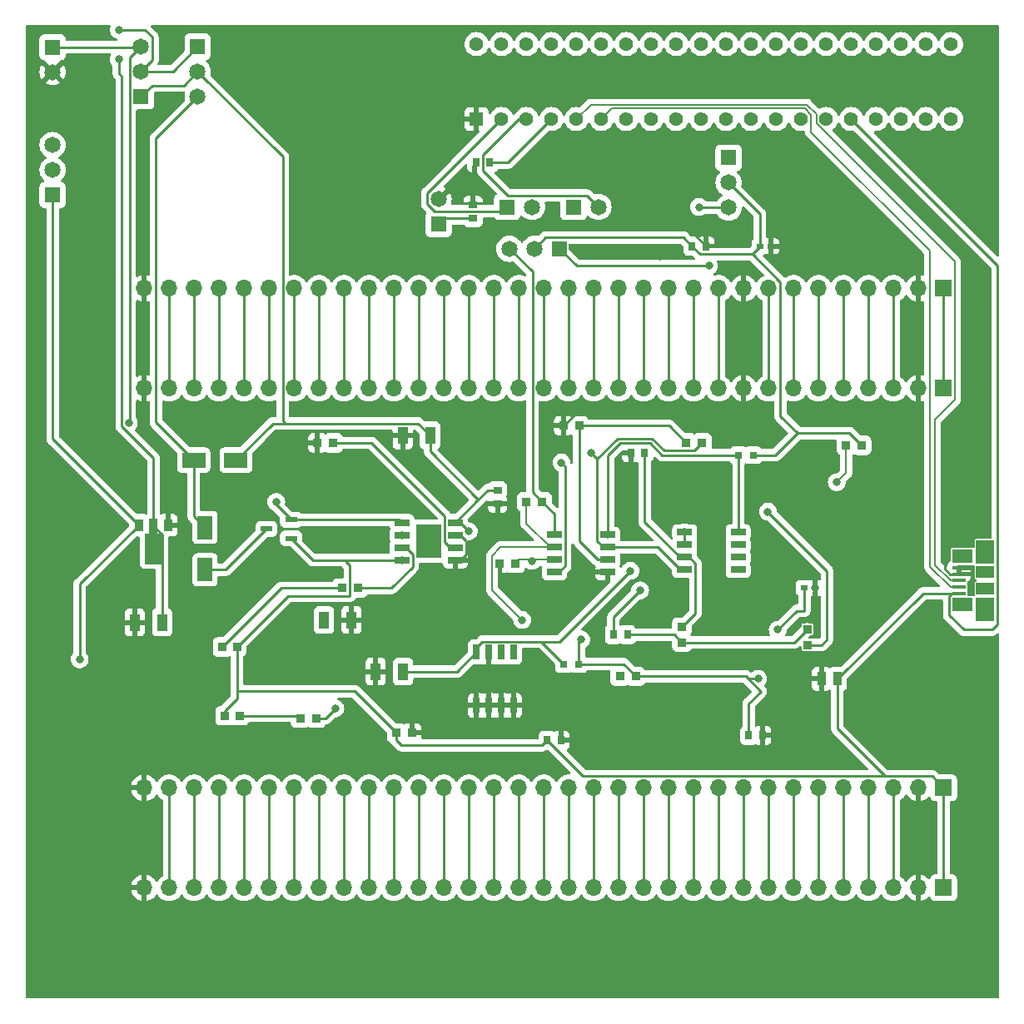
<source format=gbr>
%TF.GenerationSoftware,KiCad,Pcbnew,(6.0.2)*%
%TF.CreationDate,2022-04-25T13:09:05+02:00*%
%TF.ProjectId,main,6d61696e-2e6b-4696-9361-645f70636258,rev?*%
%TF.SameCoordinates,Original*%
%TF.FileFunction,Copper,L1,Top*%
%TF.FilePolarity,Positive*%
%FSLAX46Y46*%
G04 Gerber Fmt 4.6, Leading zero omitted, Abs format (unit mm)*
G04 Created by KiCad (PCBNEW (6.0.2)) date 2022-04-25 13:09:05*
%MOMM*%
%LPD*%
G01*
G04 APERTURE LIST*
G04 Aperture macros list*
%AMFreePoly0*
4,1,9,3.862500,-0.866500,0.737500,-0.866500,0.737500,-0.450000,-0.737500,-0.450000,-0.737500,0.450000,0.737500,0.450000,0.737500,0.866500,3.862500,0.866500,3.862500,-0.866500,3.862500,-0.866500,$1*%
G04 Aperture macros list end*
%TA.AperFunction,ComponentPad*%
%ADD10R,1.650000X1.650000*%
%TD*%
%TA.AperFunction,ComponentPad*%
%ADD11C,1.650000*%
%TD*%
%TA.AperFunction,SMDPad,CuDef*%
%ADD12R,0.940000X0.730000*%
%TD*%
%TA.AperFunction,SMDPad,CuDef*%
%ADD13R,1.050000X1.820000*%
%TD*%
%TA.AperFunction,SMDPad,CuDef*%
%ADD14R,0.950000X0.900000*%
%TD*%
%TA.AperFunction,SMDPad,CuDef*%
%ADD15R,1.525000X0.700000*%
%TD*%
%TA.AperFunction,SMDPad,CuDef*%
%ADD16R,2.513000X3.402000*%
%TD*%
%TA.AperFunction,SMDPad,CuDef*%
%ADD17R,0.900000X0.950000*%
%TD*%
%TA.AperFunction,SMDPad,CuDef*%
%ADD18R,0.730000X0.940000*%
%TD*%
%TA.AperFunction,SMDPad,CuDef*%
%ADD19R,1.525000X0.650000*%
%TD*%
%TA.AperFunction,SMDPad,CuDef*%
%ADD20R,1.380000X0.450000*%
%TD*%
%TA.AperFunction,SMDPad,CuDef*%
%ADD21R,2.100000X1.475000*%
%TD*%
%TA.AperFunction,SMDPad,CuDef*%
%ADD22R,1.900000X1.175000*%
%TD*%
%TA.AperFunction,SMDPad,CuDef*%
%ADD23R,1.900000X2.375000*%
%TD*%
%TA.AperFunction,SMDPad,CuDef*%
%ADD24R,1.200000X0.600000*%
%TD*%
%TA.AperFunction,SMDPad,CuDef*%
%ADD25R,1.550000X2.350000*%
%TD*%
%TA.AperFunction,ComponentPad*%
%ADD26R,1.700000X1.700000*%
%TD*%
%TA.AperFunction,ComponentPad*%
%ADD27O,1.700000X1.700000*%
%TD*%
%TA.AperFunction,SMDPad,CuDef*%
%ADD28R,0.800000X0.800000*%
%TD*%
%TA.AperFunction,SMDPad,CuDef*%
%ADD29R,0.750000X0.600000*%
%TD*%
%TA.AperFunction,SMDPad,CuDef*%
%ADD30R,0.650000X1.525000*%
%TD*%
%TA.AperFunction,SMDPad,CuDef*%
%ADD31R,0.910000X1.390000*%
%TD*%
%TA.AperFunction,ComponentPad*%
%ADD32R,1.425000X1.425000*%
%TD*%
%TA.AperFunction,ComponentPad*%
%ADD33C,1.425000*%
%TD*%
%TA.AperFunction,SMDPad,CuDef*%
%ADD34R,2.350000X1.550000*%
%TD*%
%TA.AperFunction,SMDPad,CuDef*%
%ADD35R,0.900000X1.300000*%
%TD*%
%TA.AperFunction,SMDPad,CuDef*%
%ADD36FreePoly0,270.000000*%
%TD*%
%TA.AperFunction,ViaPad*%
%ADD37C,0.800000*%
%TD*%
%TA.AperFunction,Conductor*%
%ADD38C,0.250000*%
%TD*%
%TA.AperFunction,Conductor*%
%ADD39C,0.200000*%
%TD*%
G04 APERTURE END LIST*
D10*
%TO.P,J6,1,1*%
%TO.N,/Power/TXD*%
X129480000Y-69000000D03*
D11*
%TO.P,J6,2,2*%
%TO.N,/Power/PA9*%
X132020000Y-69000000D03*
%TD*%
D12*
%TO.P,C1,1*%
%TO.N,GND*%
X128500000Y-99210000D03*
%TO.P,C1,2*%
%TO.N,5V USB*%
X128500000Y-97790000D03*
%TD*%
D13*
%TO.P,C2,1*%
%TO.N,GND*%
X118860000Y-92250000D03*
%TO.P,C2,2*%
%TO.N,5V USB*%
X121640000Y-92250000D03*
%TD*%
D14*
%TO.P,R12,1*%
%TO.N,Vout1*%
X160000000Y-113550000D03*
%TO.P,R12,2*%
%TO.N,Net-(C11-Pad2)*%
X160000000Y-111950000D03*
%TD*%
D10*
%TO.P,J10,1,1*%
%TO.N,BAT volt*%
X83250000Y-52750000D03*
D11*
%TO.P,J10,2,2*%
%TO.N,GND*%
X83250000Y-55290000D03*
%TD*%
D15*
%TO.P,IC4,1,TEMP*%
%TO.N,GND*%
X124212000Y-104905000D03*
%TO.P,IC4,2,PROG*%
%TO.N,Net-(IC4-Pad2)*%
X124212000Y-103635000D03*
%TO.P,IC4,3,GND*%
%TO.N,GND*%
X124212000Y-102365000D03*
%TO.P,IC4,4,VCC*%
%TO.N,5V USB*%
X124212000Y-101095000D03*
%TO.P,IC4,5,BAT*%
%TO.N,BAT volt*%
X118788000Y-101095000D03*
%TO.P,IC4,6,~{STDBY}*%
%TO.N,Net-(IC4-Pad6)*%
X118788000Y-102365000D03*
%TO.P,IC4,7,~{CHRG}*%
%TO.N,Net-(IC4-Pad7)*%
X118788000Y-103635000D03*
%TO.P,IC4,8,CE*%
%TO.N,5V USB*%
X118788000Y-104905000D03*
D16*
%TO.P,IC4,9,EP*%
%TO.N,unconnected-(IC4-Pad9)*%
X121500000Y-103000000D03*
%TD*%
D17*
%TO.P,R1,1*%
%TO.N,GND*%
X110200000Y-93000000D03*
%TO.P,R1,2*%
%TO.N,Net-(IC4-Pad2)*%
X111800000Y-93000000D03*
%TD*%
%TO.P,R11,1*%
%TO.N,IN1+*%
X163950000Y-93250000D03*
%TO.P,R11,2*%
%TO.N,Vout2*%
X165550000Y-93250000D03*
%TD*%
%TO.P,R8,1*%
%TO.N,IN1-*%
X131450000Y-99000000D03*
%TO.P,R8,2*%
%TO.N,Vdiff*%
X133050000Y-99000000D03*
%TD*%
D18*
%TO.P,C11,1*%
%TO.N,/microcontroller_interfacing/OUT1*%
X140290000Y-112500000D03*
%TO.P,C11,2*%
%TO.N,Net-(C11-Pad2)*%
X141710000Y-112500000D03*
%TD*%
D19*
%TO.P,IC2,1,OUT1*%
%TO.N,/microcontroller_interfacing/OUT1*%
X147538000Y-102095000D03*
%TO.P,IC2,2,IN1-*%
X147538000Y-103365000D03*
%TO.P,IC2,3,IN1+*%
%TO.N,Net-(C12-Pad2)*%
X147538000Y-104635000D03*
%TO.P,IC2,4,VCC-*%
%TO.N,-3v3*%
X147538000Y-105905000D03*
%TO.P,IC2,5,IN2+*%
%TO.N,unconnected-(IC2-Pad5)*%
X152962000Y-105905000D03*
%TO.P,IC2,6,IN2-*%
%TO.N,unconnected-(IC2-Pad6)*%
X152962000Y-104635000D03*
%TO.P,IC2,7,OUT2*%
%TO.N,unconnected-(IC2-Pad7)*%
X152962000Y-103365000D03*
%TO.P,IC2,8,VCC+*%
%TO.N,+3v3*%
X152962000Y-102095000D03*
%TD*%
D20*
%TO.P,J5,1,VBUS*%
%TO.N,5V USB*%
X175440000Y-108300000D03*
%TO.P,J5,2,D-*%
%TO.N,/Power/D-*%
X175440000Y-107650000D03*
%TO.P,J5,3,D+*%
%TO.N,/Power/D+*%
X175440000Y-107000000D03*
%TO.P,J5,4,ID*%
%TO.N,GND*%
X175440000Y-106350000D03*
%TO.P,J5,5,GND*%
X175440000Y-105700000D03*
D21*
%TO.P,J5,6*%
%TO.N,N/C*%
X175800000Y-104547500D03*
%TO.P,J5,7*%
X175800000Y-109452500D03*
D22*
%TO.P,J5,8*%
X178100000Y-107837500D03*
%TO.P,J5,9*%
X178100000Y-106162500D03*
D23*
%TO.P,J5,10*%
X178100000Y-109912500D03*
%TO.P,J5,11*%
X178100000Y-104087500D03*
%TD*%
D24*
%TO.P,Q1,1*%
%TO.N,5V USB*%
X107500000Y-102700000D03*
%TO.P,Q1,2*%
%TO.N,BAT volt*%
X107500000Y-100800000D03*
%TO.P,Q1,3*%
%TO.N,Net-(D1-Pad2)*%
X105000000Y-101750000D03*
%TD*%
D17*
%TO.P,R3,1*%
%TO.N,5V USB*%
X118200000Y-122500000D03*
%TO.P,R3,2*%
%TO.N,GND*%
X119800000Y-122500000D03*
%TD*%
D25*
%TO.P,D1,1*%
%TO.N,Net-(D1-Pad1)*%
X98750000Y-101600000D03*
%TO.P,D1,2*%
%TO.N,Net-(D1-Pad2)*%
X98750000Y-105900000D03*
%TD*%
D13*
%TO.P,C8,1*%
%TO.N,GND*%
X116110000Y-116250000D03*
%TO.P,C8,2*%
%TO.N,+3v3*%
X118890000Y-116250000D03*
%TD*%
D10*
%TO.P,J9,1,1*%
%TO.N,/microcontroller_interfacing/NRST*%
X122500000Y-70770000D03*
D11*
%TO.P,J9,2,2*%
%TO.N,GND*%
X122500000Y-68230000D03*
%TD*%
D26*
%TO.P,J2,1,Pin_1*%
%TO.N,+3V0*%
X173870000Y-87440000D03*
D27*
%TO.P,J2,2,Pin_2*%
%TO.N,GND*%
X171330000Y-87440000D03*
%TO.P,J2,3,Pin_3*%
%TO.N,/VBAT*%
X168790000Y-87440000D03*
%TO.P,J2,4,Pin_4*%
%TO.N,/PC13*%
X166250000Y-87440000D03*
%TO.P,J2,5,Pin_5*%
%TO.N,/PC14*%
X163710000Y-87440000D03*
%TO.P,J2,6,Pin_6*%
%TO.N,/PC15*%
X161170000Y-87440000D03*
%TO.P,J2,7,Pin_7*%
%TO.N,/PF0*%
X158630000Y-87440000D03*
%TO.P,J2,8,Pin_8*%
%TO.N,/PF1*%
X156090000Y-87440000D03*
%TO.P,J2,9,Pin_9*%
%TO.N,GND*%
X153550000Y-87440000D03*
%TO.P,J2,10,Pin_10*%
%TO.N,/NRST*%
X151010000Y-87440000D03*
%TO.P,J2,11,Pin_11*%
%TO.N,/PC0*%
X148470000Y-87440000D03*
%TO.P,J2,12,Pin_12*%
%TO.N,/PC1*%
X145930000Y-87440000D03*
%TO.P,J2,13,Pin_13*%
%TO.N,/PC2*%
X143390000Y-87440000D03*
%TO.P,J2,14,Pin_14*%
%TO.N,/PC3*%
X140850000Y-87440000D03*
%TO.P,J2,15,Pin_15*%
%TO.N,/PA0*%
X138310000Y-87440000D03*
%TO.P,J2,16,Pin_16*%
%TO.N,/PA1*%
X135770000Y-87440000D03*
%TO.P,J2,17,Pin_17*%
%TO.N,/PA2*%
X133230000Y-87440000D03*
%TO.P,J2,18,Pin_18*%
%TO.N,/PA3*%
X130690000Y-87440000D03*
%TO.P,J2,19,Pin_19*%
%TO.N,/PF4*%
X128150000Y-87440000D03*
%TO.P,J2,20,Pin_20*%
%TO.N,/PF5*%
X125610000Y-87440000D03*
%TO.P,J2,21,Pin_21*%
%TO.N,/PA4*%
X123070000Y-87440000D03*
%TO.P,J2,22,Pin_22*%
%TO.N,/PA5*%
X120530000Y-87440000D03*
%TO.P,J2,23,Pin_23*%
%TO.N,/PA6*%
X117990000Y-87440000D03*
%TO.P,J2,24,Pin_24*%
%TO.N,/PA7*%
X115450000Y-87440000D03*
%TO.P,J2,25,Pin_25*%
%TO.N,/PC4*%
X112910000Y-87440000D03*
%TO.P,J2,26,Pin_26*%
%TO.N,/PC5*%
X110370000Y-87440000D03*
%TO.P,J2,27,Pin_27*%
%TO.N,/PB0*%
X107830000Y-87440000D03*
%TO.P,J2,28,Pin_28*%
%TO.N,/PB1*%
X105290000Y-87440000D03*
%TO.P,J2,29,Pin_29*%
%TO.N,/PB2*%
X102750000Y-87440000D03*
%TO.P,J2,30,Pin_30*%
%TO.N,/PB10*%
X100210000Y-87440000D03*
%TO.P,J2,31,Pin_31*%
%TO.N,/PB11*%
X97670000Y-87440000D03*
%TO.P,J2,32,Pin_32*%
%TO.N,/PB12*%
X95130000Y-87440000D03*
%TO.P,J2,33,Pin_33*%
%TO.N,GND*%
X92590000Y-87440000D03*
%TD*%
D28*
%TO.P,A1,1*%
%TO.N,+3v3*%
X135250000Y-115500000D03*
%TO.P,A1,2*%
%TO.N,Vout*%
X136750000Y-115500000D03*
%TD*%
D13*
%TO.P,C6,1*%
%TO.N,GND*%
X113640000Y-111000000D03*
%TO.P,C6,2*%
%TO.N,BAT volt*%
X110860000Y-111000000D03*
%TD*%
D10*
%TO.P,J8,1,1*%
%TO.N,LDO*%
X98000000Y-52710000D03*
D11*
%TO.P,J8,2,2*%
%TO.N,5V USB*%
X98000000Y-55250000D03*
%TO.P,J8,3,3*%
%TO.N,Net-(D1-Pad1)*%
X98000000Y-57790000D03*
%TD*%
D18*
%TO.P,C3,1*%
%TO.N,Net-(C3-Pad1)*%
X127710000Y-64500000D03*
%TO.P,C3,2*%
%TO.N,GND*%
X126290000Y-64500000D03*
%TD*%
D10*
%TO.P,J13,1,1*%
%TO.N,+3v3*%
X83250000Y-67790000D03*
D11*
%TO.P,J13,2,2*%
%TO.N,-3v3*%
X83250000Y-65250000D03*
%TO.P,J13,3,3*%
%TO.N,+3v3*%
X83250000Y-62710000D03*
%TD*%
D26*
%TO.P,J1,1,Pin_1*%
%TO.N,+3V0*%
X173870000Y-77280000D03*
D27*
%TO.P,J1,2,Pin_2*%
%TO.N,GND*%
X171330000Y-77280000D03*
%TO.P,J1,3,Pin_3*%
%TO.N,/VBAT*%
X168790000Y-77280000D03*
%TO.P,J1,4,Pin_4*%
%TO.N,/PC13*%
X166250000Y-77280000D03*
%TO.P,J1,5,Pin_5*%
%TO.N,/PC14*%
X163710000Y-77280000D03*
%TO.P,J1,6,Pin_6*%
%TO.N,/PC15*%
X161170000Y-77280000D03*
%TO.P,J1,7,Pin_7*%
%TO.N,/PF0*%
X158630000Y-77280000D03*
%TO.P,J1,8,Pin_8*%
%TO.N,/PF1*%
X156090000Y-77280000D03*
%TO.P,J1,9,Pin_9*%
%TO.N,GND*%
X153550000Y-77280000D03*
%TO.P,J1,10,Pin_10*%
%TO.N,/NRST*%
X151010000Y-77280000D03*
%TO.P,J1,11,Pin_11*%
%TO.N,/PC0*%
X148470000Y-77280000D03*
%TO.P,J1,12,Pin_12*%
%TO.N,/PC1*%
X145930000Y-77280000D03*
%TO.P,J1,13,Pin_13*%
%TO.N,/PC2*%
X143390000Y-77280000D03*
%TO.P,J1,14,Pin_14*%
%TO.N,/PC3*%
X140850000Y-77280000D03*
%TO.P,J1,15,Pin_15*%
%TO.N,/PA0*%
X138310000Y-77280000D03*
%TO.P,J1,16,Pin_16*%
%TO.N,/PA1*%
X135770000Y-77280000D03*
%TO.P,J1,17,Pin_17*%
%TO.N,/PA2*%
X133230000Y-77280000D03*
%TO.P,J1,18,Pin_18*%
%TO.N,/PA3*%
X130690000Y-77280000D03*
%TO.P,J1,19,Pin_19*%
%TO.N,/PF4*%
X128150000Y-77280000D03*
%TO.P,J1,20,Pin_20*%
%TO.N,/PF5*%
X125610000Y-77280000D03*
%TO.P,J1,21,Pin_21*%
%TO.N,/PA4*%
X123070000Y-77280000D03*
%TO.P,J1,22,Pin_22*%
%TO.N,/PA5*%
X120530000Y-77280000D03*
%TO.P,J1,23,Pin_23*%
%TO.N,/PA6*%
X117990000Y-77280000D03*
%TO.P,J1,24,Pin_24*%
%TO.N,/PA7*%
X115450000Y-77280000D03*
%TO.P,J1,25,Pin_25*%
%TO.N,/PC4*%
X112910000Y-77280000D03*
%TO.P,J1,26,Pin_26*%
%TO.N,/PC5*%
X110370000Y-77280000D03*
%TO.P,J1,27,Pin_27*%
%TO.N,/PB0*%
X107830000Y-77280000D03*
%TO.P,J1,28,Pin_28*%
%TO.N,/PB1*%
X105290000Y-77280000D03*
%TO.P,J1,29,Pin_29*%
%TO.N,/PB2*%
X102750000Y-77280000D03*
%TO.P,J1,30,Pin_30*%
%TO.N,/PB10*%
X100210000Y-77280000D03*
%TO.P,J1,31,Pin_31*%
%TO.N,/PB11*%
X97670000Y-77280000D03*
%TO.P,J1,32,Pin_32*%
%TO.N,/PB12*%
X95130000Y-77280000D03*
%TO.P,J1,33,Pin_33*%
%TO.N,GND*%
X92590000Y-77280000D03*
%TD*%
D18*
%TO.P,C12,1*%
%TO.N,GND*%
X142040000Y-94000000D03*
%TO.P,C12,2*%
%TO.N,Net-(C12-Pad2)*%
X143460000Y-94000000D03*
%TD*%
D29*
%TO.P,R6,1*%
%TO.N,Vout*%
X159700000Y-107750000D03*
%TO.P,R6,2*%
%TO.N,GND*%
X160800000Y-107750000D03*
%TD*%
D17*
%TO.P,R4,1*%
%TO.N,IN2-*%
X147700000Y-93000000D03*
%TO.P,R4,2*%
%TO.N,-3v3*%
X149300000Y-93000000D03*
%TD*%
D30*
%TO.P,IC3,1,A0*%
%TO.N,GND*%
X126345000Y-119712000D03*
%TO.P,IC3,2,A1*%
X127615000Y-119712000D03*
%TO.P,IC3,3,A2*%
X128885000Y-119712000D03*
%TO.P,IC3,4,GND*%
X130155000Y-119712000D03*
%TO.P,IC3,5,SDA*%
%TO.N,/microcontroller_interfacing/PB7*%
X130155000Y-114288000D03*
%TO.P,IC3,6,SCL*%
%TO.N,/microcontroller_interfacing/PC15*%
X128885000Y-114288000D03*
%TO.P,IC3,7,WP*%
%TO.N,GND*%
X127615000Y-114288000D03*
%TO.P,IC3,8,VCC*%
%TO.N,+3v3*%
X126345000Y-114288000D03*
%TD*%
D17*
%TO.P,R14,1*%
%TO.N,Net-(LED2-Pad1)*%
X108450000Y-121000000D03*
%TO.P,R14,2*%
%TO.N,Net-(IC4-Pad6)*%
X110050000Y-121000000D03*
%TD*%
D18*
%TO.P,C10,1*%
%TO.N,Vout2*%
X148290000Y-73000000D03*
%TO.P,C10,2*%
%TO.N,GND*%
X149710000Y-73000000D03*
%TD*%
D14*
%TO.P,R13,1*%
%TO.N,Net-(C11-Pad2)*%
X147250000Y-113300000D03*
%TO.P,R13,2*%
%TO.N,Net-(C12-Pad2)*%
X147250000Y-111700000D03*
%TD*%
D26*
%TO.P,J4,1,Pin_1*%
%TO.N,5V USB*%
X173870000Y-138240000D03*
D27*
%TO.P,J4,2,Pin_2*%
%TO.N,GND*%
X171330000Y-138240000D03*
%TO.P,J4,3,Pin_3*%
%TO.N,/PB9*%
X168790000Y-138240000D03*
%TO.P,J4,4,Pin_4*%
%TO.N,/PB8*%
X166250000Y-138240000D03*
%TO.P,J4,5,Pin_5*%
%TO.N,VDD*%
X163710000Y-138240000D03*
%TO.P,J4,6,Pin_6*%
%TO.N,/BOOT*%
X161170000Y-138240000D03*
%TO.P,J4,7,Pin_7*%
%TO.N,/PB7*%
X158630000Y-138240000D03*
%TO.P,J4,8,Pin_8*%
%TO.N,/PB6*%
X156090000Y-138240000D03*
%TO.P,J4,9,Pin_9*%
%TO.N,/PB5*%
X153550000Y-138240000D03*
%TO.P,J4,10,Pin_10*%
%TO.N,/PB4*%
X151010000Y-138240000D03*
%TO.P,J4,11,Pin_11*%
%TO.N,/PB3*%
X148470000Y-138240000D03*
%TO.P,J4,12,Pin_12*%
%TO.N,/PD2*%
X145930000Y-138240000D03*
%TO.P,J4,13,Pin_13*%
%TO.N,/PC12*%
X143390000Y-138240000D03*
%TO.P,J4,14,Pin_14*%
%TO.N,/PC11*%
X140850000Y-138240000D03*
%TO.P,J4,15,Pin_15*%
%TO.N,/PC10*%
X138310000Y-138240000D03*
%TO.P,J4,16,Pin_16*%
%TO.N,/PA15*%
X135770000Y-138240000D03*
%TO.P,J4,17,Pin_17*%
%TO.N,/PA14*%
X133230000Y-138240000D03*
%TO.P,J4,18,Pin_18*%
%TO.N,/PF7*%
X130690000Y-138240000D03*
%TO.P,J4,19,Pin_19*%
%TO.N,/PF6*%
X128150000Y-138240000D03*
%TO.P,J4,20,Pin_20*%
%TO.N,/PA13*%
X125610000Y-138240000D03*
%TO.P,J4,21,Pin_21*%
%TO.N,/PA12*%
X123070000Y-138240000D03*
%TO.P,J4,22,Pin_22*%
%TO.N,/PA11*%
X120530000Y-138240000D03*
%TO.P,J4,23,Pin_23*%
%TO.N,/PA10*%
X117990000Y-138240000D03*
%TO.P,J4,24,Pin_24*%
%TO.N,/PA9*%
X115450000Y-138240000D03*
%TO.P,J4,25,Pin_25*%
%TO.N,/PA8*%
X112910000Y-138240000D03*
%TO.P,J4,26,Pin_26*%
%TO.N,/PC9*%
X110370000Y-138240000D03*
%TO.P,J4,27,Pin_27*%
%TO.N,/PC8*%
X107830000Y-138240000D03*
%TO.P,J4,28,Pin_28*%
%TO.N,/PC7*%
X105290000Y-138240000D03*
%TO.P,J4,29,Pin_29*%
%TO.N,/PC6*%
X102750000Y-138240000D03*
%TO.P,J4,30,Pin_30*%
%TO.N,/PB15*%
X100210000Y-138240000D03*
%TO.P,J4,31,Pin_31*%
%TO.N,/PB14*%
X97670000Y-138240000D03*
%TO.P,J4,32,Pin_32*%
%TO.N,/PB13*%
X95130000Y-138240000D03*
%TO.P,J4,33,Pin_33*%
%TO.N,GND*%
X92590000Y-138240000D03*
%TD*%
D17*
%TO.P,R9,1*%
%TO.N,IN1-*%
X140950000Y-116750000D03*
%TO.P,R9,2*%
%TO.N,Vout*%
X142550000Y-116750000D03*
%TD*%
D12*
%TO.P,C13,1*%
%TO.N,/microcontroller_interfacing/NRST*%
X126000000Y-70170000D03*
%TO.P,C13,2*%
%TO.N,GND*%
X126000000Y-68750000D03*
%TD*%
D31*
%TO.P,C5,1*%
%TO.N,GND*%
X161430000Y-117000000D03*
%TO.P,C5,2*%
%TO.N,5V USB*%
X163070000Y-117000000D03*
%TD*%
D32*
%TO.P,J11,1,1*%
%TO.N,GND*%
X126370000Y-60060000D03*
D33*
%TO.P,J11,2,2*%
%TO.N,/Power/TXD*%
X128910000Y-60060000D03*
%TO.P,J11,3,3*%
%TO.N,/Power/RXD*%
X131450000Y-60060000D03*
%TO.P,J11,4,4*%
%TO.N,Net-(C3-Pad1)*%
X133990000Y-60060000D03*
%TO.P,J11,5,5*%
%TO.N,/Power/D+*%
X136530000Y-60060000D03*
%TO.P,J11,6,6*%
%TO.N,/Power/D-*%
X139070000Y-60060000D03*
%TO.P,J11,7,7*%
%TO.N,unconnected-(J11-Pad7)*%
X141610000Y-60060000D03*
%TO.P,J11,8,8*%
%TO.N,unconnected-(J11-Pad8)*%
X144150000Y-60060000D03*
%TO.P,J11,9,9*%
%TO.N,unconnected-(J11-Pad9)*%
X146690000Y-60060000D03*
%TO.P,J11,10,10*%
%TO.N,unconnected-(J11-Pad10)*%
X149230000Y-60060000D03*
%TO.P,J11,11,11*%
%TO.N,unconnected-(J11-Pad11)*%
X151770000Y-60060000D03*
%TO.P,J11,12,12*%
%TO.N,unconnected-(J11-Pad12)*%
X154310000Y-60060000D03*
%TO.P,J11,13,13*%
%TO.N,unconnected-(J11-Pad13)*%
X156850000Y-60060000D03*
%TO.P,J11,14,14*%
%TO.N,unconnected-(J11-Pad14)*%
X159390000Y-60060000D03*
%TO.P,J11,15,15*%
%TO.N,unconnected-(J11-Pad15)*%
X161930000Y-60060000D03*
%TO.P,J11,16,16*%
%TO.N,5V USB*%
X164470000Y-60060000D03*
%TO.P,J11,17,17*%
%TO.N,unconnected-(J11-Pad17)*%
X167010000Y-60060000D03*
%TO.P,J11,18,18*%
%TO.N,unconnected-(J11-Pad18)*%
X169550000Y-60060000D03*
%TO.P,J11,19,19*%
%TO.N,unconnected-(J11-Pad19)*%
X172090000Y-60060000D03*
%TO.P,J11,20,20*%
%TO.N,unconnected-(J11-Pad20)*%
X174630000Y-60060000D03*
%TO.P,J11,21,21*%
%TO.N,unconnected-(J11-Pad21)*%
X174630000Y-52440000D03*
%TO.P,J11,22,22*%
%TO.N,unconnected-(J11-Pad22)*%
X172090000Y-52440000D03*
%TO.P,J11,23,23*%
%TO.N,unconnected-(J11-Pad23)*%
X169550000Y-52440000D03*
%TO.P,J11,24,24*%
%TO.N,unconnected-(J11-Pad24)*%
X167010000Y-52440000D03*
%TO.P,J11,25,25*%
%TO.N,unconnected-(J11-Pad25)*%
X164470000Y-52440000D03*
%TO.P,J11,26,26*%
%TO.N,unconnected-(J11-Pad26)*%
X161930000Y-52440000D03*
%TO.P,J11,27,27*%
%TO.N,unconnected-(J11-Pad27)*%
X159390000Y-52440000D03*
%TO.P,J11,28,28*%
%TO.N,unconnected-(J11-Pad28)*%
X156850000Y-52440000D03*
%TO.P,J11,29,29*%
%TO.N,unconnected-(J11-Pad29)*%
X154310000Y-52440000D03*
%TO.P,J11,30,30*%
%TO.N,unconnected-(J11-Pad30)*%
X151770000Y-52440000D03*
%TO.P,J11,31,31*%
%TO.N,unconnected-(J11-Pad31)*%
X149230000Y-52440000D03*
%TO.P,J11,32,32*%
%TO.N,unconnected-(J11-Pad32)*%
X146690000Y-52440000D03*
%TO.P,J11,33,33*%
%TO.N,unconnected-(J11-Pad33)*%
X144150000Y-52440000D03*
%TO.P,J11,34,34*%
%TO.N,unconnected-(J11-Pad34)*%
X141610000Y-52440000D03*
%TO.P,J11,35,35*%
%TO.N,unconnected-(J11-Pad35)*%
X139070000Y-52440000D03*
%TO.P,J11,36,36*%
%TO.N,unconnected-(J11-Pad36)*%
X136530000Y-52440000D03*
%TO.P,J11,37,37*%
%TO.N,unconnected-(J11-Pad37)*%
X133990000Y-52440000D03*
%TO.P,J11,38,38*%
%TO.N,unconnected-(J11-Pad38)*%
X131450000Y-52440000D03*
%TO.P,J11,39,39*%
%TO.N,unconnected-(J11-Pad39)*%
X128910000Y-52440000D03*
%TO.P,J11,40,40*%
%TO.N,unconnected-(J11-Pad40)*%
X126370000Y-52440000D03*
%TD*%
D34*
%TO.P,D2,1*%
%TO.N,Net-(D1-Pad1)*%
X97600000Y-94750000D03*
%TO.P,D2,2*%
%TO.N,5V USB*%
X101900000Y-94750000D03*
%TD*%
D26*
%TO.P,J3,1,Pin_1*%
%TO.N,5V USB*%
X173870000Y-128080000D03*
D27*
%TO.P,J3,2,Pin_2*%
%TO.N,GND*%
X171330000Y-128080000D03*
%TO.P,J3,3,Pin_3*%
%TO.N,/PB9*%
X168790000Y-128080000D03*
%TO.P,J3,4,Pin_4*%
%TO.N,/PB8*%
X166250000Y-128080000D03*
%TO.P,J3,5,Pin_5*%
%TO.N,VDD*%
X163710000Y-128080000D03*
%TO.P,J3,6,Pin_6*%
%TO.N,/BOOT*%
X161170000Y-128080000D03*
%TO.P,J3,7,Pin_7*%
%TO.N,/PB7*%
X158630000Y-128080000D03*
%TO.P,J3,8,Pin_8*%
%TO.N,/PB6*%
X156090000Y-128080000D03*
%TO.P,J3,9,Pin_9*%
%TO.N,/PB5*%
X153550000Y-128080000D03*
%TO.P,J3,10,Pin_10*%
%TO.N,/PB4*%
X151010000Y-128080000D03*
%TO.P,J3,11,Pin_11*%
%TO.N,/PB3*%
X148470000Y-128080000D03*
%TO.P,J3,12,Pin_12*%
%TO.N,/PD2*%
X145930000Y-128080000D03*
%TO.P,J3,13,Pin_13*%
%TO.N,/PC12*%
X143390000Y-128080000D03*
%TO.P,J3,14,Pin_14*%
%TO.N,/PC11*%
X140850000Y-128080000D03*
%TO.P,J3,15,Pin_15*%
%TO.N,/PC10*%
X138310000Y-128080000D03*
%TO.P,J3,16,Pin_16*%
%TO.N,/PA15*%
X135770000Y-128080000D03*
%TO.P,J3,17,Pin_17*%
%TO.N,/PA14*%
X133230000Y-128080000D03*
%TO.P,J3,18,Pin_18*%
%TO.N,/PF7*%
X130690000Y-128080000D03*
%TO.P,J3,19,Pin_19*%
%TO.N,/PF6*%
X128150000Y-128080000D03*
%TO.P,J3,20,Pin_20*%
%TO.N,/PA13*%
X125610000Y-128080000D03*
%TO.P,J3,21,Pin_21*%
%TO.N,/PA12*%
X123070000Y-128080000D03*
%TO.P,J3,22,Pin_22*%
%TO.N,/PA11*%
X120530000Y-128080000D03*
%TO.P,J3,23,Pin_23*%
%TO.N,/PA10*%
X117990000Y-128080000D03*
%TO.P,J3,24,Pin_24*%
%TO.N,/PA9*%
X115450000Y-128080000D03*
%TO.P,J3,25,Pin_25*%
%TO.N,/PA8*%
X112910000Y-128080000D03*
%TO.P,J3,26,Pin_26*%
%TO.N,/PC9*%
X110370000Y-128080000D03*
%TO.P,J3,27,Pin_27*%
%TO.N,/PC8*%
X107830000Y-128080000D03*
%TO.P,J3,28,Pin_28*%
%TO.N,/PC7*%
X105290000Y-128080000D03*
%TO.P,J3,29,Pin_29*%
%TO.N,/PC6*%
X102750000Y-128080000D03*
%TO.P,J3,30,Pin_30*%
%TO.N,/PB15*%
X100210000Y-128080000D03*
%TO.P,J3,31,Pin_31*%
%TO.N,/PB14*%
X97670000Y-128080000D03*
%TO.P,J3,32,Pin_32*%
%TO.N,/PB13*%
X95130000Y-128080000D03*
%TO.P,J3,33,Pin_33*%
%TO.N,GND*%
X92590000Y-128080000D03*
%TD*%
D10*
%TO.P,J12,1,1*%
%TO.N,5V USB*%
X92250000Y-57750000D03*
D11*
%TO.P,J12,2,2*%
%TO.N,LDO*%
X92250000Y-55210000D03*
%TO.P,J12,3,3*%
%TO.N,BAT volt*%
X92250000Y-52670000D03*
%TD*%
D13*
%TO.P,C7,1*%
%TO.N,GND*%
X91610000Y-111250000D03*
%TO.P,C7,2*%
%TO.N,LDO*%
X94390000Y-111250000D03*
%TD*%
D35*
%TO.P,U1,1,GND*%
%TO.N,GND*%
X95000000Y-101350000D03*
D36*
%TO.P,U1,2,VIN*%
%TO.N,LDO*%
X93500000Y-101437500D03*
D35*
%TO.P,U1,3,VOUT*%
%TO.N,+3v3*%
X92000000Y-101350000D03*
%TD*%
D10*
%TO.P,J7,1,1*%
%TO.N,/Power/PA10*%
X136230000Y-69000000D03*
D11*
%TO.P,J7,2,2*%
%TO.N,/Power/RXD*%
X138770000Y-69000000D03*
%TD*%
D10*
%TO.P,J14,1,1*%
%TO.N,Vout1*%
X134790000Y-73250000D03*
D11*
%TO.P,J14,2,2*%
%TO.N,Vout2*%
X132250000Y-73250000D03*
%TO.P,J14,3,3*%
%TO.N,Vdiff*%
X129710000Y-73250000D03*
%TD*%
D18*
%TO.P,C4,1*%
%TO.N,5V USB*%
X133540000Y-123250000D03*
%TO.P,C4,2*%
%TO.N,GND*%
X134960000Y-123250000D03*
%TD*%
D17*
%TO.P,R5,1*%
%TO.N,GND*%
X135200000Y-91250000D03*
%TO.P,R5,2*%
%TO.N,IN2-*%
X136800000Y-91250000D03*
%TD*%
%TO.P,R2,1*%
%TO.N,Net-(LED1-Pad1)*%
X112700000Y-107750000D03*
%TO.P,R2,2*%
%TO.N,Net-(IC4-Pad7)*%
X114300000Y-107750000D03*
%TD*%
D19*
%TO.P,IC1,1,OUT1*%
%TO.N,Vdiff*%
X134288000Y-102345000D03*
%TO.P,IC1,2,IN1-*%
%TO.N,IN1-*%
X134288000Y-103615000D03*
%TO.P,IC1,3,IN1+*%
%TO.N,IN1+*%
X134288000Y-104885000D03*
%TO.P,IC1,4,VCC-*%
%TO.N,-3v3*%
X134288000Y-106155000D03*
%TO.P,IC1,5,IN2+*%
%TO.N,GND*%
X139712000Y-106155000D03*
%TO.P,IC1,6,IN2-*%
%TO.N,IN2-*%
X139712000Y-104885000D03*
%TO.P,IC1,7,OUT2*%
%TO.N,-3v3*%
X139712000Y-103615000D03*
%TO.P,IC1,8,VCC+*%
%TO.N,+3v3*%
X139712000Y-102345000D03*
%TD*%
D17*
%TO.P,R10,1*%
%TO.N,IN1+*%
X130300000Y-105250000D03*
%TO.P,R10,2*%
%TO.N,GND*%
X128700000Y-105250000D03*
%TD*%
%TO.P,LED1,1*%
%TO.N,Net-(LED1-Pad1)*%
X100500000Y-113750000D03*
%TO.P,LED1,2*%
%TO.N,5V USB*%
X102000000Y-113750000D03*
%TD*%
D29*
%TO.P,R7,1*%
%TO.N,Vout2*%
X155200000Y-73000000D03*
%TO.P,R7,2*%
%TO.N,GND*%
X156300000Y-73000000D03*
%TD*%
D18*
%TO.P,C9,1*%
%TO.N,Vout*%
X154040000Y-122750000D03*
%TO.P,C9,2*%
%TO.N,GND*%
X155460000Y-122750000D03*
%TD*%
D17*
%TO.P,LED2,1*%
%TO.N,Net-(LED2-Pad1)*%
X102250000Y-120750000D03*
%TO.P,LED2,2*%
%TO.N,5V USB*%
X100750000Y-120750000D03*
%TD*%
D10*
%TO.P,J15,1,1*%
%TO.N,Vout1*%
X152000000Y-64000000D03*
D11*
%TO.P,J15,2,2*%
%TO.N,Vout2*%
X152000000Y-66540000D03*
%TO.P,J15,3,3*%
%TO.N,Vout*%
X152000000Y-69080000D03*
%TD*%
D28*
%TO.P,A2,1*%
%TO.N,+3v3*%
X153000000Y-94250000D03*
%TO.P,A2,2*%
%TO.N,Vout2*%
X154500000Y-94250000D03*
%TD*%
D37*
%TO.N,GND*%
X160800000Y-107750000D03*
X125000000Y-67000000D03*
X145000000Y-71000000D03*
X159000000Y-73000000D03*
X118860000Y-92250000D03*
X140000000Y-90000000D03*
X174000000Y-102000000D03*
X153000000Y-75000000D03*
X141000000Y-96000000D03*
X145000000Y-74000000D03*
X128000000Y-102000000D03*
%TO.N,+3v3*%
X139712000Y-102345000D03*
X142000000Y-106000000D03*
X86000000Y-115000000D03*
X118890000Y-116250000D03*
%TO.N,Vout1*%
X150000000Y-75000000D03*
X156000000Y-100000000D03*
%TO.N,5V USB*%
X118788000Y-104905000D03*
X125573362Y-101987319D03*
%TO.N,BAT volt*%
X110860000Y-111000000D03*
X91000000Y-91000000D03*
X106000000Y-99000000D03*
%TO.N,LDO*%
X90000000Y-54000000D03*
X90000000Y-51000000D03*
%TO.N,/microcontroller_interfacing/OUT1*%
X143000000Y-108000000D03*
X147538000Y-102095000D03*
%TO.N,IN1-*%
X140950000Y-116750000D03*
X131000000Y-111000000D03*
%TO.N,IN1+*%
X163000000Y-97000000D03*
X132000000Y-105000000D03*
%TO.N,-3v3*%
X135000000Y-95000000D03*
X138000000Y-94000000D03*
%TO.N,Net-(IC4-Pad6)*%
X118788000Y-102365000D03*
X112000000Y-120000000D03*
%TO.N,Vout*%
X155000000Y-117000000D03*
X157000000Y-112000000D03*
X149000000Y-69000000D03*
X137000000Y-113000000D03*
%TD*%
D38*
%TO.N,+3V0*%
X173870000Y-87440000D02*
X173870000Y-77280000D01*
%TO.N,GND*%
X142040000Y-94960000D02*
X141000000Y-96000000D01*
X125299011Y-103700989D02*
X125299011Y-102960489D01*
X125299011Y-103700989D02*
X126299011Y-103700989D01*
X140000000Y-90000000D02*
X136450000Y-90000000D01*
X156300000Y-73000000D02*
X159000000Y-73000000D01*
X136450000Y-90000000D02*
X135200000Y-91250000D01*
X174000000Y-105823660D02*
X174000000Y-102000000D01*
X126299011Y-103700989D02*
X128000000Y-102000000D01*
X153000000Y-75000000D02*
X152000000Y-75000000D01*
X124703522Y-102365000D02*
X124212000Y-102365000D01*
X175440000Y-106350000D02*
X175440000Y-105700000D01*
X142040000Y-94000000D02*
X142040000Y-94960000D01*
X125299011Y-102960489D02*
X124703522Y-102365000D01*
X175440000Y-106350000D02*
X174526340Y-106350000D01*
X126000000Y-67000000D02*
X126000000Y-64790000D01*
X149710000Y-73000000D02*
X147710000Y-71000000D01*
X126000000Y-64790000D02*
X126290000Y-64500000D01*
X147710000Y-71000000D02*
X145000000Y-71000000D01*
X124212000Y-104905000D02*
X124703522Y-104905000D01*
X145000000Y-74000000D02*
X146000000Y-74000000D01*
X126000000Y-68750000D02*
X126000000Y-67000000D01*
X125299011Y-104309511D02*
X125299011Y-103700989D01*
X126000000Y-67000000D02*
X125000000Y-67000000D01*
X174526340Y-106350000D02*
X174000000Y-105823660D01*
X124703522Y-104905000D02*
X125299011Y-104309511D01*
%TO.N,/VBAT*%
X168790000Y-77280000D02*
X168790000Y-87440000D01*
%TO.N,/PC13*%
X166250000Y-77280000D02*
X166250000Y-87440000D01*
%TO.N,/PC14*%
X163710000Y-77280000D02*
X163710000Y-87440000D01*
%TO.N,/PC15*%
X161170000Y-77280000D02*
X161170000Y-87440000D01*
%TO.N,/PF0*%
X158630000Y-77280000D02*
X158630000Y-87440000D01*
%TO.N,/PF1*%
X156090000Y-77280000D02*
X156090000Y-87440000D01*
%TO.N,/NRST*%
X151010000Y-77280000D02*
X151010000Y-87440000D01*
%TO.N,/PC0*%
X148470000Y-77280000D02*
X148470000Y-87440000D01*
%TO.N,/PC1*%
X145930000Y-77280000D02*
X145930000Y-87440000D01*
%TO.N,/PC2*%
X143390000Y-87440000D02*
X143390000Y-77280000D01*
%TO.N,/PC3*%
X140850000Y-87440000D02*
X140850000Y-77280000D01*
%TO.N,/PA0*%
X138310000Y-87440000D02*
X138310000Y-77280000D01*
%TO.N,/PA1*%
X135770000Y-87440000D02*
X135770000Y-77280000D01*
%TO.N,/PA2*%
X133230000Y-77280000D02*
X133230000Y-87440000D01*
%TO.N,/PA3*%
X130690000Y-87440000D02*
X130690000Y-77280000D01*
%TO.N,/PF4*%
X128150000Y-77280000D02*
X128150000Y-87440000D01*
%TO.N,/PF5*%
X125610000Y-87440000D02*
X125610000Y-77280000D01*
%TO.N,/PA4*%
X123070000Y-77280000D02*
X123070000Y-87440000D01*
%TO.N,/PA5*%
X120530000Y-87440000D02*
X120530000Y-77280000D01*
%TO.N,/PA6*%
X117990000Y-77280000D02*
X117990000Y-87440000D01*
%TO.N,/PA7*%
X115450000Y-87440000D02*
X115450000Y-77280000D01*
%TO.N,/PC4*%
X112910000Y-77280000D02*
X112910000Y-87440000D01*
%TO.N,/PC5*%
X110370000Y-87440000D02*
X110370000Y-77280000D01*
%TO.N,/PB0*%
X107830000Y-77280000D02*
X107830000Y-87440000D01*
%TO.N,/PB1*%
X105290000Y-87440000D02*
X105290000Y-77280000D01*
%TO.N,/PB2*%
X102750000Y-77280000D02*
X102750000Y-87440000D01*
%TO.N,/PB10*%
X100210000Y-87440000D02*
X100210000Y-77280000D01*
%TO.N,/PB11*%
X97670000Y-77280000D02*
X97670000Y-87440000D01*
%TO.N,/PB12*%
X95130000Y-87440000D02*
X95130000Y-77280000D01*
%TO.N,+3v3*%
X92000000Y-101350000D02*
X83250000Y-92600000D01*
X135250000Y-115500000D02*
X132950989Y-113200989D01*
X153000000Y-94250000D02*
X145250000Y-94250000D01*
X132950989Y-113200989D02*
X134799011Y-113200989D01*
X124383000Y-116250000D02*
X126345000Y-114288000D01*
X118890000Y-116250000D02*
X124383000Y-116250000D01*
X139712000Y-94288000D02*
X139712000Y-102345000D01*
X92000000Y-101350000D02*
X86000000Y-107350000D01*
X126345000Y-113821478D02*
X126345000Y-114288000D01*
X134799011Y-113200989D02*
X142000000Y-106000000D01*
X141000000Y-93000000D02*
X139712000Y-94288000D01*
X126965489Y-113200989D02*
X126345000Y-113821478D01*
X132950989Y-113200989D02*
X126965489Y-113200989D01*
X145250000Y-94250000D02*
X144000000Y-93000000D01*
X153000000Y-94250000D02*
X153000000Y-102057000D01*
X144000000Y-93000000D02*
X141000000Y-93000000D01*
X83250000Y-92600000D02*
X83250000Y-67790000D01*
X86000000Y-107350000D02*
X86000000Y-115000000D01*
%TO.N,/PB9*%
X168790000Y-138240000D02*
X168790000Y-128080000D01*
%TO.N,/PB8*%
X166250000Y-128080000D02*
X166250000Y-138240000D01*
%TO.N,VDD*%
X163710000Y-138240000D02*
X163710000Y-128080000D01*
%TO.N,/BOOT*%
X161170000Y-128080000D02*
X161170000Y-138240000D01*
%TO.N,/PB7*%
X158630000Y-138240000D02*
X158630000Y-128080000D01*
%TO.N,/PB6*%
X156090000Y-128080000D02*
X156090000Y-138240000D01*
%TO.N,/PB5*%
X153550000Y-138240000D02*
X153550000Y-128080000D01*
%TO.N,/PB4*%
X151010000Y-128080000D02*
X151010000Y-138240000D01*
%TO.N,/PB3*%
X148470000Y-138240000D02*
X148470000Y-128080000D01*
%TO.N,/PD2*%
X145930000Y-128080000D02*
X145930000Y-138240000D01*
%TO.N,/PC12*%
X143390000Y-138240000D02*
X143390000Y-128080000D01*
%TO.N,/PC11*%
X140850000Y-128080000D02*
X140850000Y-138240000D01*
%TO.N,/PC10*%
X138310000Y-128080000D02*
X138310000Y-138240000D01*
%TO.N,/PA15*%
X135770000Y-138240000D02*
X135770000Y-128080000D01*
%TO.N,/PA14*%
X133230000Y-128080000D02*
X133230000Y-138240000D01*
%TO.N,/PF7*%
X130690000Y-138240000D02*
X130690000Y-128080000D01*
%TO.N,/PF6*%
X128150000Y-128080000D02*
X128150000Y-138240000D01*
%TO.N,/PA13*%
X125610000Y-138240000D02*
X125610000Y-128080000D01*
%TO.N,/PA12*%
X123070000Y-128080000D02*
X123070000Y-138240000D01*
%TO.N,/PA11*%
X120530000Y-138240000D02*
X120530000Y-128080000D01*
%TO.N,/PA10*%
X117990000Y-128080000D02*
X117990000Y-138240000D01*
%TO.N,/PA9*%
X115450000Y-138240000D02*
X115450000Y-128080000D01*
%TO.N,/PA8*%
X112910000Y-128080000D02*
X112910000Y-138240000D01*
%TO.N,/PC9*%
X110370000Y-138240000D02*
X110370000Y-128080000D01*
%TO.N,/PC8*%
X107830000Y-128080000D02*
X107830000Y-138240000D01*
%TO.N,/PC7*%
X105290000Y-138240000D02*
X105290000Y-128080000D01*
%TO.N,/PC6*%
X102750000Y-128080000D02*
X102750000Y-138240000D01*
%TO.N,/PB15*%
X100210000Y-138240000D02*
X100210000Y-128080000D01*
%TO.N,/PB14*%
X97670000Y-128080000D02*
X97670000Y-138240000D01*
%TO.N,/PB13*%
X95130000Y-138240000D02*
X95130000Y-128080000D01*
%TO.N,Vout1*%
X161450000Y-113550000D02*
X160000000Y-113550000D01*
X162000000Y-106000000D02*
X162000000Y-113000000D01*
X136540000Y-75000000D02*
X150000000Y-75000000D01*
X162000000Y-113000000D02*
X161450000Y-113550000D01*
X136540000Y-75000000D02*
X134790000Y-73250000D01*
X156000000Y-100000000D02*
X162000000Y-106000000D01*
%TO.N,Vout2*%
X147390489Y-72100489D02*
X148290000Y-73000000D01*
X157264511Y-76653533D02*
X157264511Y-82735489D01*
X154405489Y-73794511D02*
X155200000Y-73000000D01*
X149084511Y-73794511D02*
X154405489Y-73794511D01*
X165550000Y-93250000D02*
X164300000Y-92000000D01*
X152000000Y-66540000D02*
X155200000Y-69740000D01*
X155200000Y-69740000D02*
X155200000Y-73000000D01*
X133399511Y-72100489D02*
X147390489Y-72100489D01*
X159000000Y-92000000D02*
X156750000Y-94250000D01*
X132250000Y-73250000D02*
X133399511Y-72100489D01*
X148290000Y-73000000D02*
X149084511Y-73794511D01*
X159000000Y-92000000D02*
X157264511Y-90264511D01*
X156750000Y-94250000D02*
X154500000Y-94250000D01*
X154405489Y-73794511D02*
X157264511Y-76653533D01*
X157264511Y-90264511D02*
X157264511Y-81264511D01*
X164300000Y-92000000D02*
X159000000Y-92000000D01*
%TO.N,5V USB*%
X102000000Y-113750000D02*
X107200489Y-108549511D01*
X113474511Y-105474511D02*
X113000000Y-105000000D01*
X121640000Y-92250000D02*
X121640000Y-93890000D01*
X93359511Y-56640489D02*
X96609511Y-56640489D01*
X92250000Y-57750000D02*
X93359511Y-56640489D01*
X174425489Y-108574511D02*
X174700000Y-108300000D01*
X174700000Y-108300000D02*
X175440000Y-108300000D01*
X173870000Y-128080000D02*
X173870000Y-138240000D01*
X167905489Y-126905489D02*
X163070000Y-122070000D01*
X126528500Y-98778500D02*
X127517000Y-97790000D01*
X118200000Y-122500000D02*
X118200000Y-122475000D01*
X179374511Y-74964511D02*
X179374511Y-111424511D01*
X113474511Y-108549511D02*
X113474511Y-105474511D01*
X106655489Y-63905489D02*
X98000000Y-55250000D01*
X124681043Y-101095000D02*
X125573362Y-101987319D01*
X178799022Y-112000000D02*
X175910978Y-112000000D01*
X102000000Y-118250000D02*
X102000000Y-119000000D01*
X100750000Y-120250000D02*
X100750000Y-120750000D01*
X124212000Y-101095000D02*
X126528500Y-98778500D01*
X105634511Y-91015489D02*
X106984511Y-91015489D01*
X102000000Y-113750000D02*
X102000000Y-118250000D01*
X171770000Y-108300000D02*
X175440000Y-108300000D01*
X118200000Y-122475000D02*
X113975000Y-118250000D01*
X133540000Y-123250000D02*
X137195489Y-126905489D01*
X101900000Y-94750000D02*
X105634511Y-91015489D01*
X127517000Y-97790000D02*
X128500000Y-97790000D01*
X163070000Y-117000000D02*
X171770000Y-108300000D01*
X174425489Y-110514511D02*
X174425489Y-108574511D01*
X175910978Y-112000000D02*
X174425489Y-110514511D01*
X124212000Y-101095000D02*
X124681043Y-101095000D01*
X106984511Y-91015489D02*
X106655489Y-90686467D01*
X113975000Y-118250000D02*
X102000000Y-118250000D01*
X118788000Y-104905000D02*
X109705000Y-104905000D01*
X106984511Y-91015489D02*
X120405489Y-91015489D01*
X133040000Y-123750000D02*
X118750000Y-123750000D01*
X118200000Y-123200000D02*
X118200000Y-122500000D01*
X163070000Y-122070000D02*
X163070000Y-117000000D01*
X179374511Y-111424511D02*
X178799022Y-112000000D01*
X109705000Y-104905000D02*
X107500000Y-102700000D01*
X121640000Y-93890000D02*
X126528500Y-98778500D01*
X167905489Y-126905489D02*
X172695489Y-126905489D01*
X102000000Y-119000000D02*
X100750000Y-120250000D01*
X172695489Y-126905489D02*
X173870000Y-128080000D01*
X164470000Y-60060000D02*
X179374511Y-74964511D01*
X107200489Y-108549511D02*
X113474511Y-108549511D01*
X96609511Y-56640489D02*
X98000000Y-55250000D01*
X133540000Y-123250000D02*
X133040000Y-123750000D01*
X106655489Y-90686467D02*
X106655489Y-63905489D01*
X137195489Y-126905489D02*
X167905489Y-126905489D01*
X118750000Y-123750000D02*
X118200000Y-123200000D01*
X120405489Y-91015489D02*
X121640000Y-92250000D01*
%TO.N,Net-(C3-Pad1)*%
X129550000Y-64500000D02*
X127710000Y-64500000D01*
X133990000Y-60060000D02*
X129550000Y-64500000D01*
%TO.N,BAT volt*%
X92250000Y-52670000D02*
X91100489Y-53819511D01*
X83250000Y-52750000D02*
X92170000Y-52750000D01*
X106000000Y-99000000D02*
X106000000Y-99300000D01*
X118493000Y-100800000D02*
X118788000Y-101095000D01*
X91100489Y-53819511D02*
X91100489Y-90899511D01*
X106000000Y-99300000D02*
X107500000Y-100800000D01*
X91100489Y-90899511D02*
X91000000Y-91000000D01*
X107500000Y-100800000D02*
X118493000Y-100800000D01*
X92170000Y-52750000D02*
X92250000Y-52670000D01*
%TO.N,LDO*%
X93399511Y-51724031D02*
X92675480Y-51000000D01*
X93399511Y-54060489D02*
X93399511Y-51724031D01*
X90275489Y-91300103D02*
X90275489Y-55724511D01*
X93500000Y-101437500D02*
X93500000Y-94524614D01*
X95500000Y-55210000D02*
X98000000Y-52710000D01*
X92675480Y-51000000D02*
X90000000Y-51000000D01*
X93500000Y-94524614D02*
X90275489Y-91300103D01*
X92250000Y-55210000D02*
X95500000Y-55210000D01*
X90000000Y-55449022D02*
X90275489Y-55724511D01*
X90000000Y-54000000D02*
X90000000Y-55449022D01*
X94390000Y-102327500D02*
X93500000Y-101437500D01*
X92250000Y-55210000D02*
X93399511Y-54060489D01*
X94390000Y-111250000D02*
X94390000Y-102327500D01*
%TO.N,/microcontroller_interfacing/OUT1*%
X147538000Y-103365000D02*
X147538000Y-102095000D01*
X140290000Y-112500000D02*
X140290000Y-110710000D01*
X140290000Y-110710000D02*
X143000000Y-108000000D01*
%TO.N,Net-(C11-Pad2)*%
X141710000Y-112500000D02*
X146450000Y-112500000D01*
X158650000Y-113300000D02*
X160000000Y-111950000D01*
X147250000Y-113300000D02*
X158650000Y-113300000D01*
X146450000Y-112500000D02*
X147250000Y-113300000D01*
%TO.N,Net-(C12-Pad2)*%
X148625011Y-105284511D02*
X147975500Y-104635000D01*
X147071478Y-104635000D02*
X147538000Y-104635000D01*
X143460000Y-101023522D02*
X147071478Y-104635000D01*
X148625011Y-110324989D02*
X148625011Y-105284511D01*
X147250000Y-111700000D02*
X148625011Y-110324989D01*
X147975500Y-104635000D02*
X147538000Y-104635000D01*
X143460000Y-94000000D02*
X143460000Y-101023522D01*
%TO.N,/microcontroller_interfacing/NRST*%
X126000000Y-70170000D02*
X123100000Y-70170000D01*
X123100000Y-70170000D02*
X122500000Y-70770000D01*
%TO.N,Net-(D1-Pad1)*%
X97600000Y-94750000D02*
X97600000Y-100450000D01*
X93764511Y-90914511D02*
X97600000Y-94750000D01*
X93764511Y-62025489D02*
X93764511Y-90914511D01*
X97600000Y-100450000D02*
X98750000Y-101600000D01*
X98000000Y-57790000D02*
X93764511Y-62025489D01*
%TO.N,Net-(D1-Pad2)*%
X100850000Y-105900000D02*
X105000000Y-101750000D01*
X98750000Y-105900000D02*
X100850000Y-105900000D01*
%TO.N,Vdiff*%
X134288000Y-100238000D02*
X133050000Y-99000000D01*
X132055489Y-98005489D02*
X133050000Y-99000000D01*
X129710000Y-73250000D02*
X132055489Y-75595489D01*
X134288000Y-102345000D02*
X134288000Y-100238000D01*
X132055489Y-75595489D02*
X132055489Y-98005489D01*
D39*
%TO.N,IN1-*%
X127950489Y-104475489D02*
X127950489Y-107950489D01*
X128810978Y-103615000D02*
X127950489Y-104475489D01*
X127950489Y-107950489D02*
X131000000Y-111000000D01*
X133850500Y-103615000D02*
X131450000Y-101214500D01*
X134288000Y-103615000D02*
X133850500Y-103615000D01*
X131450000Y-101214500D02*
X131450000Y-99000000D01*
X134288000Y-103615000D02*
X128810978Y-103615000D01*
%TO.N,IN1+*%
X130665000Y-104885000D02*
X134288000Y-104885000D01*
X130300000Y-105250000D02*
X130665000Y-104885000D01*
X163950000Y-96050000D02*
X163000000Y-97000000D01*
X163950000Y-93250000D02*
X163950000Y-96050000D01*
D38*
%TO.N,-3v3*%
X138624989Y-94624531D02*
X138624989Y-102965489D01*
X134725500Y-106155000D02*
X135375011Y-105505489D01*
X147100500Y-105905000D02*
X144810500Y-103615000D01*
X135375011Y-95375011D02*
X135000000Y-95000000D01*
X140699040Y-92550480D02*
X138624989Y-94624531D01*
X147538000Y-105905000D02*
X147100500Y-105905000D01*
X134288000Y-106155000D02*
X134725500Y-106155000D01*
X138624989Y-94624531D02*
X138624531Y-94624531D01*
X144186197Y-92550480D02*
X140699040Y-92550480D01*
X138624531Y-94624531D02*
X138000000Y-94000000D01*
X148500489Y-93799511D02*
X145435229Y-93799511D01*
X139274500Y-103615000D02*
X139712000Y-103615000D01*
X144810500Y-103615000D02*
X139712000Y-103615000D01*
X149300000Y-93000000D02*
X148500489Y-93799511D01*
X145435229Y-93799511D02*
X144186197Y-92550480D01*
X138624989Y-102965489D02*
X139274500Y-103615000D01*
X135375011Y-105505489D02*
X135375011Y-95375011D01*
%TO.N,IN2-*%
X145950000Y-91250000D02*
X136800000Y-91250000D01*
X136800000Y-102985500D02*
X138699500Y-104885000D01*
X147700000Y-93000000D02*
X145950000Y-91250000D01*
X136800000Y-91250000D02*
X136800000Y-102985500D01*
X138699500Y-104885000D02*
X139712000Y-104885000D01*
%TO.N,Net-(IC4-Pad2)*%
X123124989Y-103039511D02*
X123720478Y-103635000D01*
X123124989Y-100420489D02*
X123124989Y-103039511D01*
X115704500Y-93000000D02*
X123124989Y-100420489D01*
X123720478Y-103635000D02*
X124212000Y-103635000D01*
X111800000Y-93000000D02*
X115704500Y-93000000D01*
%TO.N,Net-(IC4-Pad6)*%
X110050000Y-121000000D02*
X111000000Y-121000000D01*
X111000000Y-121000000D02*
X112000000Y-120000000D01*
%TO.N,Net-(IC4-Pad7)*%
X114300000Y-107750000D02*
X117704522Y-107750000D01*
X119875011Y-104309511D02*
X119200500Y-103635000D01*
X119200500Y-103635000D02*
X118788000Y-103635000D01*
X119875011Y-105579511D02*
X119875011Y-104309511D01*
X117704522Y-107750000D02*
X119875011Y-105579511D01*
D39*
%TO.N,/Power/D-*%
X175440000Y-107650000D02*
X174550000Y-107650000D01*
X172479511Y-73479511D02*
X160402011Y-61402011D01*
X160402011Y-61402011D02*
X160402011Y-59640810D01*
X174550000Y-107650000D02*
X172479511Y-105579511D01*
X140130000Y-59000000D02*
X139070000Y-60060000D01*
X172479511Y-105579511D02*
X172479511Y-73479511D01*
X160402011Y-59640810D02*
X159761201Y-59000000D01*
X159761201Y-59000000D02*
X140130000Y-59000000D01*
%TO.N,/Power/D+*%
X173000000Y-105424022D02*
X173000000Y-90609022D01*
X159926687Y-58600480D02*
X137989520Y-58600480D01*
X160917989Y-59591782D02*
X159926687Y-58600480D01*
X175440000Y-107000000D02*
X174575978Y-107000000D01*
X175019511Y-74580712D02*
X160917989Y-60479190D01*
X175019511Y-88589511D02*
X175019511Y-74580712D01*
X137989520Y-58600480D02*
X136530000Y-60060000D01*
X173000000Y-90609022D02*
X175019511Y-88589511D01*
X174575978Y-107000000D02*
X173000000Y-105424022D01*
X160917989Y-60479190D02*
X160917989Y-59591782D01*
D38*
%TO.N,/Power/TXD*%
X129040489Y-69439511D02*
X122083856Y-69439511D01*
X129480000Y-69000000D02*
X129040489Y-69439511D01*
X121350489Y-67619511D02*
X128910000Y-60060000D01*
X122083856Y-69439511D02*
X121350489Y-68706144D01*
X121350489Y-68706144D02*
X121350489Y-67619511D01*
%TO.N,/Power/RXD*%
X127020489Y-65294511D02*
X129576467Y-67850489D01*
X129576467Y-67850489D02*
X137620489Y-67850489D01*
X131450000Y-60060000D02*
X130665978Y-60060000D01*
X137620489Y-67850489D02*
X138770000Y-69000000D01*
X127020489Y-63705489D02*
X127020489Y-65294511D01*
X130665978Y-60060000D02*
X127020489Y-63705489D01*
%TO.N,Net-(LED1-Pad1)*%
X106500000Y-107750000D02*
X112700000Y-107750000D01*
X100500000Y-113750000D02*
X106500000Y-107750000D01*
%TO.N,Net-(LED2-Pad1)*%
X108200000Y-120750000D02*
X108450000Y-121000000D01*
X102250000Y-120750000D02*
X108200000Y-120750000D01*
%TO.N,Vout*%
X142550000Y-116750000D02*
X153750000Y-116750000D01*
X154000000Y-117000000D02*
X155275000Y-118275000D01*
X141300000Y-115500000D02*
X142550000Y-116750000D01*
X154040000Y-119510000D02*
X154040000Y-122750000D01*
X136750000Y-113250000D02*
X137000000Y-113000000D01*
X159700000Y-110075978D02*
X158924022Y-110075978D01*
X152000000Y-69080000D02*
X149080000Y-69080000D01*
X155000000Y-117000000D02*
X154000000Y-117000000D01*
X136750000Y-115500000D02*
X136750000Y-113250000D01*
X159700000Y-110075978D02*
X159700000Y-107750000D01*
X136750000Y-115500000D02*
X141300000Y-115500000D01*
X153750000Y-116750000D02*
X154000000Y-117000000D01*
X155275000Y-118275000D02*
X154040000Y-119510000D01*
X158924022Y-110075978D02*
X157000000Y-112000000D01*
X149080000Y-69080000D02*
X149000000Y-69000000D01*
%TD*%
%TA.AperFunction,Conductor*%
%TO.N,GND*%
G36*
X89099305Y-50528002D02*
G01*
X89145798Y-50581658D01*
X89155902Y-50651932D01*
X89151019Y-50672929D01*
X89106458Y-50810072D01*
X89086496Y-51000000D01*
X89106458Y-51189928D01*
X89165473Y-51371556D01*
X89168776Y-51377278D01*
X89168777Y-51377279D01*
X89194829Y-51422402D01*
X89260960Y-51536944D01*
X89265378Y-51541851D01*
X89265379Y-51541852D01*
X89384325Y-51673955D01*
X89388747Y-51678866D01*
X89487843Y-51750864D01*
X89520629Y-51774684D01*
X89543248Y-51791118D01*
X89549276Y-51793802D01*
X89549278Y-51793803D01*
X89711681Y-51866109D01*
X89717712Y-51868794D01*
X89724168Y-51870166D01*
X89725709Y-51870667D01*
X89784315Y-51910741D01*
X89811951Y-51976138D01*
X89799844Y-52046095D01*
X89751837Y-52098401D01*
X89686772Y-52116500D01*
X84709500Y-52116500D01*
X84641379Y-52096498D01*
X84594886Y-52042842D01*
X84583500Y-51990500D01*
X84583500Y-51876866D01*
X84576745Y-51814684D01*
X84525615Y-51678295D01*
X84438261Y-51561739D01*
X84321705Y-51474385D01*
X84185316Y-51423255D01*
X84123134Y-51416500D01*
X82376866Y-51416500D01*
X82314684Y-51423255D01*
X82178295Y-51474385D01*
X82061739Y-51561739D01*
X81974385Y-51678295D01*
X81923255Y-51814684D01*
X81916500Y-51876866D01*
X81916500Y-53623134D01*
X81923255Y-53685316D01*
X81974385Y-53821705D01*
X82061739Y-53938261D01*
X82178295Y-54025615D01*
X82314684Y-54076745D01*
X82376866Y-54083500D01*
X82381138Y-54083500D01*
X82381331Y-54083557D01*
X82383680Y-54083684D01*
X82383650Y-54084238D01*
X82449259Y-54103502D01*
X82492669Y-54150876D01*
X82517693Y-54198483D01*
X83237188Y-54917978D01*
X83251132Y-54925592D01*
X83252965Y-54925461D01*
X83259580Y-54921210D01*
X83983028Y-54197762D01*
X84007294Y-54153324D01*
X84008206Y-54149129D01*
X84058401Y-54098920D01*
X84116344Y-54084127D01*
X84116320Y-54083684D01*
X84118554Y-54083563D01*
X84118801Y-54083500D01*
X84123134Y-54083500D01*
X84185316Y-54076745D01*
X84321705Y-54025615D01*
X84438261Y-53938261D01*
X84525615Y-53821705D01*
X84576745Y-53685316D01*
X84583500Y-53623134D01*
X84583500Y-53509500D01*
X84603502Y-53441379D01*
X84657158Y-53394886D01*
X84709500Y-53383500D01*
X89088653Y-53383500D01*
X89156774Y-53403502D01*
X89203267Y-53457158D01*
X89213371Y-53527432D01*
X89197772Y-53572500D01*
X89168777Y-53622721D01*
X89165473Y-53628444D01*
X89106458Y-53810072D01*
X89105768Y-53816633D01*
X89105768Y-53816635D01*
X89093740Y-53931081D01*
X89086496Y-54000000D01*
X89087186Y-54006565D01*
X89102354Y-54150876D01*
X89106458Y-54189928D01*
X89165473Y-54371556D01*
X89260960Y-54536944D01*
X89334137Y-54618215D01*
X89364853Y-54682221D01*
X89366500Y-54702524D01*
X89366500Y-55370255D01*
X89365973Y-55381438D01*
X89364298Y-55388931D01*
X89364547Y-55396857D01*
X89364547Y-55396858D01*
X89366438Y-55457008D01*
X89366500Y-55460967D01*
X89366500Y-55488878D01*
X89366997Y-55492812D01*
X89366997Y-55492813D01*
X89367005Y-55492878D01*
X89367938Y-55504715D01*
X89369327Y-55548911D01*
X89373117Y-55561955D01*
X89374978Y-55568361D01*
X89378987Y-55587722D01*
X89381526Y-55607819D01*
X89384445Y-55615190D01*
X89384445Y-55615192D01*
X89397804Y-55648934D01*
X89401649Y-55660164D01*
X89406096Y-55675472D01*
X89413982Y-55702615D01*
X89418015Y-55709434D01*
X89418017Y-55709439D01*
X89424293Y-55720050D01*
X89432988Y-55737798D01*
X89440448Y-55756639D01*
X89445110Y-55763055D01*
X89445110Y-55763056D01*
X89466436Y-55792409D01*
X89472952Y-55802329D01*
X89477495Y-55810010D01*
X89495458Y-55840384D01*
X89509779Y-55854705D01*
X89522619Y-55869738D01*
X89534528Y-55886129D01*
X89540634Y-55891180D01*
X89568605Y-55914320D01*
X89577384Y-55922310D01*
X89605084Y-55950010D01*
X89639110Y-56012322D01*
X89641989Y-56039105D01*
X89641989Y-91221336D01*
X89641462Y-91232519D01*
X89639787Y-91240012D01*
X89640036Y-91247938D01*
X89640036Y-91247939D01*
X89641927Y-91308089D01*
X89641989Y-91312048D01*
X89641989Y-91339959D01*
X89642486Y-91343893D01*
X89642486Y-91343894D01*
X89642494Y-91343959D01*
X89643427Y-91355796D01*
X89644816Y-91399992D01*
X89647759Y-91410121D01*
X89650467Y-91419442D01*
X89654476Y-91438803D01*
X89657015Y-91458900D01*
X89659934Y-91466271D01*
X89659934Y-91466273D01*
X89673293Y-91500015D01*
X89677138Y-91511245D01*
X89681619Y-91526669D01*
X89689471Y-91553696D01*
X89693504Y-91560515D01*
X89693506Y-91560520D01*
X89699782Y-91571131D01*
X89708477Y-91588879D01*
X89715937Y-91607720D01*
X89720599Y-91614136D01*
X89720599Y-91614137D01*
X89741925Y-91643490D01*
X89748441Y-91653410D01*
X89763496Y-91678866D01*
X89770947Y-91691465D01*
X89785268Y-91705786D01*
X89798108Y-91720819D01*
X89810017Y-91737210D01*
X89816123Y-91742261D01*
X89844094Y-91765401D01*
X89852873Y-91773391D01*
X92829595Y-94750113D01*
X92863621Y-94812425D01*
X92866500Y-94839208D01*
X92866500Y-100131240D01*
X92846498Y-100199361D01*
X92792842Y-100245854D01*
X92722568Y-100255958D01*
X92696270Y-100249222D01*
X92678078Y-100242402D01*
X92560316Y-100198255D01*
X92498134Y-100191500D01*
X91789594Y-100191500D01*
X91721473Y-100171498D01*
X91700499Y-100154595D01*
X83920405Y-92374500D01*
X83886379Y-92312188D01*
X83883500Y-92285405D01*
X83883500Y-69249500D01*
X83903502Y-69181379D01*
X83957158Y-69134886D01*
X84009500Y-69123500D01*
X84123134Y-69123500D01*
X84185316Y-69116745D01*
X84321705Y-69065615D01*
X84438261Y-68978261D01*
X84525615Y-68861705D01*
X84576745Y-68725316D01*
X84583500Y-68663134D01*
X84583500Y-66916866D01*
X84576745Y-66854684D01*
X84525615Y-66718295D01*
X84438261Y-66601739D01*
X84321705Y-66514385D01*
X84304283Y-66507854D01*
X84192711Y-66466027D01*
X84192709Y-66466027D01*
X84185316Y-66463255D01*
X84185660Y-66462339D01*
X84130046Y-66430566D01*
X84097228Y-66367610D01*
X84103655Y-66296905D01*
X84131746Y-66254108D01*
X84275422Y-66110432D01*
X84291491Y-66087484D01*
X84406099Y-65923806D01*
X84406100Y-65923804D01*
X84409256Y-65919297D01*
X84411579Y-65914315D01*
X84411582Y-65914310D01*
X84505544Y-65712808D01*
X84505545Y-65712806D01*
X84507867Y-65707826D01*
X84544044Y-65572814D01*
X84566834Y-65487759D01*
X84566834Y-65487757D01*
X84568258Y-65482444D01*
X84588594Y-65250000D01*
X84568258Y-65017556D01*
X84564771Y-65004542D01*
X84509290Y-64797484D01*
X84509289Y-64797482D01*
X84507867Y-64792174D01*
X84489643Y-64753093D01*
X84411582Y-64585690D01*
X84411579Y-64585685D01*
X84409256Y-64580703D01*
X84275422Y-64389568D01*
X84110432Y-64224578D01*
X84105924Y-64221421D01*
X84105921Y-64221419D01*
X83923801Y-64093898D01*
X83919297Y-64090744D01*
X83915293Y-64088877D01*
X83866531Y-64037736D01*
X83853095Y-63968023D01*
X83879482Y-63902112D01*
X83915188Y-63871172D01*
X83919297Y-63869256D01*
X84052319Y-63776113D01*
X84105921Y-63738581D01*
X84105924Y-63738579D01*
X84110432Y-63735422D01*
X84275422Y-63570432D01*
X84284620Y-63557297D01*
X84406099Y-63383806D01*
X84406100Y-63383804D01*
X84409256Y-63379297D01*
X84411579Y-63374315D01*
X84411582Y-63374310D01*
X84505544Y-63172808D01*
X84505545Y-63172806D01*
X84507867Y-63167826D01*
X84519753Y-63123469D01*
X84566834Y-62947759D01*
X84566834Y-62947757D01*
X84568258Y-62942444D01*
X84588594Y-62710000D01*
X84568258Y-62477556D01*
X84507867Y-62252174D01*
X84505544Y-62247192D01*
X84411582Y-62045690D01*
X84411579Y-62045685D01*
X84409256Y-62040703D01*
X84379077Y-61997603D01*
X84278581Y-61854079D01*
X84278579Y-61854076D01*
X84275422Y-61849568D01*
X84110432Y-61684578D01*
X84105924Y-61681421D01*
X84105921Y-61681419D01*
X83923806Y-61553901D01*
X83923804Y-61553900D01*
X83919297Y-61550744D01*
X83914315Y-61548421D01*
X83914310Y-61548418D01*
X83712808Y-61454456D01*
X83712806Y-61454455D01*
X83707826Y-61452133D01*
X83702518Y-61450711D01*
X83702516Y-61450710D01*
X83487759Y-61393166D01*
X83487757Y-61393166D01*
X83482444Y-61391742D01*
X83250000Y-61371406D01*
X83017556Y-61391742D01*
X83012243Y-61393166D01*
X83012241Y-61393166D01*
X82797484Y-61450710D01*
X82797482Y-61450711D01*
X82792174Y-61452133D01*
X82787194Y-61454455D01*
X82787192Y-61454456D01*
X82585690Y-61548418D01*
X82585685Y-61548421D01*
X82580703Y-61550744D01*
X82576196Y-61553900D01*
X82576194Y-61553901D01*
X82394079Y-61681419D01*
X82394076Y-61681421D01*
X82389568Y-61684578D01*
X82224578Y-61849568D01*
X82221421Y-61854076D01*
X82221419Y-61854079D01*
X82120923Y-61997603D01*
X82090744Y-62040703D01*
X82088421Y-62045685D01*
X82088418Y-62045690D01*
X81994456Y-62247192D01*
X81992133Y-62252174D01*
X81931742Y-62477556D01*
X81911406Y-62710000D01*
X81931742Y-62942444D01*
X81933166Y-62947757D01*
X81933166Y-62947759D01*
X81980248Y-63123469D01*
X81992133Y-63167826D01*
X81994455Y-63172806D01*
X81994456Y-63172808D01*
X82088418Y-63374310D01*
X82088421Y-63374315D01*
X82090744Y-63379297D01*
X82093900Y-63383804D01*
X82093901Y-63383806D01*
X82215381Y-63557297D01*
X82224578Y-63570432D01*
X82389568Y-63735422D01*
X82394076Y-63738579D01*
X82394079Y-63738581D01*
X82447681Y-63776113D01*
X82580703Y-63869256D01*
X82584707Y-63871123D01*
X82633469Y-63922264D01*
X82646905Y-63991977D01*
X82620518Y-64057888D01*
X82584812Y-64088828D01*
X82580703Y-64090744D01*
X82576199Y-64093898D01*
X82394079Y-64221419D01*
X82394076Y-64221421D01*
X82389568Y-64224578D01*
X82224578Y-64389568D01*
X82090744Y-64580703D01*
X82088421Y-64585685D01*
X82088418Y-64585690D01*
X82010357Y-64753093D01*
X81992133Y-64792174D01*
X81990711Y-64797482D01*
X81990710Y-64797484D01*
X81935229Y-65004542D01*
X81931742Y-65017556D01*
X81911406Y-65250000D01*
X81931742Y-65482444D01*
X81933166Y-65487757D01*
X81933166Y-65487759D01*
X81955957Y-65572814D01*
X81992133Y-65707826D01*
X81994455Y-65712806D01*
X81994456Y-65712808D01*
X82088418Y-65914310D01*
X82088421Y-65914315D01*
X82090744Y-65919297D01*
X82093900Y-65923804D01*
X82093901Y-65923806D01*
X82208510Y-66087484D01*
X82224578Y-66110432D01*
X82368254Y-66254108D01*
X82402280Y-66316420D01*
X82397215Y-66387235D01*
X82354668Y-66444071D01*
X82314538Y-66462867D01*
X82314684Y-66463255D01*
X82307291Y-66466027D01*
X82307289Y-66466027D01*
X82195717Y-66507854D01*
X82178295Y-66514385D01*
X82061739Y-66601739D01*
X81974385Y-66718295D01*
X81923255Y-66854684D01*
X81916500Y-66916866D01*
X81916500Y-68663134D01*
X81923255Y-68725316D01*
X81974385Y-68861705D01*
X82061739Y-68978261D01*
X82178295Y-69065615D01*
X82314684Y-69116745D01*
X82376866Y-69123500D01*
X82490500Y-69123500D01*
X82558621Y-69143502D01*
X82605114Y-69197158D01*
X82616500Y-69249500D01*
X82616500Y-92521233D01*
X82615973Y-92532416D01*
X82614298Y-92539909D01*
X82614547Y-92547835D01*
X82614547Y-92547836D01*
X82616438Y-92607986D01*
X82616500Y-92611945D01*
X82616500Y-92639856D01*
X82616997Y-92643790D01*
X82616997Y-92643791D01*
X82617005Y-92643856D01*
X82617938Y-92655693D01*
X82619327Y-92699889D01*
X82624978Y-92719339D01*
X82628987Y-92738700D01*
X82631526Y-92758797D01*
X82634445Y-92766168D01*
X82634445Y-92766170D01*
X82647804Y-92799912D01*
X82651649Y-92811142D01*
X82663982Y-92853593D01*
X82668015Y-92860412D01*
X82668017Y-92860417D01*
X82674293Y-92871028D01*
X82682988Y-92888776D01*
X82690448Y-92907617D01*
X82695110Y-92914033D01*
X82695110Y-92914034D01*
X82716436Y-92943387D01*
X82722952Y-92953307D01*
X82745458Y-92991362D01*
X82759779Y-93005683D01*
X82772619Y-93020716D01*
X82784528Y-93037107D01*
X82790634Y-93042158D01*
X82818605Y-93065298D01*
X82827384Y-93073288D01*
X91004595Y-101250499D01*
X91038621Y-101312811D01*
X91041500Y-101339594D01*
X91041500Y-101360405D01*
X91021498Y-101428526D01*
X91004595Y-101449500D01*
X85607747Y-106846348D01*
X85599461Y-106853888D01*
X85592982Y-106858000D01*
X85587557Y-106863777D01*
X85546357Y-106907651D01*
X85543602Y-106910493D01*
X85523865Y-106930230D01*
X85521385Y-106933427D01*
X85513682Y-106942447D01*
X85483414Y-106974679D01*
X85479595Y-106981625D01*
X85479593Y-106981628D01*
X85473652Y-106992434D01*
X85462801Y-107008953D01*
X85450386Y-107024959D01*
X85447241Y-107032228D01*
X85447238Y-107032232D01*
X85432826Y-107065537D01*
X85427609Y-107076187D01*
X85406305Y-107114940D01*
X85404334Y-107122615D01*
X85404334Y-107122616D01*
X85401267Y-107134562D01*
X85394863Y-107153266D01*
X85386819Y-107171855D01*
X85385580Y-107179678D01*
X85385577Y-107179688D01*
X85379901Y-107215524D01*
X85377495Y-107227144D01*
X85373264Y-107243623D01*
X85366500Y-107269970D01*
X85366500Y-107290224D01*
X85364949Y-107309934D01*
X85361780Y-107329943D01*
X85362526Y-107337835D01*
X85365941Y-107373961D01*
X85366500Y-107385819D01*
X85366500Y-114297476D01*
X85346498Y-114365597D01*
X85334142Y-114381779D01*
X85260960Y-114463056D01*
X85251818Y-114478891D01*
X85170102Y-114620427D01*
X85165473Y-114628444D01*
X85106458Y-114810072D01*
X85105768Y-114816633D01*
X85105768Y-114816635D01*
X85094105Y-114927604D01*
X85086496Y-115000000D01*
X85087186Y-115006565D01*
X85102573Y-115152960D01*
X85106458Y-115189928D01*
X85165473Y-115371556D01*
X85260960Y-115536944D01*
X85265378Y-115541851D01*
X85265379Y-115541852D01*
X85330000Y-115613621D01*
X85388747Y-115678866D01*
X85543248Y-115791118D01*
X85549276Y-115793802D01*
X85549278Y-115793803D01*
X85697446Y-115859771D01*
X85717712Y-115868794D01*
X85802056Y-115886722D01*
X85898056Y-115907128D01*
X85898061Y-115907128D01*
X85904513Y-115908500D01*
X86095487Y-115908500D01*
X86101939Y-115907128D01*
X86101944Y-115907128D01*
X86197944Y-115886722D01*
X86282288Y-115868794D01*
X86302554Y-115859771D01*
X86450722Y-115793803D01*
X86450724Y-115793802D01*
X86456752Y-115791118D01*
X86611253Y-115678866D01*
X86670000Y-115613621D01*
X86734621Y-115541852D01*
X86734622Y-115541851D01*
X86739040Y-115536944D01*
X86834527Y-115371556D01*
X86893542Y-115189928D01*
X86897428Y-115152960D01*
X86912814Y-115006565D01*
X86913504Y-115000000D01*
X86905895Y-114927604D01*
X86894232Y-114816635D01*
X86894232Y-114816633D01*
X86893542Y-114810072D01*
X86834527Y-114628444D01*
X86829899Y-114620427D01*
X86748182Y-114478891D01*
X86739040Y-114463056D01*
X86665863Y-114381785D01*
X86635147Y-114317779D01*
X86633500Y-114297476D01*
X86633500Y-112204669D01*
X90577001Y-112204669D01*
X90577371Y-112211490D01*
X90582895Y-112262352D01*
X90586521Y-112277604D01*
X90631676Y-112398054D01*
X90640214Y-112413649D01*
X90716715Y-112515724D01*
X90729276Y-112528285D01*
X90831351Y-112604786D01*
X90846946Y-112613324D01*
X90967394Y-112658478D01*
X90982649Y-112662105D01*
X91033514Y-112667631D01*
X91040328Y-112668000D01*
X91337885Y-112668000D01*
X91353124Y-112663525D01*
X91354329Y-112662135D01*
X91356000Y-112654452D01*
X91356000Y-112649884D01*
X91864000Y-112649884D01*
X91868475Y-112665123D01*
X91869865Y-112666328D01*
X91877548Y-112667999D01*
X92179669Y-112667999D01*
X92186490Y-112667629D01*
X92237352Y-112662105D01*
X92252604Y-112658479D01*
X92373054Y-112613324D01*
X92388649Y-112604786D01*
X92490724Y-112528285D01*
X92503285Y-112515724D01*
X92579786Y-112413649D01*
X92588324Y-112398054D01*
X92633478Y-112277606D01*
X92637105Y-112262351D01*
X92642631Y-112211486D01*
X92643000Y-112204672D01*
X92643000Y-111522115D01*
X92638525Y-111506876D01*
X92637135Y-111505671D01*
X92629452Y-111504000D01*
X91882115Y-111504000D01*
X91866876Y-111508475D01*
X91865671Y-111509865D01*
X91864000Y-111517548D01*
X91864000Y-112649884D01*
X91356000Y-112649884D01*
X91356000Y-111522115D01*
X91351525Y-111506876D01*
X91350135Y-111505671D01*
X91342452Y-111504000D01*
X90595116Y-111504000D01*
X90579877Y-111508475D01*
X90578672Y-111509865D01*
X90577001Y-111517548D01*
X90577001Y-112204669D01*
X86633500Y-112204669D01*
X86633500Y-110977885D01*
X90577000Y-110977885D01*
X90581475Y-110993124D01*
X90582865Y-110994329D01*
X90590548Y-110996000D01*
X91337885Y-110996000D01*
X91353124Y-110991525D01*
X91354329Y-110990135D01*
X91356000Y-110982452D01*
X91356000Y-110977885D01*
X91864000Y-110977885D01*
X91868475Y-110993124D01*
X91869865Y-110994329D01*
X91877548Y-110996000D01*
X92624884Y-110996000D01*
X92640123Y-110991525D01*
X92641328Y-110990135D01*
X92642999Y-110982452D01*
X92642999Y-110295331D01*
X92642629Y-110288510D01*
X92637105Y-110237648D01*
X92633479Y-110222396D01*
X92588324Y-110101946D01*
X92579786Y-110086351D01*
X92503285Y-109984276D01*
X92490724Y-109971715D01*
X92388649Y-109895214D01*
X92373054Y-109886676D01*
X92252606Y-109841522D01*
X92237351Y-109837895D01*
X92186486Y-109832369D01*
X92179672Y-109832000D01*
X91882115Y-109832000D01*
X91866876Y-109836475D01*
X91865671Y-109837865D01*
X91864000Y-109845548D01*
X91864000Y-110977885D01*
X91356000Y-110977885D01*
X91356000Y-109850116D01*
X91351525Y-109834877D01*
X91350135Y-109833672D01*
X91342452Y-109832001D01*
X91040331Y-109832001D01*
X91033510Y-109832371D01*
X90982648Y-109837895D01*
X90967396Y-109841521D01*
X90846946Y-109886676D01*
X90831351Y-109895214D01*
X90729276Y-109971715D01*
X90716715Y-109984276D01*
X90640214Y-110086351D01*
X90631676Y-110101946D01*
X90586522Y-110222394D01*
X90582895Y-110237649D01*
X90577369Y-110288514D01*
X90577000Y-110295328D01*
X90577000Y-110977885D01*
X86633500Y-110977885D01*
X86633500Y-107664594D01*
X86653502Y-107596473D01*
X86670405Y-107575499D01*
X91700499Y-102545405D01*
X91762811Y-102511379D01*
X91789594Y-102508500D01*
X91993771Y-102508500D01*
X92061892Y-102528502D01*
X92108385Y-102582158D01*
X92119771Y-102634500D01*
X92119771Y-105300000D01*
X92119932Y-105302250D01*
X92123666Y-105354453D01*
X92125000Y-105373111D01*
X92145286Y-105442199D01*
X92162454Y-105500666D01*
X92166196Y-105513411D01*
X92186146Y-105544453D01*
X92240378Y-105628841D01*
X92240380Y-105628844D01*
X92245250Y-105636421D01*
X92252060Y-105642322D01*
X92348945Y-105726274D01*
X92348948Y-105726276D01*
X92355757Y-105732176D01*
X92363954Y-105735920D01*
X92363955Y-105735920D01*
X92403571Y-105754012D01*
X92488766Y-105792919D01*
X92497689Y-105794202D01*
X92513600Y-105796490D01*
X92633500Y-105813729D01*
X93630500Y-105813729D01*
X93698621Y-105833731D01*
X93745114Y-105887387D01*
X93756500Y-105939729D01*
X93756500Y-109750246D01*
X93736498Y-109818367D01*
X93682842Y-109864860D01*
X93674730Y-109868228D01*
X93628908Y-109885406D01*
X93618295Y-109889385D01*
X93501739Y-109976739D01*
X93414385Y-110093295D01*
X93363255Y-110229684D01*
X93356500Y-110291866D01*
X93356500Y-112208134D01*
X93363255Y-112270316D01*
X93414385Y-112406705D01*
X93501739Y-112523261D01*
X93618295Y-112610615D01*
X93754684Y-112661745D01*
X93816866Y-112668500D01*
X94963134Y-112668500D01*
X95025316Y-112661745D01*
X95161705Y-112610615D01*
X95278261Y-112523261D01*
X95365615Y-112406705D01*
X95416745Y-112270316D01*
X95423500Y-112208134D01*
X95423500Y-110291866D01*
X95416745Y-110229684D01*
X95365615Y-110093295D01*
X95278261Y-109976739D01*
X95161705Y-109889385D01*
X95151092Y-109885406D01*
X95105270Y-109868228D01*
X95048505Y-109825586D01*
X95023806Y-109759024D01*
X95023500Y-109750246D01*
X95023500Y-107123134D01*
X97466500Y-107123134D01*
X97473255Y-107185316D01*
X97524385Y-107321705D01*
X97611739Y-107438261D01*
X97728295Y-107525615D01*
X97864684Y-107576745D01*
X97926866Y-107583500D01*
X99573134Y-107583500D01*
X99635316Y-107576745D01*
X99771705Y-107525615D01*
X99888261Y-107438261D01*
X99975615Y-107321705D01*
X100026745Y-107185316D01*
X100033500Y-107123134D01*
X100033500Y-106659500D01*
X100053502Y-106591379D01*
X100107158Y-106544886D01*
X100159500Y-106533500D01*
X100771233Y-106533500D01*
X100782416Y-106534027D01*
X100789909Y-106535702D01*
X100797835Y-106535453D01*
X100797836Y-106535453D01*
X100857986Y-106533562D01*
X100861945Y-106533500D01*
X100889856Y-106533500D01*
X100893791Y-106533003D01*
X100893856Y-106532995D01*
X100905693Y-106532062D01*
X100937951Y-106531048D01*
X100941970Y-106530922D01*
X100949889Y-106530673D01*
X100969343Y-106525021D01*
X100988700Y-106521013D01*
X101000930Y-106519468D01*
X101000931Y-106519468D01*
X101008797Y-106518474D01*
X101016168Y-106515555D01*
X101016170Y-106515555D01*
X101049912Y-106502196D01*
X101061142Y-106498351D01*
X101095983Y-106488229D01*
X101095984Y-106488229D01*
X101103593Y-106486018D01*
X101110412Y-106481985D01*
X101110417Y-106481983D01*
X101121028Y-106475707D01*
X101138776Y-106467012D01*
X101157617Y-106459552D01*
X101193387Y-106433564D01*
X101203307Y-106427048D01*
X101234535Y-106408580D01*
X101234538Y-106408578D01*
X101241362Y-106404542D01*
X101255683Y-106390221D01*
X101270717Y-106377380D01*
X101280694Y-106370131D01*
X101287107Y-106365472D01*
X101315298Y-106331395D01*
X101323288Y-106322616D01*
X105050499Y-102595405D01*
X105112811Y-102561379D01*
X105139594Y-102558500D01*
X105648134Y-102558500D01*
X105710316Y-102551745D01*
X105846705Y-102500615D01*
X105963261Y-102413261D01*
X106050615Y-102296705D01*
X106101745Y-102160316D01*
X106108500Y-102098134D01*
X106108500Y-101401866D01*
X106101745Y-101339684D01*
X106050615Y-101203295D01*
X105963261Y-101086739D01*
X105846705Y-100999385D01*
X105710316Y-100948255D01*
X105648134Y-100941500D01*
X104351866Y-100941500D01*
X104289684Y-100948255D01*
X104153295Y-100999385D01*
X104036739Y-101086739D01*
X103949385Y-101203295D01*
X103898255Y-101339684D01*
X103891500Y-101401866D01*
X103891500Y-101910405D01*
X103871498Y-101978526D01*
X103854595Y-101999500D01*
X100624500Y-105229595D01*
X100562188Y-105263621D01*
X100535405Y-105266500D01*
X100159500Y-105266500D01*
X100091379Y-105246498D01*
X100044886Y-105192842D01*
X100033500Y-105140500D01*
X100033500Y-104676866D01*
X100026745Y-104614684D01*
X99975615Y-104478295D01*
X99888261Y-104361739D01*
X99771705Y-104274385D01*
X99635316Y-104223255D01*
X99573134Y-104216500D01*
X97926866Y-104216500D01*
X97864684Y-104223255D01*
X97728295Y-104274385D01*
X97611739Y-104361739D01*
X97524385Y-104478295D01*
X97473255Y-104614684D01*
X97466500Y-104676866D01*
X97466500Y-107123134D01*
X95023500Y-107123134D01*
X95023500Y-102633999D01*
X95043502Y-102565878D01*
X95097158Y-102519385D01*
X95149500Y-102507999D01*
X95494669Y-102507999D01*
X95501490Y-102507629D01*
X95552352Y-102502105D01*
X95567604Y-102498479D01*
X95688054Y-102453324D01*
X95703649Y-102444786D01*
X95805724Y-102368285D01*
X95818285Y-102355724D01*
X95894786Y-102253649D01*
X95903324Y-102238054D01*
X95948478Y-102117606D01*
X95952105Y-102102351D01*
X95957631Y-102051486D01*
X95958000Y-102044672D01*
X95958000Y-101622115D01*
X95953525Y-101606876D01*
X95952135Y-101605671D01*
X95944452Y-101604000D01*
X94872000Y-101604000D01*
X94803879Y-101583998D01*
X94757386Y-101530342D01*
X94746000Y-101478000D01*
X94746000Y-101077885D01*
X95254000Y-101077885D01*
X95258475Y-101093124D01*
X95259865Y-101094329D01*
X95267548Y-101096000D01*
X95939884Y-101096000D01*
X95955123Y-101091525D01*
X95956328Y-101090135D01*
X95957999Y-101082452D01*
X95957999Y-100655331D01*
X95957629Y-100648510D01*
X95952105Y-100597648D01*
X95948479Y-100582396D01*
X95903324Y-100461945D01*
X95894786Y-100446351D01*
X95818285Y-100344276D01*
X95805724Y-100331715D01*
X95703649Y-100255214D01*
X95688054Y-100246676D01*
X95567606Y-100201522D01*
X95552351Y-100197895D01*
X95501486Y-100192369D01*
X95494672Y-100192000D01*
X95272115Y-100192000D01*
X95256876Y-100196475D01*
X95255671Y-100197865D01*
X95254000Y-100205548D01*
X95254000Y-101077885D01*
X94746000Y-101077885D01*
X94746000Y-100210116D01*
X94741525Y-100194877D01*
X94740135Y-100193672D01*
X94732452Y-100192001D01*
X94505331Y-100192001D01*
X94498510Y-100192371D01*
X94447648Y-100197895D01*
X94432396Y-100201521D01*
X94303730Y-100249756D01*
X94232923Y-100254939D01*
X94170554Y-100221018D01*
X94136424Y-100158763D01*
X94133500Y-100131774D01*
X94133500Y-94603381D01*
X94134027Y-94592198D01*
X94135702Y-94584705D01*
X94133562Y-94516628D01*
X94133500Y-94512669D01*
X94133500Y-94484758D01*
X94132995Y-94480758D01*
X94132062Y-94468915D01*
X94130922Y-94432643D01*
X94130673Y-94424724D01*
X94125022Y-94405272D01*
X94121014Y-94385920D01*
X94119467Y-94373677D01*
X94118474Y-94365817D01*
X94115556Y-94358446D01*
X94102200Y-94324711D01*
X94098355Y-94313484D01*
X94093183Y-94295683D01*
X94086018Y-94271021D01*
X94081984Y-94264199D01*
X94081981Y-94264193D01*
X94075706Y-94253582D01*
X94067010Y-94235832D01*
X94062472Y-94224370D01*
X94062469Y-94224365D01*
X94059552Y-94216997D01*
X94045472Y-94197617D01*
X94033573Y-94181239D01*
X94027057Y-94171321D01*
X94008575Y-94140071D01*
X94004542Y-94133251D01*
X93990218Y-94118927D01*
X93977376Y-94103892D01*
X93975378Y-94101142D01*
X93965472Y-94087507D01*
X93931406Y-94059325D01*
X93922627Y-94051336D01*
X91666854Y-91795563D01*
X91632828Y-91733251D01*
X91637893Y-91662436D01*
X91662313Y-91622158D01*
X91734621Y-91541852D01*
X91734622Y-91541851D01*
X91739040Y-91536944D01*
X91806880Y-91419442D01*
X91831223Y-91377279D01*
X91831224Y-91377278D01*
X91834527Y-91371556D01*
X91893542Y-91189928D01*
X91900298Y-91125653D01*
X91912814Y-91006565D01*
X91913504Y-91000000D01*
X91905774Y-90926456D01*
X91894232Y-90816635D01*
X91894232Y-90816633D01*
X91893542Y-90810072D01*
X91834527Y-90628444D01*
X91827309Y-90615941D01*
X91750870Y-90483546D01*
X91733989Y-90420546D01*
X91733989Y-88732294D01*
X91753991Y-88664173D01*
X91807647Y-88617680D01*
X91877921Y-88607576D01*
X91923560Y-88623506D01*
X91996761Y-88666282D01*
X92006042Y-88670729D01*
X92205001Y-88746703D01*
X92214899Y-88749579D01*
X92318250Y-88770606D01*
X92332299Y-88769410D01*
X92336000Y-88759065D01*
X92336000Y-86123102D01*
X92332082Y-86109758D01*
X92317806Y-86107771D01*
X92279324Y-86113660D01*
X92269288Y-86116051D01*
X92066868Y-86182212D01*
X92057364Y-86186207D01*
X91918170Y-86258667D01*
X91848510Y-86272380D01*
X91782495Y-86246255D01*
X91741083Y-86188587D01*
X91733989Y-86146904D01*
X91733989Y-78572294D01*
X91753991Y-78504173D01*
X91807647Y-78457680D01*
X91877921Y-78447576D01*
X91923560Y-78463506D01*
X91996761Y-78506282D01*
X92006042Y-78510729D01*
X92205001Y-78586703D01*
X92214899Y-78589579D01*
X92318250Y-78610606D01*
X92332299Y-78609410D01*
X92336000Y-78599065D01*
X92336000Y-75963102D01*
X92332082Y-75949758D01*
X92317806Y-75947771D01*
X92279324Y-75953660D01*
X92269288Y-75956051D01*
X92066868Y-76022212D01*
X92057364Y-76026207D01*
X91918170Y-76098667D01*
X91848510Y-76112380D01*
X91782495Y-76086255D01*
X91741083Y-76028587D01*
X91733989Y-75986904D01*
X91733989Y-59209500D01*
X91753991Y-59141379D01*
X91807647Y-59094886D01*
X91859989Y-59083500D01*
X93123134Y-59083500D01*
X93185316Y-59076745D01*
X93321705Y-59025615D01*
X93438261Y-58938261D01*
X93525615Y-58821705D01*
X93576745Y-58685316D01*
X93583500Y-58623134D01*
X93583500Y-57399989D01*
X93603502Y-57331868D01*
X93657158Y-57285375D01*
X93709500Y-57273989D01*
X96530744Y-57273989D01*
X96541927Y-57274516D01*
X96549420Y-57276191D01*
X96557346Y-57275942D01*
X96557347Y-57275942D01*
X96589322Y-57274937D01*
X96658037Y-57292790D01*
X96706193Y-57344958D01*
X96718499Y-57414880D01*
X96714989Y-57433477D01*
X96681742Y-57557556D01*
X96661406Y-57790000D01*
X96681742Y-58022444D01*
X96683166Y-58027757D01*
X96683166Y-58027759D01*
X96703047Y-58101955D01*
X96701357Y-58172931D01*
X96670435Y-58223661D01*
X94839570Y-60054525D01*
X93372258Y-61521837D01*
X93363972Y-61529377D01*
X93357493Y-61533489D01*
X93352068Y-61539266D01*
X93310868Y-61583140D01*
X93308113Y-61585982D01*
X93288376Y-61605719D01*
X93285896Y-61608916D01*
X93278193Y-61617936D01*
X93247925Y-61650168D01*
X93244106Y-61657114D01*
X93244104Y-61657117D01*
X93238163Y-61667923D01*
X93227312Y-61684442D01*
X93214897Y-61700448D01*
X93211752Y-61707717D01*
X93211749Y-61707721D01*
X93197337Y-61741026D01*
X93192120Y-61751676D01*
X93170816Y-61790429D01*
X93168845Y-61798104D01*
X93168845Y-61798105D01*
X93165778Y-61810051D01*
X93159374Y-61828755D01*
X93159076Y-61829445D01*
X93151330Y-61847344D01*
X93150091Y-61855167D01*
X93150088Y-61855177D01*
X93144412Y-61891013D01*
X93142006Y-61902633D01*
X93131011Y-61945459D01*
X93131011Y-61965713D01*
X93129460Y-61985423D01*
X93126291Y-62005432D01*
X93127037Y-62013324D01*
X93130452Y-62049450D01*
X93131011Y-62061308D01*
X93131011Y-75852587D01*
X93111009Y-75920708D01*
X93057353Y-75967201D01*
X92987079Y-75977305D01*
X92962951Y-75971360D01*
X92942959Y-75964280D01*
X92932988Y-75961646D01*
X92861837Y-75948972D01*
X92848540Y-75950432D01*
X92844000Y-75964989D01*
X92844000Y-78598517D01*
X92848064Y-78612359D01*
X92861478Y-78614393D01*
X92868184Y-78613534D01*
X92878262Y-78611392D01*
X92968803Y-78584228D01*
X93039799Y-78583811D01*
X93099749Y-78621844D01*
X93129621Y-78686250D01*
X93131011Y-78704914D01*
X93131011Y-86012587D01*
X93111009Y-86080708D01*
X93057353Y-86127201D01*
X92987079Y-86137305D01*
X92962951Y-86131360D01*
X92942959Y-86124280D01*
X92932988Y-86121646D01*
X92861837Y-86108972D01*
X92848540Y-86110432D01*
X92844000Y-86124989D01*
X92844000Y-88758517D01*
X92848064Y-88772359D01*
X92861478Y-88774393D01*
X92868184Y-88773534D01*
X92878262Y-88771392D01*
X92968803Y-88744228D01*
X93039799Y-88743811D01*
X93099749Y-88781844D01*
X93129621Y-88846250D01*
X93131011Y-88864914D01*
X93131011Y-90835744D01*
X93130484Y-90846927D01*
X93128809Y-90854420D01*
X93129058Y-90862346D01*
X93129058Y-90862347D01*
X93130949Y-90922497D01*
X93131011Y-90926456D01*
X93131011Y-90954367D01*
X93131508Y-90958301D01*
X93131508Y-90958302D01*
X93131516Y-90958367D01*
X93132449Y-90970204D01*
X93133838Y-91014400D01*
X93139489Y-91033850D01*
X93143498Y-91053211D01*
X93146037Y-91073308D01*
X93148956Y-91080679D01*
X93148956Y-91080681D01*
X93162315Y-91114423D01*
X93166160Y-91125653D01*
X93178493Y-91168104D01*
X93182526Y-91174923D01*
X93182528Y-91174928D01*
X93188804Y-91185539D01*
X93197499Y-91203287D01*
X93204959Y-91222128D01*
X93209621Y-91228544D01*
X93209621Y-91228545D01*
X93230947Y-91257898D01*
X93237463Y-91267818D01*
X93259969Y-91305873D01*
X93274290Y-91320194D01*
X93287130Y-91335227D01*
X93299039Y-91351618D01*
X93317028Y-91366500D01*
X93333116Y-91379809D01*
X93341895Y-91387799D01*
X95879595Y-93925499D01*
X95913621Y-93987811D01*
X95916500Y-94014594D01*
X95916500Y-95573134D01*
X95923255Y-95635316D01*
X95974385Y-95771705D01*
X96061739Y-95888261D01*
X96178295Y-95975615D01*
X96314684Y-96026745D01*
X96376866Y-96033500D01*
X96840500Y-96033500D01*
X96908621Y-96053502D01*
X96955114Y-96107158D01*
X96966500Y-96159500D01*
X96966500Y-100371233D01*
X96965973Y-100382416D01*
X96964298Y-100389909D01*
X96964547Y-100397835D01*
X96964547Y-100397836D01*
X96966438Y-100457986D01*
X96966500Y-100461945D01*
X96966500Y-100489856D01*
X96966997Y-100493790D01*
X96966997Y-100493791D01*
X96967005Y-100493856D01*
X96967938Y-100505693D01*
X96969327Y-100549889D01*
X96974978Y-100569339D01*
X96978987Y-100588700D01*
X96981526Y-100608797D01*
X96984445Y-100616168D01*
X96984445Y-100616170D01*
X96997804Y-100649912D01*
X97001649Y-100661142D01*
X97006798Y-100678866D01*
X97013982Y-100703593D01*
X97018015Y-100710412D01*
X97018017Y-100710417D01*
X97024293Y-100721028D01*
X97032988Y-100738776D01*
X97040448Y-100757617D01*
X97045110Y-100764033D01*
X97045110Y-100764034D01*
X97066436Y-100793387D01*
X97072952Y-100803307D01*
X97095458Y-100841362D01*
X97109779Y-100855683D01*
X97122619Y-100870716D01*
X97134528Y-100887107D01*
X97140634Y-100892158D01*
X97168605Y-100915298D01*
X97177384Y-100923288D01*
X97429595Y-101175499D01*
X97463621Y-101237811D01*
X97466500Y-101264594D01*
X97466500Y-102823134D01*
X97473255Y-102885316D01*
X97524385Y-103021705D01*
X97611739Y-103138261D01*
X97728295Y-103225615D01*
X97864684Y-103276745D01*
X97926866Y-103283500D01*
X99573134Y-103283500D01*
X99635316Y-103276745D01*
X99771705Y-103225615D01*
X99888261Y-103138261D01*
X99975615Y-103021705D01*
X100026745Y-102885316D01*
X100033500Y-102823134D01*
X100033500Y-100376866D01*
X100026745Y-100314684D01*
X99975615Y-100178295D01*
X99888261Y-100061739D01*
X99771705Y-99974385D01*
X99635316Y-99923255D01*
X99573134Y-99916500D01*
X98359500Y-99916500D01*
X98291379Y-99896498D01*
X98244886Y-99842842D01*
X98233500Y-99790500D01*
X98233500Y-96159500D01*
X98253502Y-96091379D01*
X98307158Y-96044886D01*
X98359500Y-96033500D01*
X98823134Y-96033500D01*
X98885316Y-96026745D01*
X99021705Y-95975615D01*
X99138261Y-95888261D01*
X99225615Y-95771705D01*
X99276745Y-95635316D01*
X99283500Y-95573134D01*
X99283500Y-93926866D01*
X99276745Y-93864684D01*
X99225615Y-93728295D01*
X99138261Y-93611739D01*
X99021705Y-93524385D01*
X98885316Y-93473255D01*
X98823134Y-93466500D01*
X97264594Y-93466500D01*
X97196473Y-93446498D01*
X97175499Y-93429595D01*
X94434916Y-90689011D01*
X94400890Y-90626699D01*
X94398011Y-90599916D01*
X94398011Y-88797725D01*
X94418013Y-88729604D01*
X94471669Y-88683111D01*
X94541943Y-88673007D01*
X94568961Y-88680015D01*
X94749692Y-88749030D01*
X94754760Y-88750061D01*
X94754763Y-88750062D01*
X94849862Y-88769410D01*
X94968597Y-88793567D01*
X94973772Y-88793757D01*
X94973774Y-88793757D01*
X95186673Y-88801564D01*
X95186677Y-88801564D01*
X95191837Y-88801753D01*
X95196957Y-88801097D01*
X95196959Y-88801097D01*
X95408288Y-88774025D01*
X95408289Y-88774025D01*
X95413416Y-88773368D01*
X95418376Y-88771880D01*
X95622429Y-88710661D01*
X95622434Y-88710659D01*
X95627384Y-88709174D01*
X95827994Y-88610896D01*
X96009860Y-88481173D01*
X96168096Y-88323489D01*
X96298453Y-88142077D01*
X96299776Y-88143028D01*
X96346645Y-88099857D01*
X96416580Y-88087625D01*
X96482026Y-88115144D01*
X96509875Y-88146994D01*
X96569987Y-88245088D01*
X96716250Y-88413938D01*
X96888126Y-88556632D01*
X97081000Y-88669338D01*
X97289692Y-88749030D01*
X97294760Y-88750061D01*
X97294763Y-88750062D01*
X97389862Y-88769410D01*
X97508597Y-88793567D01*
X97513772Y-88793757D01*
X97513774Y-88793757D01*
X97726673Y-88801564D01*
X97726677Y-88801564D01*
X97731837Y-88801753D01*
X97736957Y-88801097D01*
X97736959Y-88801097D01*
X97948288Y-88774025D01*
X97948289Y-88774025D01*
X97953416Y-88773368D01*
X97958376Y-88771880D01*
X98162429Y-88710661D01*
X98162434Y-88710659D01*
X98167384Y-88709174D01*
X98367994Y-88610896D01*
X98549860Y-88481173D01*
X98708096Y-88323489D01*
X98838453Y-88142077D01*
X98839776Y-88143028D01*
X98886645Y-88099857D01*
X98956580Y-88087625D01*
X99022026Y-88115144D01*
X99049875Y-88146994D01*
X99109987Y-88245088D01*
X99256250Y-88413938D01*
X99428126Y-88556632D01*
X99621000Y-88669338D01*
X99829692Y-88749030D01*
X99834760Y-88750061D01*
X99834763Y-88750062D01*
X99929862Y-88769410D01*
X100048597Y-88793567D01*
X100053772Y-88793757D01*
X100053774Y-88793757D01*
X100266673Y-88801564D01*
X100266677Y-88801564D01*
X100271837Y-88801753D01*
X100276957Y-88801097D01*
X100276959Y-88801097D01*
X100488288Y-88774025D01*
X100488289Y-88774025D01*
X100493416Y-88773368D01*
X100498376Y-88771880D01*
X100702429Y-88710661D01*
X100702434Y-88710659D01*
X100707384Y-88709174D01*
X100907994Y-88610896D01*
X101089860Y-88481173D01*
X101248096Y-88323489D01*
X101378453Y-88142077D01*
X101379776Y-88143028D01*
X101426645Y-88099857D01*
X101496580Y-88087625D01*
X101562026Y-88115144D01*
X101589875Y-88146994D01*
X101649987Y-88245088D01*
X101796250Y-88413938D01*
X101968126Y-88556632D01*
X102161000Y-88669338D01*
X102369692Y-88749030D01*
X102374760Y-88750061D01*
X102374763Y-88750062D01*
X102469862Y-88769410D01*
X102588597Y-88793567D01*
X102593772Y-88793757D01*
X102593774Y-88793757D01*
X102806673Y-88801564D01*
X102806677Y-88801564D01*
X102811837Y-88801753D01*
X102816957Y-88801097D01*
X102816959Y-88801097D01*
X103028288Y-88774025D01*
X103028289Y-88774025D01*
X103033416Y-88773368D01*
X103038376Y-88771880D01*
X103242429Y-88710661D01*
X103242434Y-88710659D01*
X103247384Y-88709174D01*
X103447994Y-88610896D01*
X103629860Y-88481173D01*
X103788096Y-88323489D01*
X103918453Y-88142077D01*
X103919776Y-88143028D01*
X103966645Y-88099857D01*
X104036580Y-88087625D01*
X104102026Y-88115144D01*
X104129875Y-88146994D01*
X104189987Y-88245088D01*
X104336250Y-88413938D01*
X104508126Y-88556632D01*
X104701000Y-88669338D01*
X104909692Y-88749030D01*
X104914760Y-88750061D01*
X104914763Y-88750062D01*
X105009862Y-88769410D01*
X105128597Y-88793567D01*
X105133772Y-88793757D01*
X105133774Y-88793757D01*
X105346673Y-88801564D01*
X105346677Y-88801564D01*
X105351837Y-88801753D01*
X105356957Y-88801097D01*
X105356959Y-88801097D01*
X105568288Y-88774025D01*
X105568289Y-88774025D01*
X105573416Y-88773368D01*
X105578376Y-88771880D01*
X105782429Y-88710661D01*
X105782434Y-88710659D01*
X105787384Y-88709174D01*
X105840559Y-88683124D01*
X105910531Y-88671118D01*
X105975888Y-88698848D01*
X106015878Y-88757511D01*
X106021989Y-88796276D01*
X106021989Y-90255989D01*
X106001987Y-90324110D01*
X105948331Y-90370603D01*
X105895989Y-90381989D01*
X105713278Y-90381989D01*
X105702095Y-90381462D01*
X105694602Y-90379787D01*
X105686676Y-90380036D01*
X105686675Y-90380036D01*
X105626525Y-90381927D01*
X105622566Y-90381989D01*
X105594655Y-90381989D01*
X105590721Y-90382486D01*
X105590720Y-90382486D01*
X105590655Y-90382494D01*
X105578818Y-90383427D01*
X105547001Y-90384427D01*
X105542540Y-90384567D01*
X105534621Y-90384816D01*
X105516965Y-90389945D01*
X105515169Y-90390467D01*
X105495817Y-90394475D01*
X105488746Y-90395369D01*
X105475714Y-90397015D01*
X105468345Y-90399932D01*
X105468343Y-90399933D01*
X105434608Y-90413289D01*
X105423380Y-90417134D01*
X105380918Y-90429471D01*
X105374095Y-90433506D01*
X105374093Y-90433507D01*
X105363483Y-90439782D01*
X105345735Y-90448477D01*
X105326894Y-90455937D01*
X105320478Y-90460599D01*
X105320477Y-90460599D01*
X105291124Y-90481925D01*
X105281204Y-90488441D01*
X105249976Y-90506909D01*
X105249973Y-90506911D01*
X105243149Y-90510947D01*
X105228828Y-90525268D01*
X105213795Y-90538108D01*
X105197404Y-90550017D01*
X105188728Y-90560505D01*
X105169213Y-90584094D01*
X105161223Y-90592873D01*
X102324500Y-93429595D01*
X102262188Y-93463621D01*
X102235405Y-93466500D01*
X100676866Y-93466500D01*
X100614684Y-93473255D01*
X100478295Y-93524385D01*
X100361739Y-93611739D01*
X100274385Y-93728295D01*
X100223255Y-93864684D01*
X100216500Y-93926866D01*
X100216500Y-95573134D01*
X100223255Y-95635316D01*
X100274385Y-95771705D01*
X100361739Y-95888261D01*
X100478295Y-95975615D01*
X100614684Y-96026745D01*
X100676866Y-96033500D01*
X103123134Y-96033500D01*
X103185316Y-96026745D01*
X103321705Y-95975615D01*
X103438261Y-95888261D01*
X103525615Y-95771705D01*
X103576745Y-95635316D01*
X103583500Y-95573134D01*
X103583500Y-94014594D01*
X103603502Y-93946473D01*
X103620405Y-93925499D01*
X104026235Y-93519669D01*
X109242001Y-93519669D01*
X109242371Y-93526490D01*
X109247895Y-93577352D01*
X109251521Y-93592604D01*
X109296676Y-93713054D01*
X109305214Y-93728649D01*
X109381715Y-93830724D01*
X109394276Y-93843285D01*
X109496351Y-93919786D01*
X109511946Y-93928324D01*
X109632394Y-93973478D01*
X109647649Y-93977105D01*
X109698514Y-93982631D01*
X109705328Y-93983000D01*
X109927885Y-93983000D01*
X109943124Y-93978525D01*
X109944329Y-93977135D01*
X109946000Y-93969452D01*
X109946000Y-93272115D01*
X109941525Y-93256876D01*
X109940135Y-93255671D01*
X109932452Y-93254000D01*
X109260116Y-93254000D01*
X109244877Y-93258475D01*
X109243672Y-93259865D01*
X109242001Y-93267548D01*
X109242001Y-93519669D01*
X104026235Y-93519669D01*
X104818020Y-92727885D01*
X109242000Y-92727885D01*
X109246475Y-92743124D01*
X109247865Y-92744329D01*
X109255548Y-92746000D01*
X109927885Y-92746000D01*
X109943124Y-92741525D01*
X109944329Y-92740135D01*
X109946000Y-92732452D01*
X109946000Y-92035116D01*
X109941525Y-92019877D01*
X109940135Y-92018672D01*
X109932452Y-92017001D01*
X109705331Y-92017001D01*
X109698510Y-92017371D01*
X109647648Y-92022895D01*
X109632396Y-92026521D01*
X109511946Y-92071676D01*
X109496351Y-92080214D01*
X109394276Y-92156715D01*
X109381715Y-92169276D01*
X109305214Y-92271351D01*
X109296676Y-92286946D01*
X109251522Y-92407394D01*
X109247895Y-92422649D01*
X109242369Y-92473514D01*
X109242000Y-92480328D01*
X109242000Y-92727885D01*
X104818020Y-92727885D01*
X105860011Y-91685894D01*
X105922323Y-91651868D01*
X105949106Y-91648989D01*
X106924742Y-91648989D01*
X106944451Y-91650540D01*
X106964454Y-91653708D01*
X106972346Y-91652962D01*
X106977573Y-91652468D01*
X107008465Y-91649548D01*
X107020322Y-91648989D01*
X117701000Y-91648989D01*
X117769121Y-91668991D01*
X117815614Y-91722647D01*
X117827000Y-91774989D01*
X117827000Y-91977885D01*
X117831475Y-91993124D01*
X117832865Y-91994329D01*
X117840548Y-91996000D01*
X119874884Y-91996000D01*
X119890123Y-91991525D01*
X119891328Y-91990135D01*
X119892999Y-91982452D01*
X119892999Y-91774989D01*
X119913001Y-91706868D01*
X119966657Y-91660375D01*
X120018999Y-91648989D01*
X120090895Y-91648989D01*
X120159016Y-91668991D01*
X120179990Y-91685894D01*
X120569595Y-92075499D01*
X120603621Y-92137811D01*
X120606500Y-92164594D01*
X120606500Y-93208134D01*
X120613255Y-93270316D01*
X120664385Y-93406705D01*
X120751739Y-93523261D01*
X120868295Y-93610615D01*
X120876703Y-93613767D01*
X120924730Y-93631772D01*
X120981495Y-93674414D01*
X121006194Y-93740976D01*
X121006500Y-93749754D01*
X121006500Y-93811233D01*
X121005973Y-93822416D01*
X121004298Y-93829909D01*
X121004547Y-93837835D01*
X121004547Y-93837836D01*
X121006438Y-93897986D01*
X121006500Y-93901945D01*
X121006500Y-93929856D01*
X121006997Y-93933790D01*
X121006997Y-93933791D01*
X121007005Y-93933856D01*
X121007938Y-93945693D01*
X121009327Y-93989889D01*
X121014978Y-94009339D01*
X121018987Y-94028700D01*
X121021526Y-94048797D01*
X121024445Y-94056168D01*
X121024445Y-94056170D01*
X121037804Y-94089912D01*
X121041649Y-94101142D01*
X121050383Y-94131206D01*
X121053982Y-94143593D01*
X121058015Y-94150412D01*
X121058017Y-94150417D01*
X121064293Y-94161028D01*
X121072988Y-94178776D01*
X121080448Y-94197617D01*
X121085110Y-94204033D01*
X121085110Y-94204034D01*
X121106436Y-94233387D01*
X121112952Y-94243307D01*
X121122745Y-94259865D01*
X121135458Y-94281362D01*
X121149779Y-94295683D01*
X121162619Y-94310716D01*
X121174528Y-94327107D01*
X121180634Y-94332158D01*
X121208605Y-94355298D01*
X121217384Y-94363288D01*
X125543500Y-98689405D01*
X125577526Y-98751717D01*
X125572461Y-98822533D01*
X125543500Y-98867595D01*
X124211500Y-100199595D01*
X124149188Y-100233621D01*
X124122405Y-100236500D01*
X123822812Y-100236500D01*
X123754691Y-100216498D01*
X123712046Y-100166278D01*
X123711006Y-100166893D01*
X123707422Y-100160833D01*
X123707420Y-100160831D01*
X123706976Y-100160081D01*
X123706974Y-100160075D01*
X123700695Y-100149457D01*
X123691999Y-100131707D01*
X123687461Y-100120245D01*
X123687458Y-100120240D01*
X123684541Y-100112872D01*
X123662838Y-100083000D01*
X123658562Y-100077114D01*
X123652046Y-100067196D01*
X123639648Y-100046233D01*
X123629531Y-100029126D01*
X123615207Y-100014802D01*
X123602365Y-99999767D01*
X123590461Y-99983382D01*
X123556395Y-99955200D01*
X123547616Y-99947211D01*
X116805074Y-93204669D01*
X117827001Y-93204669D01*
X117827371Y-93211490D01*
X117832895Y-93262352D01*
X117836521Y-93277604D01*
X117881676Y-93398054D01*
X117890214Y-93413649D01*
X117966715Y-93515724D01*
X117979276Y-93528285D01*
X118081351Y-93604786D01*
X118096946Y-93613324D01*
X118217394Y-93658478D01*
X118232649Y-93662105D01*
X118283514Y-93667631D01*
X118290328Y-93668000D01*
X118587885Y-93668000D01*
X118603124Y-93663525D01*
X118604329Y-93662135D01*
X118606000Y-93654452D01*
X118606000Y-93649884D01*
X119114000Y-93649884D01*
X119118475Y-93665123D01*
X119119865Y-93666328D01*
X119127548Y-93667999D01*
X119429669Y-93667999D01*
X119436490Y-93667629D01*
X119487352Y-93662105D01*
X119502604Y-93658479D01*
X119623054Y-93613324D01*
X119638649Y-93604786D01*
X119740724Y-93528285D01*
X119753285Y-93515724D01*
X119829786Y-93413649D01*
X119838324Y-93398054D01*
X119883478Y-93277606D01*
X119887105Y-93262351D01*
X119892631Y-93211486D01*
X119893000Y-93204672D01*
X119893000Y-92522115D01*
X119888525Y-92506876D01*
X119887135Y-92505671D01*
X119879452Y-92504000D01*
X119132115Y-92504000D01*
X119116876Y-92508475D01*
X119115671Y-92509865D01*
X119114000Y-92517548D01*
X119114000Y-93649884D01*
X118606000Y-93649884D01*
X118606000Y-92522115D01*
X118601525Y-92506876D01*
X118600135Y-92505671D01*
X118592452Y-92504000D01*
X117845116Y-92504000D01*
X117829877Y-92508475D01*
X117828672Y-92509865D01*
X117827001Y-92517548D01*
X117827001Y-93204669D01*
X116805074Y-93204669D01*
X116208152Y-92607747D01*
X116200612Y-92599461D01*
X116196500Y-92592982D01*
X116146848Y-92546356D01*
X116144007Y-92543602D01*
X116124270Y-92523865D01*
X116121073Y-92521385D01*
X116112051Y-92513680D01*
X116079821Y-92483414D01*
X116072875Y-92479595D01*
X116072872Y-92479593D01*
X116062066Y-92473652D01*
X116045547Y-92462801D01*
X116045083Y-92462441D01*
X116029541Y-92450386D01*
X116022272Y-92447241D01*
X116022268Y-92447238D01*
X115988963Y-92432826D01*
X115978313Y-92427609D01*
X115939560Y-92406305D01*
X115919937Y-92401267D01*
X115901234Y-92394863D01*
X115889920Y-92389967D01*
X115889919Y-92389967D01*
X115882645Y-92386819D01*
X115874822Y-92385580D01*
X115874812Y-92385577D01*
X115838976Y-92379901D01*
X115827356Y-92377495D01*
X115792211Y-92368472D01*
X115792210Y-92368472D01*
X115784530Y-92366500D01*
X115764276Y-92366500D01*
X115744565Y-92364949D01*
X115732386Y-92363020D01*
X115724557Y-92361780D01*
X115716665Y-92362526D01*
X115680539Y-92365941D01*
X115668681Y-92366500D01*
X112821009Y-92366500D01*
X112752888Y-92346498D01*
X112706395Y-92292842D01*
X112704097Y-92287306D01*
X112703767Y-92286703D01*
X112700615Y-92278295D01*
X112613261Y-92161739D01*
X112496705Y-92074385D01*
X112360316Y-92023255D01*
X112298134Y-92016500D01*
X111301866Y-92016500D01*
X111239684Y-92023255D01*
X111103295Y-92074385D01*
X111083668Y-92089095D01*
X111075148Y-92095480D01*
X111008642Y-92120328D01*
X110939259Y-92105275D01*
X110924018Y-92095480D01*
X110903649Y-92080214D01*
X110888054Y-92071676D01*
X110767606Y-92026522D01*
X110752351Y-92022895D01*
X110701486Y-92017369D01*
X110694672Y-92017000D01*
X110472115Y-92017000D01*
X110456876Y-92021475D01*
X110455671Y-92022865D01*
X110454000Y-92030548D01*
X110454000Y-93964884D01*
X110458475Y-93980123D01*
X110459865Y-93981328D01*
X110467548Y-93982999D01*
X110694669Y-93982999D01*
X110701490Y-93982629D01*
X110752352Y-93977105D01*
X110767604Y-93973479D01*
X110888054Y-93928324D01*
X110903649Y-93919786D01*
X110924018Y-93904520D01*
X110990525Y-93879672D01*
X111059907Y-93894725D01*
X111075148Y-93904520D01*
X111103295Y-93925615D01*
X111239684Y-93976745D01*
X111301866Y-93983500D01*
X112298134Y-93983500D01*
X112360316Y-93976745D01*
X112496705Y-93925615D01*
X112613261Y-93838261D01*
X112700615Y-93721705D01*
X112703767Y-93713296D01*
X112708077Y-93705425D01*
X112709741Y-93706336D01*
X112745663Y-93658510D01*
X112812224Y-93633807D01*
X112821009Y-93633500D01*
X115389906Y-93633500D01*
X115458027Y-93653502D01*
X115479001Y-93670405D01*
X122384001Y-100575405D01*
X122418027Y-100637717D01*
X122412962Y-100708532D01*
X122370415Y-100765368D01*
X122303895Y-100790179D01*
X122294906Y-100790500D01*
X120195366Y-100790500D01*
X120191976Y-100790868D01*
X120189121Y-100791023D01*
X120120017Y-100774737D01*
X120070689Y-100723676D01*
X120057039Y-100678815D01*
X120053099Y-100642540D01*
X120053098Y-100642536D01*
X120052245Y-100634684D01*
X120001115Y-100498295D01*
X119913761Y-100381739D01*
X119797205Y-100294385D01*
X119660816Y-100243255D01*
X119598634Y-100236500D01*
X118815336Y-100236500D01*
X118754636Y-100220915D01*
X118735005Y-100210123D01*
X118728060Y-100206305D01*
X118708437Y-100201267D01*
X118689734Y-100194863D01*
X118678420Y-100189967D01*
X118678419Y-100189967D01*
X118671145Y-100186819D01*
X118663322Y-100185580D01*
X118663312Y-100185577D01*
X118627476Y-100179901D01*
X118615856Y-100177495D01*
X118580711Y-100168472D01*
X118580710Y-100168472D01*
X118573030Y-100166500D01*
X118552776Y-100166500D01*
X118533065Y-100164949D01*
X118520886Y-100163020D01*
X118513057Y-100161780D01*
X118505165Y-100162526D01*
X118469039Y-100165941D01*
X118457181Y-100166500D01*
X108543413Y-100166500D01*
X108475292Y-100146498D01*
X108463380Y-100136898D01*
X108463261Y-100136739D01*
X108456637Y-100131774D01*
X108389326Y-100081328D01*
X108346705Y-100049385D01*
X108210316Y-99998255D01*
X108148134Y-99991500D01*
X107639595Y-99991500D01*
X107571474Y-99971498D01*
X107550500Y-99954595D01*
X106921726Y-99325821D01*
X106887700Y-99263509D01*
X106890736Y-99202795D01*
X106890129Y-99202666D01*
X106890931Y-99198892D01*
X106890986Y-99197797D01*
X106891501Y-99196212D01*
X106891502Y-99196205D01*
X106893542Y-99189928D01*
X106913504Y-99000000D01*
X106912814Y-98993435D01*
X106894232Y-98816635D01*
X106894232Y-98816633D01*
X106893542Y-98810072D01*
X106834527Y-98628444D01*
X106739040Y-98463056D01*
X106718362Y-98440090D01*
X106615675Y-98326045D01*
X106615674Y-98326044D01*
X106611253Y-98321134D01*
X106456752Y-98208882D01*
X106450724Y-98206198D01*
X106450722Y-98206197D01*
X106288319Y-98133891D01*
X106288318Y-98133891D01*
X106282288Y-98131206D01*
X106188887Y-98111353D01*
X106101944Y-98092872D01*
X106101939Y-98092872D01*
X106095487Y-98091500D01*
X105904513Y-98091500D01*
X105898061Y-98092872D01*
X105898056Y-98092872D01*
X105811113Y-98111353D01*
X105717712Y-98131206D01*
X105711682Y-98133891D01*
X105711681Y-98133891D01*
X105549278Y-98206197D01*
X105549276Y-98206198D01*
X105543248Y-98208882D01*
X105388747Y-98321134D01*
X105384326Y-98326044D01*
X105384325Y-98326045D01*
X105281639Y-98440090D01*
X105260960Y-98463056D01*
X105165473Y-98628444D01*
X105106458Y-98810072D01*
X105105768Y-98816633D01*
X105105768Y-98816635D01*
X105087186Y-98993435D01*
X105086496Y-99000000D01*
X105106458Y-99189928D01*
X105165473Y-99371556D01*
X105260960Y-99536944D01*
X105265378Y-99541851D01*
X105265379Y-99541852D01*
X105338194Y-99622721D01*
X105388747Y-99678866D01*
X105543248Y-99791118D01*
X105549276Y-99793802D01*
X105549278Y-99793803D01*
X105615588Y-99823326D01*
X105653434Y-99849338D01*
X106354595Y-100550499D01*
X106388621Y-100612811D01*
X106391500Y-100639594D01*
X106391500Y-101148134D01*
X106398255Y-101210316D01*
X106449385Y-101346705D01*
X106536739Y-101463261D01*
X106653295Y-101550615D01*
X106789684Y-101601745D01*
X106851866Y-101608500D01*
X108148134Y-101608500D01*
X108210316Y-101601745D01*
X108346705Y-101550615D01*
X108463261Y-101463261D01*
X108464463Y-101464865D01*
X108516630Y-101436379D01*
X108543413Y-101433500D01*
X117397468Y-101433500D01*
X117465589Y-101453502D01*
X117512082Y-101507158D01*
X117521052Y-101539783D01*
X117521075Y-101539778D01*
X117521230Y-101540429D01*
X117522731Y-101545889D01*
X117523755Y-101555316D01*
X117526527Y-101562712D01*
X117526529Y-101562718D01*
X117572660Y-101685771D01*
X117577843Y-101756578D01*
X117572660Y-101774229D01*
X117526529Y-101897282D01*
X117526527Y-101897288D01*
X117523755Y-101904684D01*
X117517000Y-101966866D01*
X117517000Y-102763134D01*
X117523755Y-102825316D01*
X117526527Y-102832712D01*
X117526529Y-102832718D01*
X117572660Y-102955771D01*
X117577843Y-103026578D01*
X117572660Y-103044229D01*
X117526529Y-103167282D01*
X117526527Y-103167288D01*
X117523755Y-103174684D01*
X117517000Y-103236866D01*
X117517000Y-104033134D01*
X117523755Y-104095316D01*
X117526529Y-104102715D01*
X117528356Y-104110400D01*
X117526684Y-104110797D01*
X117531170Y-104172079D01*
X117497248Y-104234447D01*
X117434993Y-104268576D01*
X117408005Y-104271500D01*
X110019594Y-104271500D01*
X109951473Y-104251498D01*
X109930499Y-104234595D01*
X108645405Y-102949500D01*
X108611379Y-102887188D01*
X108608500Y-102860405D01*
X108608500Y-102351866D01*
X108601745Y-102289684D01*
X108550615Y-102153295D01*
X108463261Y-102036739D01*
X108346705Y-101949385D01*
X108210316Y-101898255D01*
X108148134Y-101891500D01*
X106851866Y-101891500D01*
X106789684Y-101898255D01*
X106653295Y-101949385D01*
X106536739Y-102036739D01*
X106449385Y-102153295D01*
X106398255Y-102289684D01*
X106391500Y-102351866D01*
X106391500Y-103048134D01*
X106398255Y-103110316D01*
X106449385Y-103246705D01*
X106536739Y-103363261D01*
X106653295Y-103450615D01*
X106789684Y-103501745D01*
X106851866Y-103508500D01*
X107360406Y-103508500D01*
X107428527Y-103528502D01*
X107449501Y-103545405D01*
X108339699Y-104435604D01*
X109201348Y-105297253D01*
X109208888Y-105305539D01*
X109213000Y-105312018D01*
X109218777Y-105317443D01*
X109262651Y-105358643D01*
X109265493Y-105361398D01*
X109285230Y-105381135D01*
X109288427Y-105383615D01*
X109297447Y-105391318D01*
X109329679Y-105421586D01*
X109336625Y-105425405D01*
X109336628Y-105425407D01*
X109347434Y-105431348D01*
X109363953Y-105442199D01*
X109379959Y-105454614D01*
X109387228Y-105457759D01*
X109387232Y-105457762D01*
X109420537Y-105472174D01*
X109431187Y-105477391D01*
X109469940Y-105498695D01*
X109477615Y-105500666D01*
X109477616Y-105500666D01*
X109489562Y-105503733D01*
X109508267Y-105510137D01*
X109526855Y-105518181D01*
X109534678Y-105519420D01*
X109534688Y-105519423D01*
X109570524Y-105525099D01*
X109582144Y-105527505D01*
X109610216Y-105534712D01*
X109624970Y-105538500D01*
X109645224Y-105538500D01*
X109664934Y-105540051D01*
X109684943Y-105543220D01*
X109692835Y-105542474D01*
X109728961Y-105539059D01*
X109740819Y-105538500D01*
X112590405Y-105538500D01*
X112658526Y-105558502D01*
X112679501Y-105575405D01*
X112804107Y-105700012D01*
X112838132Y-105762324D01*
X112841011Y-105789107D01*
X112841011Y-106640500D01*
X112821009Y-106708621D01*
X112767353Y-106755114D01*
X112715011Y-106766500D01*
X112201866Y-106766500D01*
X112139684Y-106773255D01*
X112003295Y-106824385D01*
X111886739Y-106911739D01*
X111799385Y-107028295D01*
X111796233Y-107036704D01*
X111791923Y-107044575D01*
X111790259Y-107043664D01*
X111754337Y-107091490D01*
X111687776Y-107116193D01*
X111678991Y-107116500D01*
X106578763Y-107116500D01*
X106567579Y-107115973D01*
X106560091Y-107114299D01*
X106552168Y-107114548D01*
X106492033Y-107116438D01*
X106488075Y-107116500D01*
X106460144Y-107116500D01*
X106456229Y-107116995D01*
X106456225Y-107116995D01*
X106456167Y-107117003D01*
X106456138Y-107117006D01*
X106444296Y-107117939D01*
X106400110Y-107119327D01*
X106389188Y-107122500D01*
X106380658Y-107124978D01*
X106361306Y-107128986D01*
X106349068Y-107130532D01*
X106349066Y-107130533D01*
X106341203Y-107131526D01*
X106300086Y-107147806D01*
X106288885Y-107151641D01*
X106246406Y-107163982D01*
X106239587Y-107168015D01*
X106239582Y-107168017D01*
X106228971Y-107174293D01*
X106211221Y-107182990D01*
X106192383Y-107190448D01*
X106185967Y-107195109D01*
X106185966Y-107195110D01*
X106156625Y-107216428D01*
X106146701Y-107222947D01*
X106115460Y-107241422D01*
X106115455Y-107241426D01*
X106108637Y-107245458D01*
X106094313Y-107259782D01*
X106079281Y-107272621D01*
X106062893Y-107284528D01*
X106039093Y-107313297D01*
X106034712Y-107318593D01*
X106026722Y-107327373D01*
X100624500Y-112729595D01*
X100562188Y-112763621D01*
X100535405Y-112766500D01*
X100001866Y-112766500D01*
X99939684Y-112773255D01*
X99803295Y-112824385D01*
X99686739Y-112911739D01*
X99599385Y-113028295D01*
X99548255Y-113164684D01*
X99541500Y-113226866D01*
X99541500Y-114273134D01*
X99548255Y-114335316D01*
X99599385Y-114471705D01*
X99686739Y-114588261D01*
X99803295Y-114675615D01*
X99939684Y-114726745D01*
X100001866Y-114733500D01*
X100998134Y-114733500D01*
X101060316Y-114726745D01*
X101196270Y-114675778D01*
X101267078Y-114670595D01*
X101329447Y-114704516D01*
X101363576Y-114766771D01*
X101366500Y-114793760D01*
X101366500Y-118178207D01*
X101364268Y-118201816D01*
X101362725Y-118209906D01*
X101365135Y-118248216D01*
X101366251Y-118265951D01*
X101366500Y-118273862D01*
X101366500Y-118685406D01*
X101346498Y-118753527D01*
X101329599Y-118774497D01*
X100374498Y-119729597D01*
X100312188Y-119763621D01*
X100285405Y-119766500D01*
X100251866Y-119766500D01*
X100189684Y-119773255D01*
X100053295Y-119824385D01*
X99936739Y-119911739D01*
X99849385Y-120028295D01*
X99798255Y-120164684D01*
X99791500Y-120226866D01*
X99791500Y-121273134D01*
X99798255Y-121335316D01*
X99849385Y-121471705D01*
X99936739Y-121588261D01*
X100053295Y-121675615D01*
X100189684Y-121726745D01*
X100251866Y-121733500D01*
X101248134Y-121733500D01*
X101310316Y-121726745D01*
X101367184Y-121705426D01*
X101438301Y-121678766D01*
X101438304Y-121678764D01*
X101446705Y-121675615D01*
X101447024Y-121676466D01*
X101508849Y-121662945D01*
X101553166Y-121675958D01*
X101553295Y-121675615D01*
X101557981Y-121677372D01*
X101557985Y-121677373D01*
X101561696Y-121678764D01*
X101561699Y-121678766D01*
X101632816Y-121705426D01*
X101689684Y-121726745D01*
X101751866Y-121733500D01*
X102748134Y-121733500D01*
X102810316Y-121726745D01*
X102946705Y-121675615D01*
X103063261Y-121588261D01*
X103150615Y-121471705D01*
X103153767Y-121463296D01*
X103158077Y-121455425D01*
X103159741Y-121456336D01*
X103195663Y-121408510D01*
X103262224Y-121383807D01*
X103271009Y-121383500D01*
X107365500Y-121383500D01*
X107433621Y-121403502D01*
X107480114Y-121457158D01*
X107491500Y-121509500D01*
X107491500Y-121523134D01*
X107498255Y-121585316D01*
X107549385Y-121721705D01*
X107636739Y-121838261D01*
X107753295Y-121925615D01*
X107889684Y-121976745D01*
X107951866Y-121983500D01*
X108948134Y-121983500D01*
X109010316Y-121976745D01*
X109146705Y-121925615D01*
X109174436Y-121904832D01*
X109240943Y-121879985D01*
X109310325Y-121895039D01*
X109325564Y-121904832D01*
X109353295Y-121925615D01*
X109489684Y-121976745D01*
X109551866Y-121983500D01*
X110548134Y-121983500D01*
X110610316Y-121976745D01*
X110746705Y-121925615D01*
X110863261Y-121838261D01*
X110904908Y-121782692D01*
X110945233Y-121728887D01*
X110945235Y-121728884D01*
X110950615Y-121721705D01*
X110953765Y-121713302D01*
X110958077Y-121705426D01*
X110959239Y-121706062D01*
X110996368Y-121656630D01*
X111067754Y-121631683D01*
X111089037Y-121631014D01*
X111091970Y-121630922D01*
X111099889Y-121630673D01*
X111119343Y-121625021D01*
X111138700Y-121621013D01*
X111150930Y-121619468D01*
X111150931Y-121619468D01*
X111158797Y-121618474D01*
X111166168Y-121615555D01*
X111166170Y-121615555D01*
X111199912Y-121602196D01*
X111211142Y-121598351D01*
X111245983Y-121588229D01*
X111245984Y-121588229D01*
X111253593Y-121586018D01*
X111260412Y-121581985D01*
X111260417Y-121581983D01*
X111271028Y-121575707D01*
X111288776Y-121567012D01*
X111307617Y-121559552D01*
X111343387Y-121533564D01*
X111353307Y-121527048D01*
X111384535Y-121508580D01*
X111384538Y-121508578D01*
X111391362Y-121504542D01*
X111405683Y-121490221D01*
X111420717Y-121477380D01*
X111430694Y-121470131D01*
X111437107Y-121465472D01*
X111465298Y-121431395D01*
X111473288Y-121422616D01*
X111950499Y-120945405D01*
X112012811Y-120911379D01*
X112039594Y-120908500D01*
X112095487Y-120908500D01*
X112101939Y-120907128D01*
X112101944Y-120907128D01*
X112188887Y-120888647D01*
X112282288Y-120868794D01*
X112288319Y-120866109D01*
X112450722Y-120793803D01*
X112450724Y-120793802D01*
X112456752Y-120791118D01*
X112611253Y-120678866D01*
X112739040Y-120536944D01*
X112834527Y-120371556D01*
X112893542Y-120189928D01*
X112897550Y-120151800D01*
X112912814Y-120006565D01*
X112913504Y-120000000D01*
X112910106Y-119967671D01*
X112894232Y-119816635D01*
X112894232Y-119816633D01*
X112893542Y-119810072D01*
X112834527Y-119628444D01*
X112831135Y-119622568D01*
X112786823Y-119545819D01*
X112739040Y-119463056D01*
X112720396Y-119442349D01*
X112615675Y-119326045D01*
X112615674Y-119326044D01*
X112611253Y-119321134D01*
X112456752Y-119208882D01*
X112450724Y-119206198D01*
X112450722Y-119206197D01*
X112288319Y-119133891D01*
X112288318Y-119133891D01*
X112282288Y-119131206D01*
X112275832Y-119129834D01*
X112274291Y-119129333D01*
X112215685Y-119089259D01*
X112188049Y-119023862D01*
X112200156Y-118953905D01*
X112248163Y-118901599D01*
X112313228Y-118883500D01*
X113660406Y-118883500D01*
X113728527Y-118903502D01*
X113749501Y-118920405D01*
X117204595Y-122375499D01*
X117238621Y-122437811D01*
X117241500Y-122464594D01*
X117241500Y-123023134D01*
X117248255Y-123085316D01*
X117299385Y-123221705D01*
X117386739Y-123338261D01*
X117393919Y-123343642D01*
X117496113Y-123420233D01*
X117496116Y-123420235D01*
X117503295Y-123425615D01*
X117576997Y-123453244D01*
X117633760Y-123495886D01*
X117639071Y-123504139D01*
X117640448Y-123507617D01*
X117645106Y-123514028D01*
X117645108Y-123514032D01*
X117666436Y-123543387D01*
X117672952Y-123553307D01*
X117686421Y-123576081D01*
X117695458Y-123591362D01*
X117709779Y-123605683D01*
X117722619Y-123620716D01*
X117734528Y-123637107D01*
X117754062Y-123653267D01*
X117768605Y-123665298D01*
X117777384Y-123673288D01*
X118246343Y-124142247D01*
X118253887Y-124150537D01*
X118258000Y-124157018D01*
X118263777Y-124162443D01*
X118307667Y-124203658D01*
X118310509Y-124206413D01*
X118330230Y-124226134D01*
X118333425Y-124228612D01*
X118342447Y-124236318D01*
X118374679Y-124266586D01*
X118381628Y-124270406D01*
X118392432Y-124276346D01*
X118408956Y-124287199D01*
X118424959Y-124299613D01*
X118465543Y-124317176D01*
X118476173Y-124322383D01*
X118514940Y-124343695D01*
X118522617Y-124345666D01*
X118522622Y-124345668D01*
X118534558Y-124348732D01*
X118553266Y-124355137D01*
X118571855Y-124363181D01*
X118579680Y-124364420D01*
X118579682Y-124364421D01*
X118615519Y-124370097D01*
X118627140Y-124372504D01*
X118658959Y-124380673D01*
X118669970Y-124383500D01*
X118690231Y-124383500D01*
X118709940Y-124385051D01*
X118729943Y-124388219D01*
X118737835Y-124387473D01*
X118743062Y-124386979D01*
X118773954Y-124384059D01*
X118785811Y-124383500D01*
X132961233Y-124383500D01*
X132972416Y-124384027D01*
X132979909Y-124385702D01*
X132987835Y-124385453D01*
X132987836Y-124385453D01*
X133047986Y-124383562D01*
X133051945Y-124383500D01*
X133079856Y-124383500D01*
X133083791Y-124383003D01*
X133083856Y-124382995D01*
X133095693Y-124382062D01*
X133127951Y-124381048D01*
X133131970Y-124380922D01*
X133139889Y-124380673D01*
X133159343Y-124375021D01*
X133178700Y-124371013D01*
X133190930Y-124369468D01*
X133190931Y-124369468D01*
X133198797Y-124368474D01*
X133206168Y-124365555D01*
X133206170Y-124365555D01*
X133239912Y-124352196D01*
X133251142Y-124348351D01*
X133285983Y-124338229D01*
X133285984Y-124338229D01*
X133293593Y-124336018D01*
X133300412Y-124331985D01*
X133300417Y-124331983D01*
X133311028Y-124325707D01*
X133328776Y-124317012D01*
X133347617Y-124309552D01*
X133358008Y-124302003D01*
X133383387Y-124283564D01*
X133393307Y-124277048D01*
X133424540Y-124258577D01*
X133424542Y-124258575D01*
X133431362Y-124254542D01*
X133432084Y-124253820D01*
X133495308Y-124228994D01*
X133506453Y-124228500D01*
X133570406Y-124228500D01*
X133638527Y-124248502D01*
X133659501Y-124265405D01*
X135900827Y-126506732D01*
X135934853Y-126569044D01*
X135929788Y-126639860D01*
X135887241Y-126696695D01*
X135820721Y-126721506D01*
X135810198Y-126721818D01*
X135731856Y-126720861D01*
X135680080Y-126720228D01*
X135680078Y-126720228D01*
X135674911Y-126720165D01*
X135454091Y-126753955D01*
X135241756Y-126823357D01*
X135043607Y-126926507D01*
X135039474Y-126929610D01*
X135039471Y-126929612D01*
X134869100Y-127057530D01*
X134864965Y-127060635D01*
X134710629Y-127222138D01*
X134603201Y-127379621D01*
X134548293Y-127424621D01*
X134477768Y-127432792D01*
X134414021Y-127401538D01*
X134393324Y-127377054D01*
X134312822Y-127252617D01*
X134312820Y-127252614D01*
X134310014Y-127248277D01*
X134159670Y-127083051D01*
X134155619Y-127079852D01*
X134155615Y-127079848D01*
X133988414Y-126947800D01*
X133988410Y-126947798D01*
X133984359Y-126944598D01*
X133948028Y-126924542D01*
X133932136Y-126915769D01*
X133788789Y-126836638D01*
X133783920Y-126834914D01*
X133783916Y-126834912D01*
X133583087Y-126763795D01*
X133583083Y-126763794D01*
X133578212Y-126762069D01*
X133573119Y-126761162D01*
X133573116Y-126761161D01*
X133363373Y-126723800D01*
X133363367Y-126723799D01*
X133358284Y-126722894D01*
X133284452Y-126721992D01*
X133140081Y-126720228D01*
X133140079Y-126720228D01*
X133134911Y-126720165D01*
X132914091Y-126753955D01*
X132701756Y-126823357D01*
X132503607Y-126926507D01*
X132499474Y-126929610D01*
X132499471Y-126929612D01*
X132329100Y-127057530D01*
X132324965Y-127060635D01*
X132170629Y-127222138D01*
X132063201Y-127379621D01*
X132008293Y-127424621D01*
X131937768Y-127432792D01*
X131874021Y-127401538D01*
X131853324Y-127377054D01*
X131772822Y-127252617D01*
X131772820Y-127252614D01*
X131770014Y-127248277D01*
X131619670Y-127083051D01*
X131615619Y-127079852D01*
X131615615Y-127079848D01*
X131448414Y-126947800D01*
X131448410Y-126947798D01*
X131444359Y-126944598D01*
X131408028Y-126924542D01*
X131392136Y-126915769D01*
X131248789Y-126836638D01*
X131243920Y-126834914D01*
X131243916Y-126834912D01*
X131043087Y-126763795D01*
X131043083Y-126763794D01*
X131038212Y-126762069D01*
X131033119Y-126761162D01*
X131033116Y-126761161D01*
X130823373Y-126723800D01*
X130823367Y-126723799D01*
X130818284Y-126722894D01*
X130744452Y-126721992D01*
X130600081Y-126720228D01*
X130600079Y-126720228D01*
X130594911Y-126720165D01*
X130374091Y-126753955D01*
X130161756Y-126823357D01*
X129963607Y-126926507D01*
X129959474Y-126929610D01*
X129959471Y-126929612D01*
X129789100Y-127057530D01*
X129784965Y-127060635D01*
X129630629Y-127222138D01*
X129523201Y-127379621D01*
X129468293Y-127424621D01*
X129397768Y-127432792D01*
X129334021Y-127401538D01*
X129313324Y-127377054D01*
X129232822Y-127252617D01*
X129232820Y-127252614D01*
X129230014Y-127248277D01*
X129079670Y-127083051D01*
X129075619Y-127079852D01*
X129075615Y-127079848D01*
X128908414Y-126947800D01*
X128908410Y-126947798D01*
X128904359Y-126944598D01*
X128868028Y-126924542D01*
X128852136Y-126915769D01*
X128708789Y-126836638D01*
X128703920Y-126834914D01*
X128703916Y-126834912D01*
X128503087Y-126763795D01*
X128503083Y-126763794D01*
X128498212Y-126762069D01*
X128493119Y-126761162D01*
X128493116Y-126761161D01*
X128283373Y-126723800D01*
X128283367Y-126723799D01*
X128278284Y-126722894D01*
X128204452Y-126721992D01*
X128060081Y-126720228D01*
X128060079Y-126720228D01*
X128054911Y-126720165D01*
X127834091Y-126753955D01*
X127621756Y-126823357D01*
X127423607Y-126926507D01*
X127419474Y-126929610D01*
X127419471Y-126929612D01*
X127249100Y-127057530D01*
X127244965Y-127060635D01*
X127090629Y-127222138D01*
X126983201Y-127379621D01*
X126928293Y-127424621D01*
X126857768Y-127432792D01*
X126794021Y-127401538D01*
X126773324Y-127377054D01*
X126692822Y-127252617D01*
X126692820Y-127252614D01*
X126690014Y-127248277D01*
X126539670Y-127083051D01*
X126535619Y-127079852D01*
X126535615Y-127079848D01*
X126368414Y-126947800D01*
X126368410Y-126947798D01*
X126364359Y-126944598D01*
X126328028Y-126924542D01*
X126312136Y-126915769D01*
X126168789Y-126836638D01*
X126163920Y-126834914D01*
X126163916Y-126834912D01*
X125963087Y-126763795D01*
X125963083Y-126763794D01*
X125958212Y-126762069D01*
X125953119Y-126761162D01*
X125953116Y-126761161D01*
X125743373Y-126723800D01*
X125743367Y-126723799D01*
X125738284Y-126722894D01*
X125664452Y-126721992D01*
X125520081Y-126720228D01*
X125520079Y-126720228D01*
X125514911Y-126720165D01*
X125294091Y-126753955D01*
X125081756Y-126823357D01*
X124883607Y-126926507D01*
X124879474Y-126929610D01*
X124879471Y-126929612D01*
X124709100Y-127057530D01*
X124704965Y-127060635D01*
X124550629Y-127222138D01*
X124443201Y-127379621D01*
X124388293Y-127424621D01*
X124317768Y-127432792D01*
X124254021Y-127401538D01*
X124233324Y-127377054D01*
X124152822Y-127252617D01*
X124152820Y-127252614D01*
X124150014Y-127248277D01*
X123999670Y-127083051D01*
X123995619Y-127079852D01*
X123995615Y-127079848D01*
X123828414Y-126947800D01*
X123828410Y-126947798D01*
X123824359Y-126944598D01*
X123788028Y-126924542D01*
X123772136Y-126915769D01*
X123628789Y-126836638D01*
X123623920Y-126834914D01*
X123623916Y-126834912D01*
X123423087Y-126763795D01*
X123423083Y-126763794D01*
X123418212Y-126762069D01*
X123413119Y-126761162D01*
X123413116Y-126761161D01*
X123203373Y-126723800D01*
X123203367Y-126723799D01*
X123198284Y-126722894D01*
X123124452Y-126721992D01*
X122980081Y-126720228D01*
X122980079Y-126720228D01*
X122974911Y-126720165D01*
X122754091Y-126753955D01*
X122541756Y-126823357D01*
X122343607Y-126926507D01*
X122339474Y-126929610D01*
X122339471Y-126929612D01*
X122169100Y-127057530D01*
X122164965Y-127060635D01*
X122010629Y-127222138D01*
X121903201Y-127379621D01*
X121848293Y-127424621D01*
X121777768Y-127432792D01*
X121714021Y-127401538D01*
X121693324Y-127377054D01*
X121612822Y-127252617D01*
X121612820Y-127252614D01*
X121610014Y-127248277D01*
X121459670Y-127083051D01*
X121455619Y-127079852D01*
X121455615Y-127079848D01*
X121288414Y-126947800D01*
X121288410Y-126947798D01*
X121284359Y-126944598D01*
X121248028Y-126924542D01*
X121232136Y-126915769D01*
X121088789Y-126836638D01*
X121083920Y-126834914D01*
X121083916Y-126834912D01*
X120883087Y-126763795D01*
X120883083Y-126763794D01*
X120878212Y-126762069D01*
X120873119Y-126761162D01*
X120873116Y-126761161D01*
X120663373Y-126723800D01*
X120663367Y-126723799D01*
X120658284Y-126722894D01*
X120584452Y-126721992D01*
X120440081Y-126720228D01*
X120440079Y-126720228D01*
X120434911Y-126720165D01*
X120214091Y-126753955D01*
X120001756Y-126823357D01*
X119803607Y-126926507D01*
X119799474Y-126929610D01*
X119799471Y-126929612D01*
X119629100Y-127057530D01*
X119624965Y-127060635D01*
X119470629Y-127222138D01*
X119363201Y-127379621D01*
X119308293Y-127424621D01*
X119237768Y-127432792D01*
X119174021Y-127401538D01*
X119153324Y-127377054D01*
X119072822Y-127252617D01*
X119072820Y-127252614D01*
X119070014Y-127248277D01*
X118919670Y-127083051D01*
X118915619Y-127079852D01*
X118915615Y-127079848D01*
X118748414Y-126947800D01*
X118748410Y-126947798D01*
X118744359Y-126944598D01*
X118708028Y-126924542D01*
X118692136Y-126915769D01*
X118548789Y-126836638D01*
X118543920Y-126834914D01*
X118543916Y-126834912D01*
X118343087Y-126763795D01*
X118343083Y-126763794D01*
X118338212Y-126762069D01*
X118333119Y-126761162D01*
X118333116Y-126761161D01*
X118123373Y-126723800D01*
X118123367Y-126723799D01*
X118118284Y-126722894D01*
X118044452Y-126721992D01*
X117900081Y-126720228D01*
X117900079Y-126720228D01*
X117894911Y-126720165D01*
X117674091Y-126753955D01*
X117461756Y-126823357D01*
X117263607Y-126926507D01*
X117259474Y-126929610D01*
X117259471Y-126929612D01*
X117089100Y-127057530D01*
X117084965Y-127060635D01*
X116930629Y-127222138D01*
X116823201Y-127379621D01*
X116768293Y-127424621D01*
X116697768Y-127432792D01*
X116634021Y-127401538D01*
X116613324Y-127377054D01*
X116532822Y-127252617D01*
X116532820Y-127252614D01*
X116530014Y-127248277D01*
X116379670Y-127083051D01*
X116375619Y-127079852D01*
X116375615Y-127079848D01*
X116208414Y-126947800D01*
X116208410Y-126947798D01*
X116204359Y-126944598D01*
X116168028Y-126924542D01*
X116152136Y-126915769D01*
X116008789Y-126836638D01*
X116003920Y-126834914D01*
X116003916Y-126834912D01*
X115803087Y-126763795D01*
X115803083Y-126763794D01*
X115798212Y-126762069D01*
X115793119Y-126761162D01*
X115793116Y-126761161D01*
X115583373Y-126723800D01*
X115583367Y-126723799D01*
X115578284Y-126722894D01*
X115504452Y-126721992D01*
X115360081Y-126720228D01*
X115360079Y-126720228D01*
X115354911Y-126720165D01*
X115134091Y-126753955D01*
X114921756Y-126823357D01*
X114723607Y-126926507D01*
X114719474Y-126929610D01*
X114719471Y-126929612D01*
X114549100Y-127057530D01*
X114544965Y-127060635D01*
X114390629Y-127222138D01*
X114283201Y-127379621D01*
X114228293Y-127424621D01*
X114157768Y-127432792D01*
X114094021Y-127401538D01*
X114073324Y-127377054D01*
X113992822Y-127252617D01*
X113992820Y-127252614D01*
X113990014Y-127248277D01*
X113839670Y-127083051D01*
X113835619Y-127079852D01*
X113835615Y-127079848D01*
X113668414Y-126947800D01*
X113668410Y-126947798D01*
X113664359Y-126944598D01*
X113628028Y-126924542D01*
X113612136Y-126915769D01*
X113468789Y-126836638D01*
X113463920Y-126834914D01*
X113463916Y-126834912D01*
X113263087Y-126763795D01*
X113263083Y-126763794D01*
X113258212Y-126762069D01*
X113253119Y-126761162D01*
X113253116Y-126761161D01*
X113043373Y-126723800D01*
X113043367Y-126723799D01*
X113038284Y-126722894D01*
X112964452Y-126721992D01*
X112820081Y-126720228D01*
X112820079Y-126720228D01*
X112814911Y-126720165D01*
X112594091Y-126753955D01*
X112381756Y-126823357D01*
X112183607Y-126926507D01*
X112179474Y-126929610D01*
X112179471Y-126929612D01*
X112009100Y-127057530D01*
X112004965Y-127060635D01*
X111850629Y-127222138D01*
X111743201Y-127379621D01*
X111688293Y-127424621D01*
X111617768Y-127432792D01*
X111554021Y-127401538D01*
X111533324Y-127377054D01*
X111452822Y-127252617D01*
X111452820Y-127252614D01*
X111450014Y-127248277D01*
X111299670Y-127083051D01*
X111295619Y-127079852D01*
X111295615Y-127079848D01*
X111128414Y-126947800D01*
X111128410Y-126947798D01*
X111124359Y-126944598D01*
X111088028Y-126924542D01*
X111072136Y-126915769D01*
X110928789Y-126836638D01*
X110923920Y-126834914D01*
X110923916Y-126834912D01*
X110723087Y-126763795D01*
X110723083Y-126763794D01*
X110718212Y-126762069D01*
X110713119Y-126761162D01*
X110713116Y-126761161D01*
X110503373Y-126723800D01*
X110503367Y-126723799D01*
X110498284Y-126722894D01*
X110424452Y-126721992D01*
X110280081Y-126720228D01*
X110280079Y-126720228D01*
X110274911Y-126720165D01*
X110054091Y-126753955D01*
X109841756Y-126823357D01*
X109643607Y-126926507D01*
X109639474Y-126929610D01*
X109639471Y-126929612D01*
X109469100Y-127057530D01*
X109464965Y-127060635D01*
X109310629Y-127222138D01*
X109203201Y-127379621D01*
X109148293Y-127424621D01*
X109077768Y-127432792D01*
X109014021Y-127401538D01*
X108993324Y-127377054D01*
X108912822Y-127252617D01*
X108912820Y-127252614D01*
X108910014Y-127248277D01*
X108759670Y-127083051D01*
X108755619Y-127079852D01*
X108755615Y-127079848D01*
X108588414Y-126947800D01*
X108588410Y-126947798D01*
X108584359Y-126944598D01*
X108548028Y-126924542D01*
X108532136Y-126915769D01*
X108388789Y-126836638D01*
X108383920Y-126834914D01*
X108383916Y-126834912D01*
X108183087Y-126763795D01*
X108183083Y-126763794D01*
X108178212Y-126762069D01*
X108173119Y-126761162D01*
X108173116Y-126761161D01*
X107963373Y-126723800D01*
X107963367Y-126723799D01*
X107958284Y-126722894D01*
X107884452Y-126721992D01*
X107740081Y-126720228D01*
X107740079Y-126720228D01*
X107734911Y-126720165D01*
X107514091Y-126753955D01*
X107301756Y-126823357D01*
X107103607Y-126926507D01*
X107099474Y-126929610D01*
X107099471Y-126929612D01*
X106929100Y-127057530D01*
X106924965Y-127060635D01*
X106770629Y-127222138D01*
X106663201Y-127379621D01*
X106608293Y-127424621D01*
X106537768Y-127432792D01*
X106474021Y-127401538D01*
X106453324Y-127377054D01*
X106372822Y-127252617D01*
X106372820Y-127252614D01*
X106370014Y-127248277D01*
X106219670Y-127083051D01*
X106215619Y-127079852D01*
X106215615Y-127079848D01*
X106048414Y-126947800D01*
X106048410Y-126947798D01*
X106044359Y-126944598D01*
X106008028Y-126924542D01*
X105992136Y-126915769D01*
X105848789Y-126836638D01*
X105843920Y-126834914D01*
X105843916Y-126834912D01*
X105643087Y-126763795D01*
X105643083Y-126763794D01*
X105638212Y-126762069D01*
X105633119Y-126761162D01*
X105633116Y-126761161D01*
X105423373Y-126723800D01*
X105423367Y-126723799D01*
X105418284Y-126722894D01*
X105344452Y-126721992D01*
X105200081Y-126720228D01*
X105200079Y-126720228D01*
X105194911Y-126720165D01*
X104974091Y-126753955D01*
X104761756Y-126823357D01*
X104563607Y-126926507D01*
X104559474Y-126929610D01*
X104559471Y-126929612D01*
X104389100Y-127057530D01*
X104384965Y-127060635D01*
X104230629Y-127222138D01*
X104123201Y-127379621D01*
X104068293Y-127424621D01*
X103997768Y-127432792D01*
X103934021Y-127401538D01*
X103913324Y-127377054D01*
X103832822Y-127252617D01*
X103832820Y-127252614D01*
X103830014Y-127248277D01*
X103679670Y-127083051D01*
X103675619Y-127079852D01*
X103675615Y-127079848D01*
X103508414Y-126947800D01*
X103508410Y-126947798D01*
X103504359Y-126944598D01*
X103468028Y-126924542D01*
X103452136Y-126915769D01*
X103308789Y-126836638D01*
X103303920Y-126834914D01*
X103303916Y-126834912D01*
X103103087Y-126763795D01*
X103103083Y-126763794D01*
X103098212Y-126762069D01*
X103093119Y-126761162D01*
X103093116Y-126761161D01*
X102883373Y-126723800D01*
X102883367Y-126723799D01*
X102878284Y-126722894D01*
X102804452Y-126721992D01*
X102660081Y-126720228D01*
X102660079Y-126720228D01*
X102654911Y-126720165D01*
X102434091Y-126753955D01*
X102221756Y-126823357D01*
X102023607Y-126926507D01*
X102019474Y-126929610D01*
X102019471Y-126929612D01*
X101849100Y-127057530D01*
X101844965Y-127060635D01*
X101690629Y-127222138D01*
X101583201Y-127379621D01*
X101528293Y-127424621D01*
X101457768Y-127432792D01*
X101394021Y-127401538D01*
X101373324Y-127377054D01*
X101292822Y-127252617D01*
X101292820Y-127252614D01*
X101290014Y-127248277D01*
X101139670Y-127083051D01*
X101135619Y-127079852D01*
X101135615Y-127079848D01*
X100968414Y-126947800D01*
X100968410Y-126947798D01*
X100964359Y-126944598D01*
X100928028Y-126924542D01*
X100912136Y-126915769D01*
X100768789Y-126836638D01*
X100763920Y-126834914D01*
X100763916Y-126834912D01*
X100563087Y-126763795D01*
X100563083Y-126763794D01*
X100558212Y-126762069D01*
X100553119Y-126761162D01*
X100553116Y-126761161D01*
X100343373Y-126723800D01*
X100343367Y-126723799D01*
X100338284Y-126722894D01*
X100264452Y-126721992D01*
X100120081Y-126720228D01*
X100120079Y-126720228D01*
X100114911Y-126720165D01*
X99894091Y-126753955D01*
X99681756Y-126823357D01*
X99483607Y-126926507D01*
X99479474Y-126929610D01*
X99479471Y-126929612D01*
X99309100Y-127057530D01*
X99304965Y-127060635D01*
X99150629Y-127222138D01*
X99043201Y-127379621D01*
X98988293Y-127424621D01*
X98917768Y-127432792D01*
X98854021Y-127401538D01*
X98833324Y-127377054D01*
X98752822Y-127252617D01*
X98752820Y-127252614D01*
X98750014Y-127248277D01*
X98599670Y-127083051D01*
X98595619Y-127079852D01*
X98595615Y-127079848D01*
X98428414Y-126947800D01*
X98428410Y-126947798D01*
X98424359Y-126944598D01*
X98388028Y-126924542D01*
X98372136Y-126915769D01*
X98228789Y-126836638D01*
X98223920Y-126834914D01*
X98223916Y-126834912D01*
X98023087Y-126763795D01*
X98023083Y-126763794D01*
X98018212Y-126762069D01*
X98013119Y-126761162D01*
X98013116Y-126761161D01*
X97803373Y-126723800D01*
X97803367Y-126723799D01*
X97798284Y-126722894D01*
X97724452Y-126721992D01*
X97580081Y-126720228D01*
X97580079Y-126720228D01*
X97574911Y-126720165D01*
X97354091Y-126753955D01*
X97141756Y-126823357D01*
X96943607Y-126926507D01*
X96939474Y-126929610D01*
X96939471Y-126929612D01*
X96769100Y-127057530D01*
X96764965Y-127060635D01*
X96610629Y-127222138D01*
X96503201Y-127379621D01*
X96448293Y-127424621D01*
X96377768Y-127432792D01*
X96314021Y-127401538D01*
X96293324Y-127377054D01*
X96212822Y-127252617D01*
X96212820Y-127252614D01*
X96210014Y-127248277D01*
X96059670Y-127083051D01*
X96055619Y-127079852D01*
X96055615Y-127079848D01*
X95888414Y-126947800D01*
X95888410Y-126947798D01*
X95884359Y-126944598D01*
X95848028Y-126924542D01*
X95832136Y-126915769D01*
X95688789Y-126836638D01*
X95683920Y-126834914D01*
X95683916Y-126834912D01*
X95483087Y-126763795D01*
X95483083Y-126763794D01*
X95478212Y-126762069D01*
X95473119Y-126761162D01*
X95473116Y-126761161D01*
X95263373Y-126723800D01*
X95263367Y-126723799D01*
X95258284Y-126722894D01*
X95184452Y-126721992D01*
X95040081Y-126720228D01*
X95040079Y-126720228D01*
X95034911Y-126720165D01*
X94814091Y-126753955D01*
X94601756Y-126823357D01*
X94403607Y-126926507D01*
X94399474Y-126929610D01*
X94399471Y-126929612D01*
X94229100Y-127057530D01*
X94224965Y-127060635D01*
X94070629Y-127222138D01*
X94067720Y-127226403D01*
X94067714Y-127226411D01*
X94055404Y-127244457D01*
X93963204Y-127379618D01*
X93962898Y-127380066D01*
X93907987Y-127425069D01*
X93837462Y-127433240D01*
X93773715Y-127401986D01*
X93753018Y-127377502D01*
X93672426Y-127252926D01*
X93666136Y-127244757D01*
X93522806Y-127087240D01*
X93515273Y-127080215D01*
X93348139Y-126948222D01*
X93339552Y-126942517D01*
X93153117Y-126839599D01*
X93143705Y-126835369D01*
X92942959Y-126764280D01*
X92932988Y-126761646D01*
X92861837Y-126748972D01*
X92848540Y-126750432D01*
X92844000Y-126764989D01*
X92844000Y-129398517D01*
X92848064Y-129412359D01*
X92861478Y-129414393D01*
X92868184Y-129413534D01*
X92878262Y-129411392D01*
X93082255Y-129350191D01*
X93091842Y-129346433D01*
X93283095Y-129252739D01*
X93291945Y-129247464D01*
X93465328Y-129123792D01*
X93473200Y-129117139D01*
X93624052Y-128966812D01*
X93630730Y-128958965D01*
X93758022Y-128781819D01*
X93759279Y-128782722D01*
X93806373Y-128739362D01*
X93876311Y-128727145D01*
X93941751Y-128754678D01*
X93969579Y-128786511D01*
X94029987Y-128885088D01*
X94176250Y-129053938D01*
X94348126Y-129196632D01*
X94352593Y-129199242D01*
X94434070Y-129246853D01*
X94482794Y-129298491D01*
X94496500Y-129355641D01*
X94496500Y-136961692D01*
X94476498Y-137029813D01*
X94428683Y-137073453D01*
X94403607Y-137086507D01*
X94399474Y-137089610D01*
X94399471Y-137089612D01*
X94316771Y-137151705D01*
X94224965Y-137220635D01*
X94070629Y-137382138D01*
X94067720Y-137386403D01*
X94067714Y-137386411D01*
X94055404Y-137404457D01*
X93963204Y-137539618D01*
X93962898Y-137540066D01*
X93907987Y-137585069D01*
X93837462Y-137593240D01*
X93773715Y-137561986D01*
X93753018Y-137537502D01*
X93672426Y-137412926D01*
X93666136Y-137404757D01*
X93522806Y-137247240D01*
X93515273Y-137240215D01*
X93348139Y-137108222D01*
X93339552Y-137102517D01*
X93153117Y-136999599D01*
X93143705Y-136995369D01*
X92942959Y-136924280D01*
X92932988Y-136921646D01*
X92861837Y-136908972D01*
X92848540Y-136910432D01*
X92844000Y-136924989D01*
X92844000Y-139558517D01*
X92848064Y-139572359D01*
X92861478Y-139574393D01*
X92868184Y-139573534D01*
X92878262Y-139571392D01*
X93082255Y-139510191D01*
X93091842Y-139506433D01*
X93283095Y-139412739D01*
X93291945Y-139407464D01*
X93465328Y-139283792D01*
X93473200Y-139277139D01*
X93624052Y-139126812D01*
X93630730Y-139118965D01*
X93758022Y-138941819D01*
X93759279Y-138942722D01*
X93806373Y-138899362D01*
X93876311Y-138887145D01*
X93941751Y-138914678D01*
X93969579Y-138946511D01*
X94029987Y-139045088D01*
X94176250Y-139213938D01*
X94348126Y-139356632D01*
X94541000Y-139469338D01*
X94749692Y-139549030D01*
X94754760Y-139550061D01*
X94754763Y-139550062D01*
X94849862Y-139569410D01*
X94968597Y-139593567D01*
X94973772Y-139593757D01*
X94973774Y-139593757D01*
X95186673Y-139601564D01*
X95186677Y-139601564D01*
X95191837Y-139601753D01*
X95196957Y-139601097D01*
X95196959Y-139601097D01*
X95408288Y-139574025D01*
X95408289Y-139574025D01*
X95413416Y-139573368D01*
X95418366Y-139571883D01*
X95622429Y-139510661D01*
X95622434Y-139510659D01*
X95627384Y-139509174D01*
X95827994Y-139410896D01*
X96009860Y-139281173D01*
X96168096Y-139123489D01*
X96298453Y-138942077D01*
X96299776Y-138943028D01*
X96346645Y-138899857D01*
X96416580Y-138887625D01*
X96482026Y-138915144D01*
X96509875Y-138946994D01*
X96569987Y-139045088D01*
X96716250Y-139213938D01*
X96888126Y-139356632D01*
X97081000Y-139469338D01*
X97289692Y-139549030D01*
X97294760Y-139550061D01*
X97294763Y-139550062D01*
X97389862Y-139569410D01*
X97508597Y-139593567D01*
X97513772Y-139593757D01*
X97513774Y-139593757D01*
X97726673Y-139601564D01*
X97726677Y-139601564D01*
X97731837Y-139601753D01*
X97736957Y-139601097D01*
X97736959Y-139601097D01*
X97948288Y-139574025D01*
X97948289Y-139574025D01*
X97953416Y-139573368D01*
X97958366Y-139571883D01*
X98162429Y-139510661D01*
X98162434Y-139510659D01*
X98167384Y-139509174D01*
X98367994Y-139410896D01*
X98549860Y-139281173D01*
X98708096Y-139123489D01*
X98838453Y-138942077D01*
X98839776Y-138943028D01*
X98886645Y-138899857D01*
X98956580Y-138887625D01*
X99022026Y-138915144D01*
X99049875Y-138946994D01*
X99109987Y-139045088D01*
X99256250Y-139213938D01*
X99428126Y-139356632D01*
X99621000Y-139469338D01*
X99829692Y-139549030D01*
X99834760Y-139550061D01*
X99834763Y-139550062D01*
X99929862Y-139569410D01*
X100048597Y-139593567D01*
X100053772Y-139593757D01*
X100053774Y-139593757D01*
X100266673Y-139601564D01*
X100266677Y-139601564D01*
X100271837Y-139601753D01*
X100276957Y-139601097D01*
X100276959Y-139601097D01*
X100488288Y-139574025D01*
X100488289Y-139574025D01*
X100493416Y-139573368D01*
X100498366Y-139571883D01*
X100702429Y-139510661D01*
X100702434Y-139510659D01*
X100707384Y-139509174D01*
X100907994Y-139410896D01*
X101089860Y-139281173D01*
X101248096Y-139123489D01*
X101378453Y-138942077D01*
X101379776Y-138943028D01*
X101426645Y-138899857D01*
X101496580Y-138887625D01*
X101562026Y-138915144D01*
X101589875Y-138946994D01*
X101649987Y-139045088D01*
X101796250Y-139213938D01*
X101968126Y-139356632D01*
X102161000Y-139469338D01*
X102369692Y-139549030D01*
X102374760Y-139550061D01*
X102374763Y-139550062D01*
X102469862Y-139569410D01*
X102588597Y-139593567D01*
X102593772Y-139593757D01*
X102593774Y-139593757D01*
X102806673Y-139601564D01*
X102806677Y-139601564D01*
X102811837Y-139601753D01*
X102816957Y-139601097D01*
X102816959Y-139601097D01*
X103028288Y-139574025D01*
X103028289Y-139574025D01*
X103033416Y-139573368D01*
X103038366Y-139571883D01*
X103242429Y-139510661D01*
X103242434Y-139510659D01*
X103247384Y-139509174D01*
X103447994Y-139410896D01*
X103629860Y-139281173D01*
X103788096Y-139123489D01*
X103918453Y-138942077D01*
X103919776Y-138943028D01*
X103966645Y-138899857D01*
X104036580Y-138887625D01*
X104102026Y-138915144D01*
X104129875Y-138946994D01*
X104189987Y-139045088D01*
X104336250Y-139213938D01*
X104508126Y-139356632D01*
X104701000Y-139469338D01*
X104909692Y-139549030D01*
X104914760Y-139550061D01*
X104914763Y-139550062D01*
X105009862Y-139569410D01*
X105128597Y-139593567D01*
X105133772Y-139593757D01*
X105133774Y-139593757D01*
X105346673Y-139601564D01*
X105346677Y-139601564D01*
X105351837Y-139601753D01*
X105356957Y-139601097D01*
X105356959Y-139601097D01*
X105568288Y-139574025D01*
X105568289Y-139574025D01*
X105573416Y-139573368D01*
X105578366Y-139571883D01*
X105782429Y-139510661D01*
X105782434Y-139510659D01*
X105787384Y-139509174D01*
X105987994Y-139410896D01*
X106169860Y-139281173D01*
X106328096Y-139123489D01*
X106458453Y-138942077D01*
X106459776Y-138943028D01*
X106506645Y-138899857D01*
X106576580Y-138887625D01*
X106642026Y-138915144D01*
X106669875Y-138946994D01*
X106729987Y-139045088D01*
X106876250Y-139213938D01*
X107048126Y-139356632D01*
X107241000Y-139469338D01*
X107449692Y-139549030D01*
X107454760Y-139550061D01*
X107454763Y-139550062D01*
X107549862Y-139569410D01*
X107668597Y-139593567D01*
X107673772Y-139593757D01*
X107673774Y-139593757D01*
X107886673Y-139601564D01*
X107886677Y-139601564D01*
X107891837Y-139601753D01*
X107896957Y-139601097D01*
X107896959Y-139601097D01*
X108108288Y-139574025D01*
X108108289Y-139574025D01*
X108113416Y-139573368D01*
X108118366Y-139571883D01*
X108322429Y-139510661D01*
X108322434Y-139510659D01*
X108327384Y-139509174D01*
X108527994Y-139410896D01*
X108709860Y-139281173D01*
X108868096Y-139123489D01*
X108998453Y-138942077D01*
X108999776Y-138943028D01*
X109046645Y-138899857D01*
X109116580Y-138887625D01*
X109182026Y-138915144D01*
X109209875Y-138946994D01*
X109269987Y-139045088D01*
X109416250Y-139213938D01*
X109588126Y-139356632D01*
X109781000Y-139469338D01*
X109989692Y-139549030D01*
X109994760Y-139550061D01*
X109994763Y-139550062D01*
X110089862Y-139569410D01*
X110208597Y-139593567D01*
X110213772Y-139593757D01*
X110213774Y-139593757D01*
X110426673Y-139601564D01*
X110426677Y-139601564D01*
X110431837Y-139601753D01*
X110436957Y-139601097D01*
X110436959Y-139601097D01*
X110648288Y-139574025D01*
X110648289Y-139574025D01*
X110653416Y-139573368D01*
X110658366Y-139571883D01*
X110862429Y-139510661D01*
X110862434Y-139510659D01*
X110867384Y-139509174D01*
X111067994Y-139410896D01*
X111249860Y-139281173D01*
X111408096Y-139123489D01*
X111538453Y-138942077D01*
X111539776Y-138943028D01*
X111586645Y-138899857D01*
X111656580Y-138887625D01*
X111722026Y-138915144D01*
X111749875Y-138946994D01*
X111809987Y-139045088D01*
X111956250Y-139213938D01*
X112128126Y-139356632D01*
X112321000Y-139469338D01*
X112529692Y-139549030D01*
X112534760Y-139550061D01*
X112534763Y-139550062D01*
X112629862Y-139569410D01*
X112748597Y-139593567D01*
X112753772Y-139593757D01*
X112753774Y-139593757D01*
X112966673Y-139601564D01*
X112966677Y-139601564D01*
X112971837Y-139601753D01*
X112976957Y-139601097D01*
X112976959Y-139601097D01*
X113188288Y-139574025D01*
X113188289Y-139574025D01*
X113193416Y-139573368D01*
X113198366Y-139571883D01*
X113402429Y-139510661D01*
X113402434Y-139510659D01*
X113407384Y-139509174D01*
X113607994Y-139410896D01*
X113789860Y-139281173D01*
X113948096Y-139123489D01*
X114078453Y-138942077D01*
X114079776Y-138943028D01*
X114126645Y-138899857D01*
X114196580Y-138887625D01*
X114262026Y-138915144D01*
X114289875Y-138946994D01*
X114349987Y-139045088D01*
X114496250Y-139213938D01*
X114668126Y-139356632D01*
X114861000Y-139469338D01*
X115069692Y-139549030D01*
X115074760Y-139550061D01*
X115074763Y-139550062D01*
X115169862Y-139569410D01*
X115288597Y-139593567D01*
X115293772Y-139593757D01*
X115293774Y-139593757D01*
X115506673Y-139601564D01*
X115506677Y-139601564D01*
X115511837Y-139601753D01*
X115516957Y-139601097D01*
X115516959Y-139601097D01*
X115728288Y-139574025D01*
X115728289Y-139574025D01*
X115733416Y-139573368D01*
X115738366Y-139571883D01*
X115942429Y-139510661D01*
X115942434Y-139510659D01*
X115947384Y-139509174D01*
X116147994Y-139410896D01*
X116329860Y-139281173D01*
X116488096Y-139123489D01*
X116618453Y-138942077D01*
X116619776Y-138943028D01*
X116666645Y-138899857D01*
X116736580Y-138887625D01*
X116802026Y-138915144D01*
X116829875Y-138946994D01*
X116889987Y-139045088D01*
X117036250Y-139213938D01*
X117208126Y-139356632D01*
X117401000Y-139469338D01*
X117609692Y-139549030D01*
X117614760Y-139550061D01*
X117614763Y-139550062D01*
X117709862Y-139569410D01*
X117828597Y-139593567D01*
X117833772Y-139593757D01*
X117833774Y-139593757D01*
X118046673Y-139601564D01*
X118046677Y-139601564D01*
X118051837Y-139601753D01*
X118056957Y-139601097D01*
X118056959Y-139601097D01*
X118268288Y-139574025D01*
X118268289Y-139574025D01*
X118273416Y-139573368D01*
X118278366Y-139571883D01*
X118482429Y-139510661D01*
X118482434Y-139510659D01*
X118487384Y-139509174D01*
X118687994Y-139410896D01*
X118869860Y-139281173D01*
X119028096Y-139123489D01*
X119158453Y-138942077D01*
X119159776Y-138943028D01*
X119206645Y-138899857D01*
X119276580Y-138887625D01*
X119342026Y-138915144D01*
X119369875Y-138946994D01*
X119429987Y-139045088D01*
X119576250Y-139213938D01*
X119748126Y-139356632D01*
X119941000Y-139469338D01*
X120149692Y-139549030D01*
X120154760Y-139550061D01*
X120154763Y-139550062D01*
X120249862Y-139569410D01*
X120368597Y-139593567D01*
X120373772Y-139593757D01*
X120373774Y-139593757D01*
X120586673Y-139601564D01*
X120586677Y-139601564D01*
X120591837Y-139601753D01*
X120596957Y-139601097D01*
X120596959Y-139601097D01*
X120808288Y-139574025D01*
X120808289Y-139574025D01*
X120813416Y-139573368D01*
X120818366Y-139571883D01*
X121022429Y-139510661D01*
X121022434Y-139510659D01*
X121027384Y-139509174D01*
X121227994Y-139410896D01*
X121409860Y-139281173D01*
X121568096Y-139123489D01*
X121698453Y-138942077D01*
X121699776Y-138943028D01*
X121746645Y-138899857D01*
X121816580Y-138887625D01*
X121882026Y-138915144D01*
X121909875Y-138946994D01*
X121969987Y-139045088D01*
X122116250Y-139213938D01*
X122288126Y-139356632D01*
X122481000Y-139469338D01*
X122689692Y-139549030D01*
X122694760Y-139550061D01*
X122694763Y-139550062D01*
X122789862Y-139569410D01*
X122908597Y-139593567D01*
X122913772Y-139593757D01*
X122913774Y-139593757D01*
X123126673Y-139601564D01*
X123126677Y-139601564D01*
X123131837Y-139601753D01*
X123136957Y-139601097D01*
X123136959Y-139601097D01*
X123348288Y-139574025D01*
X123348289Y-139574025D01*
X123353416Y-139573368D01*
X123358366Y-139571883D01*
X123562429Y-139510661D01*
X123562434Y-139510659D01*
X123567384Y-139509174D01*
X123767994Y-139410896D01*
X123949860Y-139281173D01*
X124108096Y-139123489D01*
X124238453Y-138942077D01*
X124239776Y-138943028D01*
X124286645Y-138899857D01*
X124356580Y-138887625D01*
X124422026Y-138915144D01*
X124449875Y-138946994D01*
X124509987Y-139045088D01*
X124656250Y-139213938D01*
X124828126Y-139356632D01*
X125021000Y-139469338D01*
X125229692Y-139549030D01*
X125234760Y-139550061D01*
X125234763Y-139550062D01*
X125329862Y-139569410D01*
X125448597Y-139593567D01*
X125453772Y-139593757D01*
X125453774Y-139593757D01*
X125666673Y-139601564D01*
X125666677Y-139601564D01*
X125671837Y-139601753D01*
X125676957Y-139601097D01*
X125676959Y-139601097D01*
X125888288Y-139574025D01*
X125888289Y-139574025D01*
X125893416Y-139573368D01*
X125898366Y-139571883D01*
X126102429Y-139510661D01*
X126102434Y-139510659D01*
X126107384Y-139509174D01*
X126307994Y-139410896D01*
X126489860Y-139281173D01*
X126648096Y-139123489D01*
X126778453Y-138942077D01*
X126779776Y-138943028D01*
X126826645Y-138899857D01*
X126896580Y-138887625D01*
X126962026Y-138915144D01*
X126989875Y-138946994D01*
X127049987Y-139045088D01*
X127196250Y-139213938D01*
X127368126Y-139356632D01*
X127561000Y-139469338D01*
X127769692Y-139549030D01*
X127774760Y-139550061D01*
X127774763Y-139550062D01*
X127869862Y-139569410D01*
X127988597Y-139593567D01*
X127993772Y-139593757D01*
X127993774Y-139593757D01*
X128206673Y-139601564D01*
X128206677Y-139601564D01*
X128211837Y-139601753D01*
X128216957Y-139601097D01*
X128216959Y-139601097D01*
X128428288Y-139574025D01*
X128428289Y-139574025D01*
X128433416Y-139573368D01*
X128438366Y-139571883D01*
X128642429Y-139510661D01*
X128642434Y-139510659D01*
X128647384Y-139509174D01*
X128847994Y-139410896D01*
X129029860Y-139281173D01*
X129188096Y-139123489D01*
X129318453Y-138942077D01*
X129319776Y-138943028D01*
X129366645Y-138899857D01*
X129436580Y-138887625D01*
X129502026Y-138915144D01*
X129529875Y-138946994D01*
X129589987Y-139045088D01*
X129736250Y-139213938D01*
X129908126Y-139356632D01*
X130101000Y-139469338D01*
X130309692Y-139549030D01*
X130314760Y-139550061D01*
X130314763Y-139550062D01*
X130409862Y-139569410D01*
X130528597Y-139593567D01*
X130533772Y-139593757D01*
X130533774Y-139593757D01*
X130746673Y-139601564D01*
X130746677Y-139601564D01*
X130751837Y-139601753D01*
X130756957Y-139601097D01*
X130756959Y-139601097D01*
X130968288Y-139574025D01*
X130968289Y-139574025D01*
X130973416Y-139573368D01*
X130978366Y-139571883D01*
X131182429Y-139510661D01*
X131182434Y-139510659D01*
X131187384Y-139509174D01*
X131387994Y-139410896D01*
X131569860Y-139281173D01*
X131728096Y-139123489D01*
X131858453Y-138942077D01*
X131859776Y-138943028D01*
X131906645Y-138899857D01*
X131976580Y-138887625D01*
X132042026Y-138915144D01*
X132069875Y-138946994D01*
X132129987Y-139045088D01*
X132276250Y-139213938D01*
X132448126Y-139356632D01*
X132641000Y-139469338D01*
X132849692Y-139549030D01*
X132854760Y-139550061D01*
X132854763Y-139550062D01*
X132949862Y-139569410D01*
X133068597Y-139593567D01*
X133073772Y-139593757D01*
X133073774Y-139593757D01*
X133286673Y-139601564D01*
X133286677Y-139601564D01*
X133291837Y-139601753D01*
X133296957Y-139601097D01*
X133296959Y-139601097D01*
X133508288Y-139574025D01*
X133508289Y-139574025D01*
X133513416Y-139573368D01*
X133518366Y-139571883D01*
X133722429Y-139510661D01*
X133722434Y-139510659D01*
X133727384Y-139509174D01*
X133927994Y-139410896D01*
X134109860Y-139281173D01*
X134268096Y-139123489D01*
X134398453Y-138942077D01*
X134399776Y-138943028D01*
X134446645Y-138899857D01*
X134516580Y-138887625D01*
X134582026Y-138915144D01*
X134609875Y-138946994D01*
X134669987Y-139045088D01*
X134816250Y-139213938D01*
X134988126Y-139356632D01*
X135181000Y-139469338D01*
X135389692Y-139549030D01*
X135394760Y-139550061D01*
X135394763Y-139550062D01*
X135489862Y-139569410D01*
X135608597Y-139593567D01*
X135613772Y-139593757D01*
X135613774Y-139593757D01*
X135826673Y-139601564D01*
X135826677Y-139601564D01*
X135831837Y-139601753D01*
X135836957Y-139601097D01*
X135836959Y-139601097D01*
X136048288Y-139574025D01*
X136048289Y-139574025D01*
X136053416Y-139573368D01*
X136058366Y-139571883D01*
X136262429Y-139510661D01*
X136262434Y-139510659D01*
X136267384Y-139509174D01*
X136467994Y-139410896D01*
X136649860Y-139281173D01*
X136808096Y-139123489D01*
X136938453Y-138942077D01*
X136939776Y-138943028D01*
X136986645Y-138899857D01*
X137056580Y-138887625D01*
X137122026Y-138915144D01*
X137149875Y-138946994D01*
X137209987Y-139045088D01*
X137356250Y-139213938D01*
X137528126Y-139356632D01*
X137721000Y-139469338D01*
X137929692Y-139549030D01*
X137934760Y-139550061D01*
X137934763Y-139550062D01*
X138029862Y-139569410D01*
X138148597Y-139593567D01*
X138153772Y-139593757D01*
X138153774Y-139593757D01*
X138366673Y-139601564D01*
X138366677Y-139601564D01*
X138371837Y-139601753D01*
X138376957Y-139601097D01*
X138376959Y-139601097D01*
X138588288Y-139574025D01*
X138588289Y-139574025D01*
X138593416Y-139573368D01*
X138598366Y-139571883D01*
X138802429Y-139510661D01*
X138802434Y-139510659D01*
X138807384Y-139509174D01*
X139007994Y-139410896D01*
X139189860Y-139281173D01*
X139348096Y-139123489D01*
X139478453Y-138942077D01*
X139479776Y-138943028D01*
X139526645Y-138899857D01*
X139596580Y-138887625D01*
X139662026Y-138915144D01*
X139689875Y-138946994D01*
X139749987Y-139045088D01*
X139896250Y-139213938D01*
X140068126Y-139356632D01*
X140261000Y-139469338D01*
X140469692Y-139549030D01*
X140474760Y-139550061D01*
X140474763Y-139550062D01*
X140569862Y-139569410D01*
X140688597Y-139593567D01*
X140693772Y-139593757D01*
X140693774Y-139593757D01*
X140906673Y-139601564D01*
X140906677Y-139601564D01*
X140911837Y-139601753D01*
X140916957Y-139601097D01*
X140916959Y-139601097D01*
X141128288Y-139574025D01*
X141128289Y-139574025D01*
X141133416Y-139573368D01*
X141138366Y-139571883D01*
X141342429Y-139510661D01*
X141342434Y-139510659D01*
X141347384Y-139509174D01*
X141547994Y-139410896D01*
X141729860Y-139281173D01*
X141888096Y-139123489D01*
X142018453Y-138942077D01*
X142019776Y-138943028D01*
X142066645Y-138899857D01*
X142136580Y-138887625D01*
X142202026Y-138915144D01*
X142229875Y-138946994D01*
X142289987Y-139045088D01*
X142436250Y-139213938D01*
X142608126Y-139356632D01*
X142801000Y-139469338D01*
X143009692Y-139549030D01*
X143014760Y-139550061D01*
X143014763Y-139550062D01*
X143109862Y-139569410D01*
X143228597Y-139593567D01*
X143233772Y-139593757D01*
X143233774Y-139593757D01*
X143446673Y-139601564D01*
X143446677Y-139601564D01*
X143451837Y-139601753D01*
X143456957Y-139601097D01*
X143456959Y-139601097D01*
X143668288Y-139574025D01*
X143668289Y-139574025D01*
X143673416Y-139573368D01*
X143678366Y-139571883D01*
X143882429Y-139510661D01*
X143882434Y-139510659D01*
X143887384Y-139509174D01*
X144087994Y-139410896D01*
X144269860Y-139281173D01*
X144428096Y-139123489D01*
X144558453Y-138942077D01*
X144559776Y-138943028D01*
X144606645Y-138899857D01*
X144676580Y-138887625D01*
X144742026Y-138915144D01*
X144769875Y-138946994D01*
X144829987Y-139045088D01*
X144976250Y-139213938D01*
X145148126Y-139356632D01*
X145341000Y-139469338D01*
X145549692Y-139549030D01*
X145554760Y-139550061D01*
X145554763Y-139550062D01*
X145649862Y-139569410D01*
X145768597Y-139593567D01*
X145773772Y-139593757D01*
X145773774Y-139593757D01*
X145986673Y-139601564D01*
X145986677Y-139601564D01*
X145991837Y-139601753D01*
X145996957Y-139601097D01*
X145996959Y-139601097D01*
X146208288Y-139574025D01*
X146208289Y-139574025D01*
X146213416Y-139573368D01*
X146218366Y-139571883D01*
X146422429Y-139510661D01*
X146422434Y-139510659D01*
X146427384Y-139509174D01*
X146627994Y-139410896D01*
X146809860Y-139281173D01*
X146968096Y-139123489D01*
X147098453Y-138942077D01*
X147099776Y-138943028D01*
X147146645Y-138899857D01*
X147216580Y-138887625D01*
X147282026Y-138915144D01*
X147309875Y-138946994D01*
X147369987Y-139045088D01*
X147516250Y-139213938D01*
X147688126Y-139356632D01*
X147881000Y-139469338D01*
X148089692Y-139549030D01*
X148094760Y-139550061D01*
X148094763Y-139550062D01*
X148189862Y-139569410D01*
X148308597Y-139593567D01*
X148313772Y-139593757D01*
X148313774Y-139593757D01*
X148526673Y-139601564D01*
X148526677Y-139601564D01*
X148531837Y-139601753D01*
X148536957Y-139601097D01*
X148536959Y-139601097D01*
X148748288Y-139574025D01*
X148748289Y-139574025D01*
X148753416Y-139573368D01*
X148758366Y-139571883D01*
X148962429Y-139510661D01*
X148962434Y-139510659D01*
X148967384Y-139509174D01*
X149167994Y-139410896D01*
X149349860Y-139281173D01*
X149508096Y-139123489D01*
X149638453Y-138942077D01*
X149639776Y-138943028D01*
X149686645Y-138899857D01*
X149756580Y-138887625D01*
X149822026Y-138915144D01*
X149849875Y-138946994D01*
X149909987Y-139045088D01*
X150056250Y-139213938D01*
X150228126Y-139356632D01*
X150421000Y-139469338D01*
X150629692Y-139549030D01*
X150634760Y-139550061D01*
X150634763Y-139550062D01*
X150729862Y-139569410D01*
X150848597Y-139593567D01*
X150853772Y-139593757D01*
X150853774Y-139593757D01*
X151066673Y-139601564D01*
X151066677Y-139601564D01*
X151071837Y-139601753D01*
X151076957Y-139601097D01*
X151076959Y-139601097D01*
X151288288Y-139574025D01*
X151288289Y-139574025D01*
X151293416Y-139573368D01*
X151298366Y-139571883D01*
X151502429Y-139510661D01*
X151502434Y-139510659D01*
X151507384Y-139509174D01*
X151707994Y-139410896D01*
X151889860Y-139281173D01*
X152048096Y-139123489D01*
X152178453Y-138942077D01*
X152179776Y-138943028D01*
X152226645Y-138899857D01*
X152296580Y-138887625D01*
X152362026Y-138915144D01*
X152389875Y-138946994D01*
X152449987Y-139045088D01*
X152596250Y-139213938D01*
X152768126Y-139356632D01*
X152961000Y-139469338D01*
X153169692Y-139549030D01*
X153174760Y-139550061D01*
X153174763Y-139550062D01*
X153269862Y-139569410D01*
X153388597Y-139593567D01*
X153393772Y-139593757D01*
X153393774Y-139593757D01*
X153606673Y-139601564D01*
X153606677Y-139601564D01*
X153611837Y-139601753D01*
X153616957Y-139601097D01*
X153616959Y-139601097D01*
X153828288Y-139574025D01*
X153828289Y-139574025D01*
X153833416Y-139573368D01*
X153838366Y-139571883D01*
X154042429Y-139510661D01*
X154042434Y-139510659D01*
X154047384Y-139509174D01*
X154247994Y-139410896D01*
X154429860Y-139281173D01*
X154588096Y-139123489D01*
X154718453Y-138942077D01*
X154719776Y-138943028D01*
X154766645Y-138899857D01*
X154836580Y-138887625D01*
X154902026Y-138915144D01*
X154929875Y-138946994D01*
X154989987Y-139045088D01*
X155136250Y-139213938D01*
X155308126Y-139356632D01*
X155501000Y-139469338D01*
X155709692Y-139549030D01*
X155714760Y-139550061D01*
X155714763Y-139550062D01*
X155809862Y-139569410D01*
X155928597Y-139593567D01*
X155933772Y-139593757D01*
X155933774Y-139593757D01*
X156146673Y-139601564D01*
X156146677Y-139601564D01*
X156151837Y-139601753D01*
X156156957Y-139601097D01*
X156156959Y-139601097D01*
X156368288Y-139574025D01*
X156368289Y-139574025D01*
X156373416Y-139573368D01*
X156378366Y-139571883D01*
X156582429Y-139510661D01*
X156582434Y-139510659D01*
X156587384Y-139509174D01*
X156787994Y-139410896D01*
X156969860Y-139281173D01*
X157128096Y-139123489D01*
X157258453Y-138942077D01*
X157259776Y-138943028D01*
X157306645Y-138899857D01*
X157376580Y-138887625D01*
X157442026Y-138915144D01*
X157469875Y-138946994D01*
X157529987Y-139045088D01*
X157676250Y-139213938D01*
X157848126Y-139356632D01*
X158041000Y-139469338D01*
X158249692Y-139549030D01*
X158254760Y-139550061D01*
X158254763Y-139550062D01*
X158349862Y-139569410D01*
X158468597Y-139593567D01*
X158473772Y-139593757D01*
X158473774Y-139593757D01*
X158686673Y-139601564D01*
X158686677Y-139601564D01*
X158691837Y-139601753D01*
X158696957Y-139601097D01*
X158696959Y-139601097D01*
X158908288Y-139574025D01*
X158908289Y-139574025D01*
X158913416Y-139573368D01*
X158918366Y-139571883D01*
X159122429Y-139510661D01*
X159122434Y-139510659D01*
X159127384Y-139509174D01*
X159327994Y-139410896D01*
X159509860Y-139281173D01*
X159668096Y-139123489D01*
X159798453Y-138942077D01*
X159799776Y-138943028D01*
X159846645Y-138899857D01*
X159916580Y-138887625D01*
X159982026Y-138915144D01*
X160009875Y-138946994D01*
X160069987Y-139045088D01*
X160216250Y-139213938D01*
X160388126Y-139356632D01*
X160581000Y-139469338D01*
X160789692Y-139549030D01*
X160794760Y-139550061D01*
X160794763Y-139550062D01*
X160889862Y-139569410D01*
X161008597Y-139593567D01*
X161013772Y-139593757D01*
X161013774Y-139593757D01*
X161226673Y-139601564D01*
X161226677Y-139601564D01*
X161231837Y-139601753D01*
X161236957Y-139601097D01*
X161236959Y-139601097D01*
X161448288Y-139574025D01*
X161448289Y-139574025D01*
X161453416Y-139573368D01*
X161458366Y-139571883D01*
X161662429Y-139510661D01*
X161662434Y-139510659D01*
X161667384Y-139509174D01*
X161867994Y-139410896D01*
X162049860Y-139281173D01*
X162208096Y-139123489D01*
X162338453Y-138942077D01*
X162339776Y-138943028D01*
X162386645Y-138899857D01*
X162456580Y-138887625D01*
X162522026Y-138915144D01*
X162549875Y-138946994D01*
X162609987Y-139045088D01*
X162756250Y-139213938D01*
X162928126Y-139356632D01*
X163121000Y-139469338D01*
X163329692Y-139549030D01*
X163334760Y-139550061D01*
X163334763Y-139550062D01*
X163429862Y-139569410D01*
X163548597Y-139593567D01*
X163553772Y-139593757D01*
X163553774Y-139593757D01*
X163766673Y-139601564D01*
X163766677Y-139601564D01*
X163771837Y-139601753D01*
X163776957Y-139601097D01*
X163776959Y-139601097D01*
X163988288Y-139574025D01*
X163988289Y-139574025D01*
X163993416Y-139573368D01*
X163998366Y-139571883D01*
X164202429Y-139510661D01*
X164202434Y-139510659D01*
X164207384Y-139509174D01*
X164407994Y-139410896D01*
X164589860Y-139281173D01*
X164748096Y-139123489D01*
X164878453Y-138942077D01*
X164879776Y-138943028D01*
X164926645Y-138899857D01*
X164996580Y-138887625D01*
X165062026Y-138915144D01*
X165089875Y-138946994D01*
X165149987Y-139045088D01*
X165296250Y-139213938D01*
X165468126Y-139356632D01*
X165661000Y-139469338D01*
X165869692Y-139549030D01*
X165874760Y-139550061D01*
X165874763Y-139550062D01*
X165969862Y-139569410D01*
X166088597Y-139593567D01*
X166093772Y-139593757D01*
X166093774Y-139593757D01*
X166306673Y-139601564D01*
X166306677Y-139601564D01*
X166311837Y-139601753D01*
X166316957Y-139601097D01*
X166316959Y-139601097D01*
X166528288Y-139574025D01*
X166528289Y-139574025D01*
X166533416Y-139573368D01*
X166538366Y-139571883D01*
X166742429Y-139510661D01*
X166742434Y-139510659D01*
X166747384Y-139509174D01*
X166947994Y-139410896D01*
X167129860Y-139281173D01*
X167288096Y-139123489D01*
X167418453Y-138942077D01*
X167419776Y-138943028D01*
X167466645Y-138899857D01*
X167536580Y-138887625D01*
X167602026Y-138915144D01*
X167629875Y-138946994D01*
X167689987Y-139045088D01*
X167836250Y-139213938D01*
X168008126Y-139356632D01*
X168201000Y-139469338D01*
X168409692Y-139549030D01*
X168414760Y-139550061D01*
X168414763Y-139550062D01*
X168509862Y-139569410D01*
X168628597Y-139593567D01*
X168633772Y-139593757D01*
X168633774Y-139593757D01*
X168846673Y-139601564D01*
X168846677Y-139601564D01*
X168851837Y-139601753D01*
X168856957Y-139601097D01*
X168856959Y-139601097D01*
X169068288Y-139574025D01*
X169068289Y-139574025D01*
X169073416Y-139573368D01*
X169078366Y-139571883D01*
X169282429Y-139510661D01*
X169282434Y-139510659D01*
X169287384Y-139509174D01*
X169487994Y-139410896D01*
X169669860Y-139281173D01*
X169828096Y-139123489D01*
X169958453Y-138942077D01*
X169959640Y-138942930D01*
X170006960Y-138899362D01*
X170076897Y-138887145D01*
X170142338Y-138914678D01*
X170170166Y-138946511D01*
X170227694Y-139040388D01*
X170233777Y-139048699D01*
X170373213Y-139209667D01*
X170380580Y-139216883D01*
X170544434Y-139352916D01*
X170552881Y-139358831D01*
X170736756Y-139466279D01*
X170746042Y-139470729D01*
X170945001Y-139546703D01*
X170954899Y-139549579D01*
X171058250Y-139570606D01*
X171072299Y-139569410D01*
X171076000Y-139559065D01*
X171076000Y-136923102D01*
X171072082Y-136909758D01*
X171057806Y-136907771D01*
X171019324Y-136913660D01*
X171009288Y-136916051D01*
X170806868Y-136982212D01*
X170797359Y-136986209D01*
X170608463Y-137084542D01*
X170599738Y-137090036D01*
X170429433Y-137217905D01*
X170421726Y-137224748D01*
X170274590Y-137378717D01*
X170268109Y-137386722D01*
X170163498Y-137540074D01*
X170108587Y-137585076D01*
X170038062Y-137593247D01*
X169974315Y-137561993D01*
X169953618Y-137537509D01*
X169872822Y-137412617D01*
X169872820Y-137412614D01*
X169870014Y-137408277D01*
X169719670Y-137243051D01*
X169715619Y-137239852D01*
X169715615Y-137239848D01*
X169548414Y-137107800D01*
X169548410Y-137107798D01*
X169544359Y-137104598D01*
X169539835Y-137102101D01*
X169539831Y-137102098D01*
X169488608Y-137073822D01*
X169438636Y-137023390D01*
X169423500Y-136963513D01*
X169423500Y-129360427D01*
X169443502Y-129292306D01*
X169484618Y-129252550D01*
X169487994Y-129250896D01*
X169669860Y-129121173D01*
X169828096Y-128963489D01*
X169958453Y-128782077D01*
X169959640Y-128782930D01*
X170006960Y-128739362D01*
X170076897Y-128727145D01*
X170142338Y-128754678D01*
X170170166Y-128786511D01*
X170227694Y-128880388D01*
X170233777Y-128888699D01*
X170373213Y-129049667D01*
X170380580Y-129056883D01*
X170544434Y-129192916D01*
X170552881Y-129198831D01*
X170736756Y-129306279D01*
X170746042Y-129310729D01*
X170945001Y-129386703D01*
X170954899Y-129389579D01*
X171058250Y-129410606D01*
X171072299Y-129409410D01*
X171076000Y-129399065D01*
X171076000Y-127952000D01*
X171096002Y-127883879D01*
X171149658Y-127837386D01*
X171202000Y-127826000D01*
X171458000Y-127826000D01*
X171526121Y-127846002D01*
X171572614Y-127899658D01*
X171584000Y-127952000D01*
X171584000Y-129398517D01*
X171588064Y-129412359D01*
X171601478Y-129414393D01*
X171608184Y-129413534D01*
X171618262Y-129411392D01*
X171822255Y-129350191D01*
X171831842Y-129346433D01*
X172023095Y-129252739D01*
X172031945Y-129247464D01*
X172205328Y-129123792D01*
X172213193Y-129117145D01*
X172317897Y-129012805D01*
X172380268Y-128978889D01*
X172451075Y-128984077D01*
X172507837Y-129026723D01*
X172524819Y-129057826D01*
X172569385Y-129176705D01*
X172656739Y-129293261D01*
X172773295Y-129380615D01*
X172909684Y-129431745D01*
X172971866Y-129438500D01*
X173110500Y-129438500D01*
X173178621Y-129458502D01*
X173225114Y-129512158D01*
X173236500Y-129564500D01*
X173236500Y-136755500D01*
X173216498Y-136823621D01*
X173162842Y-136870114D01*
X173110500Y-136881500D01*
X172971866Y-136881500D01*
X172909684Y-136888255D01*
X172773295Y-136939385D01*
X172656739Y-137026739D01*
X172569385Y-137143295D01*
X172566233Y-137151703D01*
X172566232Y-137151705D01*
X172524722Y-137262433D01*
X172482081Y-137319198D01*
X172415519Y-137343898D01*
X172346170Y-137328691D01*
X172313546Y-137303004D01*
X172262799Y-137247234D01*
X172255273Y-137240215D01*
X172088139Y-137108222D01*
X172079552Y-137102517D01*
X171893117Y-136999599D01*
X171883705Y-136995369D01*
X171682959Y-136924280D01*
X171672988Y-136921646D01*
X171601837Y-136908972D01*
X171588540Y-136910432D01*
X171584000Y-136924989D01*
X171584000Y-139558517D01*
X171588064Y-139572359D01*
X171601478Y-139574393D01*
X171608184Y-139573534D01*
X171618262Y-139571392D01*
X171822255Y-139510191D01*
X171831842Y-139506433D01*
X172023095Y-139412739D01*
X172031945Y-139407464D01*
X172205328Y-139283792D01*
X172213193Y-139277145D01*
X172317897Y-139172805D01*
X172380268Y-139138889D01*
X172451075Y-139144077D01*
X172507837Y-139186723D01*
X172524819Y-139217826D01*
X172569385Y-139336705D01*
X172656739Y-139453261D01*
X172773295Y-139540615D01*
X172909684Y-139591745D01*
X172971866Y-139598500D01*
X174768134Y-139598500D01*
X174830316Y-139591745D01*
X174966705Y-139540615D01*
X175083261Y-139453261D01*
X175170615Y-139336705D01*
X175221745Y-139200316D01*
X175228500Y-139138134D01*
X175228500Y-137341866D01*
X175221745Y-137279684D01*
X175170615Y-137143295D01*
X175083261Y-137026739D01*
X174966705Y-136939385D01*
X174830316Y-136888255D01*
X174768134Y-136881500D01*
X174629500Y-136881500D01*
X174561379Y-136861498D01*
X174514886Y-136807842D01*
X174503500Y-136755500D01*
X174503500Y-129564500D01*
X174523502Y-129496379D01*
X174577158Y-129449886D01*
X174629500Y-129438500D01*
X174768134Y-129438500D01*
X174830316Y-129431745D01*
X174966705Y-129380615D01*
X175083261Y-129293261D01*
X175170615Y-129176705D01*
X175221745Y-129040316D01*
X175228500Y-128978134D01*
X175228500Y-127181866D01*
X175221745Y-127119684D01*
X175170615Y-126983295D01*
X175083261Y-126866739D01*
X174966705Y-126779385D01*
X174830316Y-126728255D01*
X174768134Y-126721500D01*
X173459595Y-126721500D01*
X173391474Y-126701498D01*
X173370500Y-126684595D01*
X173199141Y-126513236D01*
X173191601Y-126504950D01*
X173187489Y-126498471D01*
X173137837Y-126451845D01*
X173134996Y-126449091D01*
X173115259Y-126429354D01*
X173112062Y-126426874D01*
X173103040Y-126419169D01*
X173076589Y-126394330D01*
X173070810Y-126388903D01*
X173063864Y-126385084D01*
X173063861Y-126385082D01*
X173053055Y-126379141D01*
X173036536Y-126368290D01*
X173036072Y-126367930D01*
X173020530Y-126355875D01*
X173013261Y-126352730D01*
X173013257Y-126352727D01*
X172979952Y-126338315D01*
X172969302Y-126333098D01*
X172930549Y-126311794D01*
X172910926Y-126306756D01*
X172892223Y-126300352D01*
X172880909Y-126295456D01*
X172880908Y-126295456D01*
X172873634Y-126292308D01*
X172865811Y-126291069D01*
X172865801Y-126291066D01*
X172829965Y-126285390D01*
X172818345Y-126282984D01*
X172783200Y-126273961D01*
X172783199Y-126273961D01*
X172775519Y-126271989D01*
X172755265Y-126271989D01*
X172735554Y-126270438D01*
X172723375Y-126268509D01*
X172715546Y-126267269D01*
X172707654Y-126268015D01*
X172671528Y-126271430D01*
X172659670Y-126271989D01*
X168220083Y-126271989D01*
X168151962Y-126251987D01*
X168130988Y-126235084D01*
X163740405Y-121844500D01*
X163706379Y-121782188D01*
X163703500Y-121755405D01*
X163703500Y-118256170D01*
X163723502Y-118188049D01*
X163767228Y-118147293D01*
X163771705Y-118145615D01*
X163888261Y-118058261D01*
X163975615Y-117941705D01*
X164026745Y-117805316D01*
X164033500Y-117743134D01*
X164033500Y-116984594D01*
X164053502Y-116916473D01*
X164070405Y-116895499D01*
X171995500Y-108970405D01*
X172057812Y-108936379D01*
X172084595Y-108933500D01*
X173665989Y-108933500D01*
X173734110Y-108953502D01*
X173780603Y-109007158D01*
X173791989Y-109059500D01*
X173791989Y-110435744D01*
X173791462Y-110446927D01*
X173789787Y-110454420D01*
X173790036Y-110462346D01*
X173790036Y-110462347D01*
X173791927Y-110522497D01*
X173791989Y-110526456D01*
X173791989Y-110554367D01*
X173792486Y-110558301D01*
X173792486Y-110558302D01*
X173792494Y-110558367D01*
X173793427Y-110570204D01*
X173794816Y-110614400D01*
X173800467Y-110633850D01*
X173804476Y-110653211D01*
X173807015Y-110673308D01*
X173809934Y-110680679D01*
X173809934Y-110680681D01*
X173823293Y-110714423D01*
X173827138Y-110725653D01*
X173833457Y-110747402D01*
X173839471Y-110768104D01*
X173843504Y-110774923D01*
X173843506Y-110774928D01*
X173849782Y-110785539D01*
X173858477Y-110803287D01*
X173865937Y-110822128D01*
X173870599Y-110828544D01*
X173870599Y-110828545D01*
X173891925Y-110857898D01*
X173898441Y-110867818D01*
X173906449Y-110881358D01*
X173920947Y-110905873D01*
X173935268Y-110920194D01*
X173948108Y-110935227D01*
X173960017Y-110951618D01*
X173966123Y-110956669D01*
X173994094Y-110979809D01*
X174002873Y-110987799D01*
X175407321Y-112392247D01*
X175414865Y-112400537D01*
X175418978Y-112407018D01*
X175424755Y-112412443D01*
X175468645Y-112453658D01*
X175471487Y-112456413D01*
X175491209Y-112476135D01*
X175494351Y-112478572D01*
X175494411Y-112478619D01*
X175503423Y-112486317D01*
X175522831Y-112504542D01*
X175535657Y-112516586D01*
X175542600Y-112520403D01*
X175553409Y-112526345D01*
X175569931Y-112537198D01*
X175585937Y-112549614D01*
X175593215Y-112552764D01*
X175593216Y-112552764D01*
X175626515Y-112567174D01*
X175637165Y-112572391D01*
X175675918Y-112593695D01*
X175683593Y-112595666D01*
X175683594Y-112595666D01*
X175695540Y-112598733D01*
X175714245Y-112605137D01*
X175732833Y-112613181D01*
X175740656Y-112614420D01*
X175740666Y-112614423D01*
X175776502Y-112620099D01*
X175788122Y-112622505D01*
X175815738Y-112629595D01*
X175830948Y-112633500D01*
X175851202Y-112633500D01*
X175870912Y-112635051D01*
X175890921Y-112638220D01*
X175898813Y-112637474D01*
X175917558Y-112635702D01*
X175934940Y-112634059D01*
X175946797Y-112633500D01*
X178720255Y-112633500D01*
X178731438Y-112634027D01*
X178738931Y-112635702D01*
X178746857Y-112635453D01*
X178746858Y-112635453D01*
X178807008Y-112633562D01*
X178810967Y-112633500D01*
X178838878Y-112633500D01*
X178842813Y-112633003D01*
X178842878Y-112632995D01*
X178854715Y-112632062D01*
X178886973Y-112631048D01*
X178890992Y-112630922D01*
X178898911Y-112630673D01*
X178918365Y-112625021D01*
X178937722Y-112621013D01*
X178949952Y-112619468D01*
X178949953Y-112619468D01*
X178957819Y-112618474D01*
X178965190Y-112615555D01*
X178965192Y-112615555D01*
X178998934Y-112602196D01*
X179010164Y-112598351D01*
X179045005Y-112588229D01*
X179045006Y-112588229D01*
X179052615Y-112586018D01*
X179059434Y-112581985D01*
X179059439Y-112581983D01*
X179070050Y-112575707D01*
X179087798Y-112567012D01*
X179106639Y-112559552D01*
X179142409Y-112533564D01*
X179152329Y-112527048D01*
X179183557Y-112508580D01*
X179183560Y-112508578D01*
X179190384Y-112504542D01*
X179204705Y-112490221D01*
X179219739Y-112477380D01*
X179221453Y-112476135D01*
X179236129Y-112465472D01*
X179264320Y-112431395D01*
X179272310Y-112422616D01*
X179276905Y-112418021D01*
X179339217Y-112383995D01*
X179410032Y-112389060D01*
X179466868Y-112431607D01*
X179491679Y-112498127D01*
X179492000Y-112507116D01*
X179492000Y-149366000D01*
X179471998Y-149434121D01*
X179418342Y-149480614D01*
X179366000Y-149492000D01*
X80634000Y-149492000D01*
X80565879Y-149471998D01*
X80519386Y-149418342D01*
X80508000Y-149366000D01*
X80508000Y-138507966D01*
X91258257Y-138507966D01*
X91288565Y-138642446D01*
X91291645Y-138652275D01*
X91371770Y-138849603D01*
X91376413Y-138858794D01*
X91487694Y-139040388D01*
X91493777Y-139048699D01*
X91633213Y-139209667D01*
X91640580Y-139216883D01*
X91804434Y-139352916D01*
X91812881Y-139358831D01*
X91996756Y-139466279D01*
X92006042Y-139470729D01*
X92205001Y-139546703D01*
X92214899Y-139549579D01*
X92318250Y-139570606D01*
X92332299Y-139569410D01*
X92336000Y-139559065D01*
X92336000Y-138512115D01*
X92331525Y-138496876D01*
X92330135Y-138495671D01*
X92322452Y-138494000D01*
X91273225Y-138494000D01*
X91259694Y-138497973D01*
X91258257Y-138507966D01*
X80508000Y-138507966D01*
X80508000Y-137974183D01*
X91254389Y-137974183D01*
X91255912Y-137982607D01*
X91268292Y-137986000D01*
X92317885Y-137986000D01*
X92333124Y-137981525D01*
X92334329Y-137980135D01*
X92336000Y-137972452D01*
X92336000Y-136923102D01*
X92332082Y-136909758D01*
X92317806Y-136907771D01*
X92279324Y-136913660D01*
X92269288Y-136916051D01*
X92066868Y-136982212D01*
X92057359Y-136986209D01*
X91868463Y-137084542D01*
X91859738Y-137090036D01*
X91689433Y-137217905D01*
X91681726Y-137224748D01*
X91534590Y-137378717D01*
X91528104Y-137386727D01*
X91408098Y-137562649D01*
X91403000Y-137571623D01*
X91313338Y-137764783D01*
X91309775Y-137774470D01*
X91254389Y-137974183D01*
X80508000Y-137974183D01*
X80508000Y-128347966D01*
X91258257Y-128347966D01*
X91288565Y-128482446D01*
X91291645Y-128492275D01*
X91371770Y-128689603D01*
X91376413Y-128698794D01*
X91487694Y-128880388D01*
X91493777Y-128888699D01*
X91633213Y-129049667D01*
X91640580Y-129056883D01*
X91804434Y-129192916D01*
X91812881Y-129198831D01*
X91996756Y-129306279D01*
X92006042Y-129310729D01*
X92205001Y-129386703D01*
X92214899Y-129389579D01*
X92318250Y-129410606D01*
X92332299Y-129409410D01*
X92336000Y-129399065D01*
X92336000Y-128352115D01*
X92331525Y-128336876D01*
X92330135Y-128335671D01*
X92322452Y-128334000D01*
X91273225Y-128334000D01*
X91259694Y-128337973D01*
X91258257Y-128347966D01*
X80508000Y-128347966D01*
X80508000Y-127814183D01*
X91254389Y-127814183D01*
X91255912Y-127822607D01*
X91268292Y-127826000D01*
X92317885Y-127826000D01*
X92333124Y-127821525D01*
X92334329Y-127820135D01*
X92336000Y-127812452D01*
X92336000Y-126763102D01*
X92332082Y-126749758D01*
X92317806Y-126747771D01*
X92279324Y-126753660D01*
X92269288Y-126756051D01*
X92066868Y-126822212D01*
X92057359Y-126826209D01*
X91868463Y-126924542D01*
X91859738Y-126930036D01*
X91689433Y-127057905D01*
X91681726Y-127064748D01*
X91534590Y-127218717D01*
X91528104Y-127226727D01*
X91408098Y-127402649D01*
X91403000Y-127411623D01*
X91313338Y-127604783D01*
X91309775Y-127614470D01*
X91254389Y-127814183D01*
X80508000Y-127814183D01*
X80508000Y-56394013D01*
X82510542Y-56394013D01*
X82519838Y-56406028D01*
X82576446Y-56445665D01*
X82585941Y-56451148D01*
X82787364Y-56545072D01*
X82797656Y-56548818D01*
X83012328Y-56606339D01*
X83023123Y-56608242D01*
X83244525Y-56627613D01*
X83255475Y-56627613D01*
X83476877Y-56608242D01*
X83487672Y-56606339D01*
X83702344Y-56548818D01*
X83712636Y-56545072D01*
X83914059Y-56451148D01*
X83923554Y-56445665D01*
X83981000Y-56405441D01*
X83989375Y-56394964D01*
X83982307Y-56381517D01*
X83262812Y-55662022D01*
X83248868Y-55654408D01*
X83247035Y-55654539D01*
X83240420Y-55658790D01*
X82516972Y-56382238D01*
X82510542Y-56394013D01*
X80508000Y-56394013D01*
X80508000Y-55295475D01*
X81912387Y-55295475D01*
X81931758Y-55516877D01*
X81933661Y-55527672D01*
X81991182Y-55742344D01*
X81994928Y-55752636D01*
X82088852Y-55954059D01*
X82094335Y-55963554D01*
X82134559Y-56021000D01*
X82145036Y-56029375D01*
X82158483Y-56022307D01*
X82877978Y-55302812D01*
X82884356Y-55291132D01*
X83614408Y-55291132D01*
X83614539Y-55292965D01*
X83618790Y-55299580D01*
X84342238Y-56023028D01*
X84354013Y-56029458D01*
X84366028Y-56020162D01*
X84405665Y-55963554D01*
X84411148Y-55954059D01*
X84505072Y-55752636D01*
X84508818Y-55742344D01*
X84566339Y-55527672D01*
X84568242Y-55516877D01*
X84587613Y-55295475D01*
X84587613Y-55284525D01*
X84568242Y-55063123D01*
X84566339Y-55052328D01*
X84508818Y-54837656D01*
X84505072Y-54827364D01*
X84411148Y-54625941D01*
X84405665Y-54616446D01*
X84365441Y-54559000D01*
X84354964Y-54550625D01*
X84341517Y-54557693D01*
X83622022Y-55277188D01*
X83614408Y-55291132D01*
X82884356Y-55291132D01*
X82885592Y-55288868D01*
X82885461Y-55287035D01*
X82881210Y-55280420D01*
X82157762Y-54556972D01*
X82145987Y-54550542D01*
X82133972Y-54559838D01*
X82094335Y-54616446D01*
X82088852Y-54625941D01*
X81994928Y-54827364D01*
X81991182Y-54837656D01*
X81933661Y-55052328D01*
X81931758Y-55063123D01*
X81912387Y-55284525D01*
X81912387Y-55295475D01*
X80508000Y-55295475D01*
X80508000Y-50634000D01*
X80528002Y-50565879D01*
X80581658Y-50519386D01*
X80634000Y-50508000D01*
X89031184Y-50508000D01*
X89099305Y-50528002D01*
G37*
%TD.AperFunction*%
%TA.AperFunction,Conductor*%
G36*
X179434121Y-50528002D02*
G01*
X179480614Y-50581658D01*
X179492000Y-50634000D01*
X179492000Y-73881906D01*
X179471998Y-73950027D01*
X179418342Y-73996520D01*
X179348068Y-74006624D01*
X179283488Y-73977130D01*
X179276905Y-73971001D01*
X166796239Y-61490334D01*
X166762213Y-61428022D01*
X166767278Y-61357207D01*
X166809825Y-61300371D01*
X166876345Y-61275560D01*
X166896316Y-61275718D01*
X167004525Y-61285185D01*
X167010000Y-61285664D01*
X167222834Y-61267043D01*
X167228147Y-61265619D01*
X167228149Y-61265619D01*
X167423892Y-61213170D01*
X167423894Y-61213169D01*
X167429202Y-61211747D01*
X167434184Y-61209424D01*
X167617845Y-61123782D01*
X167617850Y-61123779D01*
X167622832Y-61121456D01*
X167674066Y-61085582D01*
X167793331Y-61002072D01*
X167793334Y-61002070D01*
X167797842Y-60998913D01*
X167948913Y-60847842D01*
X167965615Y-60823990D01*
X168068299Y-60677341D01*
X168068300Y-60677339D01*
X168071456Y-60672832D01*
X168073779Y-60667850D01*
X168073782Y-60667845D01*
X168159424Y-60484184D01*
X168159425Y-60484183D01*
X168161747Y-60479202D01*
X168162250Y-60477323D01*
X168203694Y-60421036D01*
X168270015Y-60395699D01*
X168339507Y-60410240D01*
X168390105Y-60460043D01*
X168397398Y-60476013D01*
X168398253Y-60479202D01*
X168400575Y-60484183D01*
X168400576Y-60484184D01*
X168486218Y-60667845D01*
X168486221Y-60667850D01*
X168488544Y-60672832D01*
X168491700Y-60677339D01*
X168491701Y-60677341D01*
X168594386Y-60823990D01*
X168611087Y-60847842D01*
X168762158Y-60998913D01*
X168766666Y-61002070D01*
X168766669Y-61002072D01*
X168885934Y-61085582D01*
X168937168Y-61121456D01*
X168942150Y-61123779D01*
X168942155Y-61123782D01*
X169125816Y-61209424D01*
X169130798Y-61211747D01*
X169136106Y-61213169D01*
X169136108Y-61213170D01*
X169331851Y-61265619D01*
X169331853Y-61265619D01*
X169337166Y-61267043D01*
X169550000Y-61285664D01*
X169762834Y-61267043D01*
X169768147Y-61265619D01*
X169768149Y-61265619D01*
X169963892Y-61213170D01*
X169963894Y-61213169D01*
X169969202Y-61211747D01*
X169974184Y-61209424D01*
X170157845Y-61123782D01*
X170157850Y-61123779D01*
X170162832Y-61121456D01*
X170214066Y-61085582D01*
X170333331Y-61002072D01*
X170333334Y-61002070D01*
X170337842Y-60998913D01*
X170488913Y-60847842D01*
X170505615Y-60823990D01*
X170608299Y-60677341D01*
X170608300Y-60677339D01*
X170611456Y-60672832D01*
X170613779Y-60667850D01*
X170613782Y-60667845D01*
X170699424Y-60484184D01*
X170699425Y-60484183D01*
X170701747Y-60479202D01*
X170702250Y-60477323D01*
X170743694Y-60421036D01*
X170810015Y-60395699D01*
X170879507Y-60410240D01*
X170930105Y-60460043D01*
X170937398Y-60476013D01*
X170938253Y-60479202D01*
X170940575Y-60484183D01*
X170940576Y-60484184D01*
X171026218Y-60667845D01*
X171026221Y-60667850D01*
X171028544Y-60672832D01*
X171031700Y-60677339D01*
X171031701Y-60677341D01*
X171134386Y-60823990D01*
X171151087Y-60847842D01*
X171302158Y-60998913D01*
X171306666Y-61002070D01*
X171306669Y-61002072D01*
X171425934Y-61085582D01*
X171477168Y-61121456D01*
X171482150Y-61123779D01*
X171482155Y-61123782D01*
X171665816Y-61209424D01*
X171670798Y-61211747D01*
X171676106Y-61213169D01*
X171676108Y-61213170D01*
X171871851Y-61265619D01*
X171871853Y-61265619D01*
X171877166Y-61267043D01*
X172090000Y-61285664D01*
X172302834Y-61267043D01*
X172308147Y-61265619D01*
X172308149Y-61265619D01*
X172503892Y-61213170D01*
X172503894Y-61213169D01*
X172509202Y-61211747D01*
X172514184Y-61209424D01*
X172697845Y-61123782D01*
X172697850Y-61123779D01*
X172702832Y-61121456D01*
X172754066Y-61085582D01*
X172873331Y-61002072D01*
X172873334Y-61002070D01*
X172877842Y-60998913D01*
X173028913Y-60847842D01*
X173045615Y-60823990D01*
X173148299Y-60677341D01*
X173148300Y-60677339D01*
X173151456Y-60672832D01*
X173153779Y-60667850D01*
X173153782Y-60667845D01*
X173239424Y-60484184D01*
X173239425Y-60484183D01*
X173241747Y-60479202D01*
X173242250Y-60477323D01*
X173283694Y-60421036D01*
X173350015Y-60395699D01*
X173419507Y-60410240D01*
X173470105Y-60460043D01*
X173477398Y-60476013D01*
X173478253Y-60479202D01*
X173480575Y-60484183D01*
X173480576Y-60484184D01*
X173566218Y-60667845D01*
X173566221Y-60667850D01*
X173568544Y-60672832D01*
X173571700Y-60677339D01*
X173571701Y-60677341D01*
X173674386Y-60823990D01*
X173691087Y-60847842D01*
X173842158Y-60998913D01*
X173846666Y-61002070D01*
X173846669Y-61002072D01*
X173965934Y-61085582D01*
X174017168Y-61121456D01*
X174022150Y-61123779D01*
X174022155Y-61123782D01*
X174205816Y-61209424D01*
X174210798Y-61211747D01*
X174216106Y-61213169D01*
X174216108Y-61213170D01*
X174411851Y-61265619D01*
X174411853Y-61265619D01*
X174417166Y-61267043D01*
X174630000Y-61285664D01*
X174842834Y-61267043D01*
X174848147Y-61265619D01*
X174848149Y-61265619D01*
X175043892Y-61213170D01*
X175043894Y-61213169D01*
X175049202Y-61211747D01*
X175054184Y-61209424D01*
X175237845Y-61123782D01*
X175237850Y-61123779D01*
X175242832Y-61121456D01*
X175294066Y-61085582D01*
X175413331Y-61002072D01*
X175413334Y-61002070D01*
X175417842Y-60998913D01*
X175568913Y-60847842D01*
X175585615Y-60823990D01*
X175688299Y-60677341D01*
X175688300Y-60677339D01*
X175691456Y-60672832D01*
X175693779Y-60667850D01*
X175693782Y-60667845D01*
X175779424Y-60484184D01*
X175779425Y-60484183D01*
X175781747Y-60479202D01*
X175797333Y-60421036D01*
X175835619Y-60278149D01*
X175835619Y-60278147D01*
X175837043Y-60272834D01*
X175855664Y-60060000D01*
X175837043Y-59847166D01*
X175824441Y-59800135D01*
X175783170Y-59646108D01*
X175783169Y-59646106D01*
X175781747Y-59640798D01*
X175779424Y-59635816D01*
X175693782Y-59452155D01*
X175693779Y-59452150D01*
X175691456Y-59447168D01*
X175679397Y-59429946D01*
X175572072Y-59276669D01*
X175572070Y-59276666D01*
X175568913Y-59272158D01*
X175417842Y-59121087D01*
X175413334Y-59117930D01*
X175413331Y-59117928D01*
X175247341Y-59001701D01*
X175247339Y-59001700D01*
X175242832Y-58998544D01*
X175237850Y-58996221D01*
X175237845Y-58996218D01*
X175054184Y-58910576D01*
X175054183Y-58910575D01*
X175049202Y-58908253D01*
X175043894Y-58906831D01*
X175043892Y-58906830D01*
X174848149Y-58854381D01*
X174848147Y-58854381D01*
X174842834Y-58852957D01*
X174630000Y-58834336D01*
X174417166Y-58852957D01*
X174411853Y-58854381D01*
X174411851Y-58854381D01*
X174216108Y-58906830D01*
X174216106Y-58906831D01*
X174210798Y-58908253D01*
X174205817Y-58910575D01*
X174205816Y-58910576D01*
X174022155Y-58996218D01*
X174022150Y-58996221D01*
X174017168Y-58998544D01*
X174012661Y-59001700D01*
X174012659Y-59001701D01*
X173846669Y-59117928D01*
X173846666Y-59117930D01*
X173842158Y-59121087D01*
X173691087Y-59272158D01*
X173687930Y-59276666D01*
X173687928Y-59276669D01*
X173580603Y-59429946D01*
X173568544Y-59447168D01*
X173566221Y-59452150D01*
X173566218Y-59452155D01*
X173480576Y-59635816D01*
X173478253Y-59640798D01*
X173477750Y-59642677D01*
X173436306Y-59698964D01*
X173369985Y-59724301D01*
X173300493Y-59709760D01*
X173249895Y-59659957D01*
X173242602Y-59643987D01*
X173241747Y-59640798D01*
X173239424Y-59635816D01*
X173153782Y-59452155D01*
X173153779Y-59452150D01*
X173151456Y-59447168D01*
X173139397Y-59429946D01*
X173032072Y-59276669D01*
X173032070Y-59276666D01*
X173028913Y-59272158D01*
X172877842Y-59121087D01*
X172873334Y-59117930D01*
X172873331Y-59117928D01*
X172707341Y-59001701D01*
X172707339Y-59001700D01*
X172702832Y-58998544D01*
X172697850Y-58996221D01*
X172697845Y-58996218D01*
X172514184Y-58910576D01*
X172514183Y-58910575D01*
X172509202Y-58908253D01*
X172503894Y-58906831D01*
X172503892Y-58906830D01*
X172308149Y-58854381D01*
X172308147Y-58854381D01*
X172302834Y-58852957D01*
X172090000Y-58834336D01*
X171877166Y-58852957D01*
X171871853Y-58854381D01*
X171871851Y-58854381D01*
X171676108Y-58906830D01*
X171676106Y-58906831D01*
X171670798Y-58908253D01*
X171665817Y-58910575D01*
X171665816Y-58910576D01*
X171482155Y-58996218D01*
X171482150Y-58996221D01*
X171477168Y-58998544D01*
X171472661Y-59001700D01*
X171472659Y-59001701D01*
X171306669Y-59117928D01*
X171306666Y-59117930D01*
X171302158Y-59121087D01*
X171151087Y-59272158D01*
X171147930Y-59276666D01*
X171147928Y-59276669D01*
X171040603Y-59429946D01*
X171028544Y-59447168D01*
X171026221Y-59452150D01*
X171026218Y-59452155D01*
X170940576Y-59635816D01*
X170938253Y-59640798D01*
X170937750Y-59642677D01*
X170896306Y-59698964D01*
X170829985Y-59724301D01*
X170760493Y-59709760D01*
X170709895Y-59659957D01*
X170702602Y-59643987D01*
X170701747Y-59640798D01*
X170699424Y-59635816D01*
X170613782Y-59452155D01*
X170613779Y-59452150D01*
X170611456Y-59447168D01*
X170599397Y-59429946D01*
X170492072Y-59276669D01*
X170492070Y-59276666D01*
X170488913Y-59272158D01*
X170337842Y-59121087D01*
X170333334Y-59117930D01*
X170333331Y-59117928D01*
X170167341Y-59001701D01*
X170167339Y-59001700D01*
X170162832Y-58998544D01*
X170157850Y-58996221D01*
X170157845Y-58996218D01*
X169974184Y-58910576D01*
X169974183Y-58910575D01*
X169969202Y-58908253D01*
X169963894Y-58906831D01*
X169963892Y-58906830D01*
X169768149Y-58854381D01*
X169768147Y-58854381D01*
X169762834Y-58852957D01*
X169550000Y-58834336D01*
X169337166Y-58852957D01*
X169331853Y-58854381D01*
X169331851Y-58854381D01*
X169136108Y-58906830D01*
X169136106Y-58906831D01*
X169130798Y-58908253D01*
X169125817Y-58910575D01*
X169125816Y-58910576D01*
X168942155Y-58996218D01*
X168942150Y-58996221D01*
X168937168Y-58998544D01*
X168932661Y-59001700D01*
X168932659Y-59001701D01*
X168766669Y-59117928D01*
X168766666Y-59117930D01*
X168762158Y-59121087D01*
X168611087Y-59272158D01*
X168607930Y-59276666D01*
X168607928Y-59276669D01*
X168500603Y-59429946D01*
X168488544Y-59447168D01*
X168486221Y-59452150D01*
X168486218Y-59452155D01*
X168400576Y-59635816D01*
X168398253Y-59640798D01*
X168397750Y-59642677D01*
X168356306Y-59698964D01*
X168289985Y-59724301D01*
X168220493Y-59709760D01*
X168169895Y-59659957D01*
X168162602Y-59643987D01*
X168161747Y-59640798D01*
X168159424Y-59635816D01*
X168073782Y-59452155D01*
X168073779Y-59452150D01*
X168071456Y-59447168D01*
X168059397Y-59429946D01*
X167952072Y-59276669D01*
X167952070Y-59276666D01*
X167948913Y-59272158D01*
X167797842Y-59121087D01*
X167793334Y-59117930D01*
X167793331Y-59117928D01*
X167627341Y-59001701D01*
X167627339Y-59001700D01*
X167622832Y-58998544D01*
X167617850Y-58996221D01*
X167617845Y-58996218D01*
X167434184Y-58910576D01*
X167434183Y-58910575D01*
X167429202Y-58908253D01*
X167423894Y-58906831D01*
X167423892Y-58906830D01*
X167228149Y-58854381D01*
X167228147Y-58854381D01*
X167222834Y-58852957D01*
X167010000Y-58834336D01*
X166797166Y-58852957D01*
X166791853Y-58854381D01*
X166791851Y-58854381D01*
X166596108Y-58906830D01*
X166596106Y-58906831D01*
X166590798Y-58908253D01*
X166585817Y-58910575D01*
X166585816Y-58910576D01*
X166402155Y-58996218D01*
X166402150Y-58996221D01*
X166397168Y-58998544D01*
X166392661Y-59001700D01*
X166392659Y-59001701D01*
X166226669Y-59117928D01*
X166226666Y-59117930D01*
X166222158Y-59121087D01*
X166071087Y-59272158D01*
X166067930Y-59276666D01*
X166067928Y-59276669D01*
X165960603Y-59429946D01*
X165948544Y-59447168D01*
X165946221Y-59452150D01*
X165946218Y-59452155D01*
X165860576Y-59635816D01*
X165858253Y-59640798D01*
X165857750Y-59642677D01*
X165816306Y-59698964D01*
X165749985Y-59724301D01*
X165680493Y-59709760D01*
X165629895Y-59659957D01*
X165622602Y-59643987D01*
X165621747Y-59640798D01*
X165619424Y-59635816D01*
X165533782Y-59452155D01*
X165533779Y-59452150D01*
X165531456Y-59447168D01*
X165519397Y-59429946D01*
X165412072Y-59276669D01*
X165412070Y-59276666D01*
X165408913Y-59272158D01*
X165257842Y-59121087D01*
X165253334Y-59117930D01*
X165253331Y-59117928D01*
X165087341Y-59001701D01*
X165087339Y-59001700D01*
X165082832Y-58998544D01*
X165077850Y-58996221D01*
X165077845Y-58996218D01*
X164894184Y-58910576D01*
X164894183Y-58910575D01*
X164889202Y-58908253D01*
X164883894Y-58906831D01*
X164883892Y-58906830D01*
X164688149Y-58854381D01*
X164688147Y-58854381D01*
X164682834Y-58852957D01*
X164470000Y-58834336D01*
X164257166Y-58852957D01*
X164251853Y-58854381D01*
X164251851Y-58854381D01*
X164056108Y-58906830D01*
X164056106Y-58906831D01*
X164050798Y-58908253D01*
X164045817Y-58910575D01*
X164045816Y-58910576D01*
X163862155Y-58996218D01*
X163862150Y-58996221D01*
X163857168Y-58998544D01*
X163852661Y-59001700D01*
X163852659Y-59001701D01*
X163686669Y-59117928D01*
X163686666Y-59117930D01*
X163682158Y-59121087D01*
X163531087Y-59272158D01*
X163527930Y-59276666D01*
X163527928Y-59276669D01*
X163420603Y-59429946D01*
X163408544Y-59447168D01*
X163406221Y-59452150D01*
X163406218Y-59452155D01*
X163320576Y-59635816D01*
X163318253Y-59640798D01*
X163317750Y-59642677D01*
X163276306Y-59698964D01*
X163209985Y-59724301D01*
X163140493Y-59709760D01*
X163089895Y-59659957D01*
X163082602Y-59643987D01*
X163081747Y-59640798D01*
X163079424Y-59635816D01*
X162993782Y-59452155D01*
X162993779Y-59452150D01*
X162991456Y-59447168D01*
X162979397Y-59429946D01*
X162872072Y-59276669D01*
X162872070Y-59276666D01*
X162868913Y-59272158D01*
X162717842Y-59121087D01*
X162713334Y-59117930D01*
X162713331Y-59117928D01*
X162547341Y-59001701D01*
X162547339Y-59001700D01*
X162542832Y-58998544D01*
X162537850Y-58996221D01*
X162537845Y-58996218D01*
X162354184Y-58910576D01*
X162354183Y-58910575D01*
X162349202Y-58908253D01*
X162343894Y-58906831D01*
X162343892Y-58906830D01*
X162148149Y-58854381D01*
X162148147Y-58854381D01*
X162142834Y-58852957D01*
X161930000Y-58834336D01*
X161717166Y-58852957D01*
X161711853Y-58854381D01*
X161711851Y-58854381D01*
X161516108Y-58906830D01*
X161516106Y-58906831D01*
X161510798Y-58908253D01*
X161505817Y-58910575D01*
X161505816Y-58910576D01*
X161434906Y-58943642D01*
X161317168Y-58998544D01*
X161316307Y-58999147D01*
X161248645Y-59015558D01*
X161181555Y-58992334D01*
X161165552Y-58978796D01*
X160391002Y-58204246D01*
X160380135Y-58191855D01*
X160365700Y-58173043D01*
X160360674Y-58166493D01*
X160328762Y-58142006D01*
X160328759Y-58142003D01*
X160233563Y-58068956D01*
X160085538Y-58007642D01*
X160077351Y-58006564D01*
X160077350Y-58006564D01*
X160066145Y-58005089D01*
X160034949Y-58000982D01*
X159966572Y-57991980D01*
X159966569Y-57991980D01*
X159966561Y-57991979D01*
X159934876Y-57987808D01*
X159926687Y-57986730D01*
X159894994Y-57990902D01*
X159878551Y-57991980D01*
X138037656Y-57991980D01*
X138021213Y-57990902D01*
X137989520Y-57986730D01*
X137981331Y-57987808D01*
X137949646Y-57991979D01*
X137949637Y-57991980D01*
X137949635Y-57991980D01*
X137949629Y-57991981D01*
X137949627Y-57991981D01*
X137850063Y-58005089D01*
X137838856Y-58006564D01*
X137838854Y-58006565D01*
X137830669Y-58007642D01*
X137682644Y-58068956D01*
X137587448Y-58142003D01*
X137587445Y-58142006D01*
X137555533Y-58166493D01*
X137550503Y-58173048D01*
X137536068Y-58191859D01*
X137525201Y-58204250D01*
X136899688Y-58829763D01*
X136837376Y-58863789D01*
X136777981Y-58862374D01*
X136748156Y-58854382D01*
X136748145Y-58854380D01*
X136742834Y-58852957D01*
X136530000Y-58834336D01*
X136317166Y-58852957D01*
X136311853Y-58854381D01*
X136311851Y-58854381D01*
X136116108Y-58906830D01*
X136116106Y-58906831D01*
X136110798Y-58908253D01*
X136105817Y-58910575D01*
X136105816Y-58910576D01*
X135922155Y-58996218D01*
X135922150Y-58996221D01*
X135917168Y-58998544D01*
X135912661Y-59001700D01*
X135912659Y-59001701D01*
X135746669Y-59117928D01*
X135746666Y-59117930D01*
X135742158Y-59121087D01*
X135591087Y-59272158D01*
X135587930Y-59276666D01*
X135587928Y-59276669D01*
X135480603Y-59429946D01*
X135468544Y-59447168D01*
X135466221Y-59452150D01*
X135466218Y-59452155D01*
X135380576Y-59635816D01*
X135378253Y-59640798D01*
X135377750Y-59642677D01*
X135336306Y-59698964D01*
X135269985Y-59724301D01*
X135200493Y-59709760D01*
X135149895Y-59659957D01*
X135142602Y-59643987D01*
X135141747Y-59640798D01*
X135139424Y-59635816D01*
X135053782Y-59452155D01*
X135053779Y-59452150D01*
X135051456Y-59447168D01*
X135039397Y-59429946D01*
X134932072Y-59276669D01*
X134932070Y-59276666D01*
X134928913Y-59272158D01*
X134777842Y-59121087D01*
X134773334Y-59117930D01*
X134773331Y-59117928D01*
X134607341Y-59001701D01*
X134607339Y-59001700D01*
X134602832Y-58998544D01*
X134597850Y-58996221D01*
X134597845Y-58996218D01*
X134414184Y-58910576D01*
X134414183Y-58910575D01*
X134409202Y-58908253D01*
X134403894Y-58906831D01*
X134403892Y-58906830D01*
X134208149Y-58854381D01*
X134208147Y-58854381D01*
X134202834Y-58852957D01*
X133990000Y-58834336D01*
X133777166Y-58852957D01*
X133771853Y-58854381D01*
X133771851Y-58854381D01*
X133576108Y-58906830D01*
X133576106Y-58906831D01*
X133570798Y-58908253D01*
X133565817Y-58910575D01*
X133565816Y-58910576D01*
X133382155Y-58996218D01*
X133382150Y-58996221D01*
X133377168Y-58998544D01*
X133372661Y-59001700D01*
X133372659Y-59001701D01*
X133206669Y-59117928D01*
X133206666Y-59117930D01*
X133202158Y-59121087D01*
X133051087Y-59272158D01*
X133047930Y-59276666D01*
X133047928Y-59276669D01*
X132940603Y-59429946D01*
X132928544Y-59447168D01*
X132926221Y-59452150D01*
X132926218Y-59452155D01*
X132840576Y-59635816D01*
X132838253Y-59640798D01*
X132837750Y-59642677D01*
X132796306Y-59698964D01*
X132729985Y-59724301D01*
X132660493Y-59709760D01*
X132609895Y-59659957D01*
X132602602Y-59643987D01*
X132601747Y-59640798D01*
X132599424Y-59635816D01*
X132513782Y-59452155D01*
X132513779Y-59452150D01*
X132511456Y-59447168D01*
X132499397Y-59429946D01*
X132392072Y-59276669D01*
X132392070Y-59276666D01*
X132388913Y-59272158D01*
X132237842Y-59121087D01*
X132233334Y-59117930D01*
X132233331Y-59117928D01*
X132067341Y-59001701D01*
X132067339Y-59001700D01*
X132062832Y-58998544D01*
X132057850Y-58996221D01*
X132057845Y-58996218D01*
X131874184Y-58910576D01*
X131874183Y-58910575D01*
X131869202Y-58908253D01*
X131863894Y-58906831D01*
X131863892Y-58906830D01*
X131668149Y-58854381D01*
X131668147Y-58854381D01*
X131662834Y-58852957D01*
X131450000Y-58834336D01*
X131237166Y-58852957D01*
X131231853Y-58854381D01*
X131231851Y-58854381D01*
X131036108Y-58906830D01*
X131036106Y-58906831D01*
X131030798Y-58908253D01*
X131025817Y-58910575D01*
X131025816Y-58910576D01*
X130842155Y-58996218D01*
X130842150Y-58996221D01*
X130837168Y-58998544D01*
X130832661Y-59001700D01*
X130832659Y-59001701D01*
X130666669Y-59117928D01*
X130666666Y-59117930D01*
X130662158Y-59121087D01*
X130511087Y-59272158D01*
X130507930Y-59276666D01*
X130507928Y-59276669D01*
X130400603Y-59429946D01*
X130388544Y-59447168D01*
X130386221Y-59452150D01*
X130386218Y-59452155D01*
X130380206Y-59465049D01*
X130340072Y-59513735D01*
X130322592Y-59526435D01*
X130312671Y-59532952D01*
X130281443Y-59551420D01*
X130281440Y-59551422D01*
X130274616Y-59555458D01*
X130260295Y-59569779D01*
X130245262Y-59582619D01*
X130228871Y-59594528D01*
X130224524Y-59599783D01*
X130161610Y-59631610D01*
X130090989Y-59624321D01*
X130035519Y-59580008D01*
X130024517Y-59560958D01*
X129973782Y-59452155D01*
X129973779Y-59452150D01*
X129971456Y-59447168D01*
X129959397Y-59429946D01*
X129852072Y-59276669D01*
X129852070Y-59276666D01*
X129848913Y-59272158D01*
X129697842Y-59121087D01*
X129693334Y-59117930D01*
X129693331Y-59117928D01*
X129527341Y-59001701D01*
X129527339Y-59001700D01*
X129522832Y-58998544D01*
X129517850Y-58996221D01*
X129517845Y-58996218D01*
X129334184Y-58910576D01*
X129334183Y-58910575D01*
X129329202Y-58908253D01*
X129323894Y-58906831D01*
X129323892Y-58906830D01*
X129128149Y-58854381D01*
X129128147Y-58854381D01*
X129122834Y-58852957D01*
X128910000Y-58834336D01*
X128697166Y-58852957D01*
X128691853Y-58854381D01*
X128691851Y-58854381D01*
X128496108Y-58906830D01*
X128496106Y-58906831D01*
X128490798Y-58908253D01*
X128485817Y-58910575D01*
X128485816Y-58910576D01*
X128302155Y-58996218D01*
X128302150Y-58996221D01*
X128297168Y-58998544D01*
X128292661Y-59001700D01*
X128292659Y-59001701D01*
X128126669Y-59117928D01*
X128126666Y-59117930D01*
X128122158Y-59121087D01*
X127971087Y-59272158D01*
X127967930Y-59276666D01*
X127967928Y-59276669D01*
X127860603Y-59429946D01*
X127848544Y-59447168D01*
X127846221Y-59452150D01*
X127846218Y-59452155D01*
X127830694Y-59485447D01*
X127783776Y-59538732D01*
X127715499Y-59558193D01*
X127647539Y-59537651D01*
X127601474Y-59483628D01*
X127590499Y-59432197D01*
X127590499Y-59302831D01*
X127590129Y-59296010D01*
X127584605Y-59245148D01*
X127580979Y-59229896D01*
X127535824Y-59109446D01*
X127527286Y-59093851D01*
X127450785Y-58991776D01*
X127438224Y-58979215D01*
X127336149Y-58902714D01*
X127320554Y-58894176D01*
X127200106Y-58849022D01*
X127184851Y-58845395D01*
X127133986Y-58839869D01*
X127127172Y-58839500D01*
X126642115Y-58839500D01*
X126626876Y-58843975D01*
X126625671Y-58845365D01*
X126624000Y-58853048D01*
X126624000Y-61262384D01*
X126633049Y-61293202D01*
X126654588Y-61326718D01*
X126654587Y-61397715D01*
X126622786Y-61451310D01*
X123770216Y-64303879D01*
X120958236Y-67115859D01*
X120949950Y-67123399D01*
X120943471Y-67127511D01*
X120938046Y-67133288D01*
X120896846Y-67177162D01*
X120894091Y-67180004D01*
X120874354Y-67199741D01*
X120871874Y-67202938D01*
X120864171Y-67211958D01*
X120833903Y-67244190D01*
X120830084Y-67251136D01*
X120830082Y-67251139D01*
X120824141Y-67261945D01*
X120813290Y-67278464D01*
X120800875Y-67294470D01*
X120797730Y-67301739D01*
X120797727Y-67301743D01*
X120783315Y-67335048D01*
X120778098Y-67345698D01*
X120756794Y-67384451D01*
X120754823Y-67392126D01*
X120754823Y-67392127D01*
X120751756Y-67404073D01*
X120745352Y-67422777D01*
X120737308Y-67441366D01*
X120736069Y-67449189D01*
X120736066Y-67449199D01*
X120730390Y-67485035D01*
X120727984Y-67496655D01*
X120716989Y-67539481D01*
X120716989Y-67559735D01*
X120715438Y-67579445D01*
X120712269Y-67599454D01*
X120713015Y-67607346D01*
X120716430Y-67643472D01*
X120716989Y-67655330D01*
X120716989Y-68627377D01*
X120716462Y-68638560D01*
X120714787Y-68646053D01*
X120715036Y-68653979D01*
X120715036Y-68653980D01*
X120716927Y-68714130D01*
X120716989Y-68718089D01*
X120716989Y-68746000D01*
X120717486Y-68749934D01*
X120717486Y-68749935D01*
X120717494Y-68750000D01*
X120718427Y-68761837D01*
X120719816Y-68806033D01*
X120725467Y-68825483D01*
X120729476Y-68844844D01*
X120732015Y-68864941D01*
X120734934Y-68872312D01*
X120734934Y-68872314D01*
X120748293Y-68906056D01*
X120752138Y-68917286D01*
X120764471Y-68959737D01*
X120768504Y-68966556D01*
X120768506Y-68966561D01*
X120774782Y-68977172D01*
X120783477Y-68994920D01*
X120790937Y-69013761D01*
X120795599Y-69020177D01*
X120795599Y-69020178D01*
X120816925Y-69049531D01*
X120823441Y-69059451D01*
X120838832Y-69085475D01*
X120845947Y-69097506D01*
X120860268Y-69111827D01*
X120873108Y-69126860D01*
X120885017Y-69143251D01*
X120891123Y-69148302D01*
X120919094Y-69171442D01*
X120927873Y-69179432D01*
X121242394Y-69493953D01*
X121276420Y-69556265D01*
X121271355Y-69627080D01*
X121254125Y-69658613D01*
X121224385Y-69698295D01*
X121173255Y-69834684D01*
X121166500Y-69896866D01*
X121166500Y-71643134D01*
X121173255Y-71705316D01*
X121224385Y-71841705D01*
X121311739Y-71958261D01*
X121428295Y-72045615D01*
X121564684Y-72096745D01*
X121626866Y-72103500D01*
X123373134Y-72103500D01*
X123435316Y-72096745D01*
X123571705Y-72045615D01*
X123688261Y-71958261D01*
X123775615Y-71841705D01*
X123826745Y-71705316D01*
X123833500Y-71643134D01*
X123833500Y-70929500D01*
X123853502Y-70861379D01*
X123907158Y-70814886D01*
X123959500Y-70803500D01*
X125032692Y-70803500D01*
X125100813Y-70823502D01*
X125133516Y-70853932D01*
X125166739Y-70898261D01*
X125283295Y-70985615D01*
X125419684Y-71036745D01*
X125481866Y-71043500D01*
X126518134Y-71043500D01*
X126580316Y-71036745D01*
X126716705Y-70985615D01*
X126833261Y-70898261D01*
X126920615Y-70781705D01*
X126971745Y-70645316D01*
X126978500Y-70583134D01*
X126978500Y-70199011D01*
X126998502Y-70130890D01*
X127052158Y-70084397D01*
X127104500Y-70073011D01*
X128142337Y-70073011D01*
X128210458Y-70093013D01*
X128243163Y-70123446D01*
X128291739Y-70188261D01*
X128408295Y-70275615D01*
X128544684Y-70326745D01*
X128606866Y-70333500D01*
X130353134Y-70333500D01*
X130415316Y-70326745D01*
X130551705Y-70275615D01*
X130668261Y-70188261D01*
X130755615Y-70071705D01*
X130762146Y-70054283D01*
X130803973Y-69942711D01*
X130803973Y-69942709D01*
X130806745Y-69935316D01*
X130807661Y-69935660D01*
X130839434Y-69880046D01*
X130902390Y-69847228D01*
X130973095Y-69853655D01*
X131015892Y-69881746D01*
X131159568Y-70025422D01*
X131164076Y-70028579D01*
X131164079Y-70028581D01*
X131299561Y-70123446D01*
X131350703Y-70159256D01*
X131355685Y-70161579D01*
X131355690Y-70161582D01*
X131557192Y-70255544D01*
X131562174Y-70257867D01*
X131567482Y-70259289D01*
X131567484Y-70259290D01*
X131782241Y-70316834D01*
X131782243Y-70316834D01*
X131787556Y-70318258D01*
X132020000Y-70338594D01*
X132252444Y-70318258D01*
X132257757Y-70316834D01*
X132257759Y-70316834D01*
X132472516Y-70259290D01*
X132472518Y-70259289D01*
X132477826Y-70257867D01*
X132482808Y-70255544D01*
X132684310Y-70161582D01*
X132684315Y-70161579D01*
X132689297Y-70159256D01*
X132740439Y-70123446D01*
X132875921Y-70028581D01*
X132875924Y-70028579D01*
X132880432Y-70025422D01*
X133045422Y-69860432D01*
X133050168Y-69853655D01*
X133176099Y-69673806D01*
X133176100Y-69673804D01*
X133179256Y-69669297D01*
X133181579Y-69664315D01*
X133181582Y-69664310D01*
X133275544Y-69462808D01*
X133275545Y-69462806D01*
X133277867Y-69457826D01*
X133284685Y-69432383D01*
X133336834Y-69237759D01*
X133336834Y-69237757D01*
X133338258Y-69232444D01*
X133358594Y-69000000D01*
X133338258Y-68767556D01*
X133333537Y-68749935D01*
X133304776Y-68642600D01*
X133306466Y-68571624D01*
X133346260Y-68512828D01*
X133411524Y-68484880D01*
X133426483Y-68483989D01*
X134770500Y-68483989D01*
X134838621Y-68503991D01*
X134885114Y-68557647D01*
X134896500Y-68609989D01*
X134896500Y-69873134D01*
X134903255Y-69935316D01*
X134954385Y-70071705D01*
X135041739Y-70188261D01*
X135158295Y-70275615D01*
X135294684Y-70326745D01*
X135356866Y-70333500D01*
X137103134Y-70333500D01*
X137165316Y-70326745D01*
X137301705Y-70275615D01*
X137418261Y-70188261D01*
X137505615Y-70071705D01*
X137512146Y-70054283D01*
X137553973Y-69942711D01*
X137553973Y-69942709D01*
X137556745Y-69935316D01*
X137557661Y-69935660D01*
X137589434Y-69880046D01*
X137652390Y-69847228D01*
X137723095Y-69853655D01*
X137765892Y-69881746D01*
X137909568Y-70025422D01*
X137914076Y-70028579D01*
X137914079Y-70028581D01*
X138049561Y-70123446D01*
X138100703Y-70159256D01*
X138105685Y-70161579D01*
X138105690Y-70161582D01*
X138307192Y-70255544D01*
X138312174Y-70257867D01*
X138317482Y-70259289D01*
X138317484Y-70259290D01*
X138532241Y-70316834D01*
X138532243Y-70316834D01*
X138537556Y-70318258D01*
X138770000Y-70338594D01*
X139002444Y-70318258D01*
X139007757Y-70316834D01*
X139007759Y-70316834D01*
X139222516Y-70259290D01*
X139222518Y-70259289D01*
X139227826Y-70257867D01*
X139232808Y-70255544D01*
X139434310Y-70161582D01*
X139434315Y-70161579D01*
X139439297Y-70159256D01*
X139490439Y-70123446D01*
X139625921Y-70028581D01*
X139625924Y-70028579D01*
X139630432Y-70025422D01*
X139795422Y-69860432D01*
X139800168Y-69853655D01*
X139926099Y-69673806D01*
X139926100Y-69673804D01*
X139929256Y-69669297D01*
X139931579Y-69664315D01*
X139931582Y-69664310D01*
X140025544Y-69462808D01*
X140025545Y-69462806D01*
X140027867Y-69457826D01*
X140034685Y-69432383D01*
X140086834Y-69237759D01*
X140086834Y-69237757D01*
X140088258Y-69232444D01*
X140108594Y-69000000D01*
X140088258Y-68767556D01*
X140083554Y-68750000D01*
X140029290Y-68547484D01*
X140029289Y-68547482D01*
X140027867Y-68542174D01*
X140010062Y-68503991D01*
X139931582Y-68335690D01*
X139931579Y-68335685D01*
X139929256Y-68330703D01*
X139926099Y-68326194D01*
X139798581Y-68144079D01*
X139798579Y-68144076D01*
X139795422Y-68139568D01*
X139630432Y-67974578D01*
X139625924Y-67971421D01*
X139625921Y-67971419D01*
X139443806Y-67843901D01*
X139443804Y-67843900D01*
X139439297Y-67840744D01*
X139434315Y-67838421D01*
X139434310Y-67838418D01*
X139232808Y-67744456D01*
X139232806Y-67744455D01*
X139227826Y-67742133D01*
X139222518Y-67740711D01*
X139222516Y-67740710D01*
X139007759Y-67683166D01*
X139007757Y-67683166D01*
X139002444Y-67681742D01*
X138770000Y-67661406D01*
X138537556Y-67681742D01*
X138458046Y-67703047D01*
X138387070Y-67701357D01*
X138336339Y-67670435D01*
X138245351Y-67579446D01*
X138124136Y-67458231D01*
X138116602Y-67449952D01*
X138112489Y-67443471D01*
X138062837Y-67396845D01*
X138059996Y-67394091D01*
X138040259Y-67374354D01*
X138037062Y-67371874D01*
X138028040Y-67364169D01*
X138001589Y-67339330D01*
X137995810Y-67333903D01*
X137988864Y-67330084D01*
X137988861Y-67330082D01*
X137978055Y-67324141D01*
X137961536Y-67313290D01*
X137961072Y-67312930D01*
X137945530Y-67300875D01*
X137938261Y-67297730D01*
X137938257Y-67297727D01*
X137904952Y-67283315D01*
X137894302Y-67278098D01*
X137855549Y-67256794D01*
X137835926Y-67251756D01*
X137817223Y-67245352D01*
X137805909Y-67240456D01*
X137805908Y-67240456D01*
X137798634Y-67237308D01*
X137790811Y-67236069D01*
X137790801Y-67236066D01*
X137754965Y-67230390D01*
X137743345Y-67227984D01*
X137708200Y-67218961D01*
X137708199Y-67218961D01*
X137700519Y-67216989D01*
X137680265Y-67216989D01*
X137660554Y-67215438D01*
X137648375Y-67213509D01*
X137640546Y-67212269D01*
X137632654Y-67213015D01*
X137596528Y-67216430D01*
X137584670Y-67216989D01*
X129891061Y-67216989D01*
X129822940Y-67196987D01*
X129801966Y-67180084D01*
X128257009Y-65635126D01*
X128222983Y-65572814D01*
X128228048Y-65501998D01*
X128270595Y-65445163D01*
X128301873Y-65428050D01*
X128321705Y-65420615D01*
X128438261Y-65333261D01*
X128479102Y-65278767D01*
X128520233Y-65223887D01*
X128520235Y-65223884D01*
X128525615Y-65216705D01*
X128528765Y-65208302D01*
X128533077Y-65200426D01*
X128536068Y-65202063D01*
X128568820Y-65158487D01*
X128635388Y-65133804D01*
X128644135Y-65133500D01*
X129471233Y-65133500D01*
X129482416Y-65134027D01*
X129489909Y-65135702D01*
X129497835Y-65135453D01*
X129497836Y-65135453D01*
X129557986Y-65133562D01*
X129561945Y-65133500D01*
X129589856Y-65133500D01*
X129593791Y-65133003D01*
X129593856Y-65132995D01*
X129605693Y-65132062D01*
X129637951Y-65131048D01*
X129641970Y-65130922D01*
X129649889Y-65130673D01*
X129669343Y-65125021D01*
X129688700Y-65121013D01*
X129700930Y-65119468D01*
X129700931Y-65119468D01*
X129708797Y-65118474D01*
X129716168Y-65115555D01*
X129716170Y-65115555D01*
X129749912Y-65102196D01*
X129761142Y-65098351D01*
X129795983Y-65088229D01*
X129795984Y-65088229D01*
X129803593Y-65086018D01*
X129810412Y-65081985D01*
X129810417Y-65081983D01*
X129821028Y-65075707D01*
X129838776Y-65067012D01*
X129857617Y-65059552D01*
X129893387Y-65033564D01*
X129903307Y-65027048D01*
X129934535Y-65008580D01*
X129934538Y-65008578D01*
X129941362Y-65004542D01*
X129955683Y-64990221D01*
X129970717Y-64977380D01*
X129980694Y-64970131D01*
X129987107Y-64965472D01*
X130015298Y-64931395D01*
X130023288Y-64922616D01*
X133648195Y-61297709D01*
X133710507Y-61263683D01*
X133766375Y-61265011D01*
X133766436Y-61264664D01*
X133768723Y-61265067D01*
X133769891Y-61265095D01*
X133771839Y-61265617D01*
X133771854Y-61265620D01*
X133777166Y-61267043D01*
X133990000Y-61285664D01*
X134202834Y-61267043D01*
X134208147Y-61265619D01*
X134208149Y-61265619D01*
X134403892Y-61213170D01*
X134403894Y-61213169D01*
X134409202Y-61211747D01*
X134414184Y-61209424D01*
X134597845Y-61123782D01*
X134597850Y-61123779D01*
X134602832Y-61121456D01*
X134654066Y-61085582D01*
X134773331Y-61002072D01*
X134773334Y-61002070D01*
X134777842Y-60998913D01*
X134928913Y-60847842D01*
X134945615Y-60823990D01*
X135048299Y-60677341D01*
X135048300Y-60677339D01*
X135051456Y-60672832D01*
X135053779Y-60667850D01*
X135053782Y-60667845D01*
X135139424Y-60484184D01*
X135139425Y-60484183D01*
X135141747Y-60479202D01*
X135142250Y-60477323D01*
X135183694Y-60421036D01*
X135250015Y-60395699D01*
X135319507Y-60410240D01*
X135370105Y-60460043D01*
X135377398Y-60476013D01*
X135378253Y-60479202D01*
X135380575Y-60484183D01*
X135380576Y-60484184D01*
X135466218Y-60667845D01*
X135466221Y-60667850D01*
X135468544Y-60672832D01*
X135471700Y-60677339D01*
X135471701Y-60677341D01*
X135574386Y-60823990D01*
X135591087Y-60847842D01*
X135742158Y-60998913D01*
X135746666Y-61002070D01*
X135746669Y-61002072D01*
X135865934Y-61085582D01*
X135917168Y-61121456D01*
X135922150Y-61123779D01*
X135922155Y-61123782D01*
X136105816Y-61209424D01*
X136110798Y-61211747D01*
X136116106Y-61213169D01*
X136116108Y-61213170D01*
X136311851Y-61265619D01*
X136311853Y-61265619D01*
X136317166Y-61267043D01*
X136530000Y-61285664D01*
X136742834Y-61267043D01*
X136748147Y-61265619D01*
X136748149Y-61265619D01*
X136943892Y-61213170D01*
X136943894Y-61213169D01*
X136949202Y-61211747D01*
X136954184Y-61209424D01*
X137137845Y-61123782D01*
X137137850Y-61123779D01*
X137142832Y-61121456D01*
X137194066Y-61085582D01*
X137313331Y-61002072D01*
X137313334Y-61002070D01*
X137317842Y-60998913D01*
X137468913Y-60847842D01*
X137485615Y-60823990D01*
X137588299Y-60677341D01*
X137588300Y-60677339D01*
X137591456Y-60672832D01*
X137593779Y-60667850D01*
X137593782Y-60667845D01*
X137679424Y-60484184D01*
X137679425Y-60484183D01*
X137681747Y-60479202D01*
X137682250Y-60477323D01*
X137723694Y-60421036D01*
X137790015Y-60395699D01*
X137859507Y-60410240D01*
X137910105Y-60460043D01*
X137917398Y-60476013D01*
X137918253Y-60479202D01*
X137920575Y-60484183D01*
X137920576Y-60484184D01*
X138006218Y-60667845D01*
X138006221Y-60667850D01*
X138008544Y-60672832D01*
X138011700Y-60677339D01*
X138011701Y-60677341D01*
X138114386Y-60823990D01*
X138131087Y-60847842D01*
X138282158Y-60998913D01*
X138286666Y-61002070D01*
X138286669Y-61002072D01*
X138405934Y-61085582D01*
X138457168Y-61121456D01*
X138462150Y-61123779D01*
X138462155Y-61123782D01*
X138645816Y-61209424D01*
X138650798Y-61211747D01*
X138656106Y-61213169D01*
X138656108Y-61213170D01*
X138851851Y-61265619D01*
X138851853Y-61265619D01*
X138857166Y-61267043D01*
X139070000Y-61285664D01*
X139282834Y-61267043D01*
X139288147Y-61265619D01*
X139288149Y-61265619D01*
X139483892Y-61213170D01*
X139483894Y-61213169D01*
X139489202Y-61211747D01*
X139494184Y-61209424D01*
X139677845Y-61123782D01*
X139677850Y-61123779D01*
X139682832Y-61121456D01*
X139734066Y-61085582D01*
X139853331Y-61002072D01*
X139853334Y-61002070D01*
X139857842Y-60998913D01*
X140008913Y-60847842D01*
X140025615Y-60823990D01*
X140128299Y-60677341D01*
X140128300Y-60677339D01*
X140131456Y-60672832D01*
X140133779Y-60667850D01*
X140133782Y-60667845D01*
X140219424Y-60484184D01*
X140219425Y-60484183D01*
X140221747Y-60479202D01*
X140222250Y-60477323D01*
X140263694Y-60421036D01*
X140330015Y-60395699D01*
X140399507Y-60410240D01*
X140450105Y-60460043D01*
X140457398Y-60476013D01*
X140458253Y-60479202D01*
X140460575Y-60484183D01*
X140460576Y-60484184D01*
X140546218Y-60667845D01*
X140546221Y-60667850D01*
X140548544Y-60672832D01*
X140551700Y-60677339D01*
X140551701Y-60677341D01*
X140654386Y-60823990D01*
X140671087Y-60847842D01*
X140822158Y-60998913D01*
X140826666Y-61002070D01*
X140826669Y-61002072D01*
X140945934Y-61085582D01*
X140997168Y-61121456D01*
X141002150Y-61123779D01*
X141002155Y-61123782D01*
X141185816Y-61209424D01*
X141190798Y-61211747D01*
X141196106Y-61213169D01*
X141196108Y-61213170D01*
X141391851Y-61265619D01*
X141391853Y-61265619D01*
X141397166Y-61267043D01*
X141610000Y-61285664D01*
X141822834Y-61267043D01*
X141828147Y-61265619D01*
X141828149Y-61265619D01*
X142023892Y-61213170D01*
X142023894Y-61213169D01*
X142029202Y-61211747D01*
X142034184Y-61209424D01*
X142217845Y-61123782D01*
X142217850Y-61123779D01*
X142222832Y-61121456D01*
X142274066Y-61085582D01*
X142393331Y-61002072D01*
X142393334Y-61002070D01*
X142397842Y-60998913D01*
X142548913Y-60847842D01*
X142565615Y-60823990D01*
X142668299Y-60677341D01*
X142668300Y-60677339D01*
X142671456Y-60672832D01*
X142673779Y-60667850D01*
X142673782Y-60667845D01*
X142759424Y-60484184D01*
X142759425Y-60484183D01*
X142761747Y-60479202D01*
X142762250Y-60477323D01*
X142803694Y-60421036D01*
X142870015Y-60395699D01*
X142939507Y-60410240D01*
X142990105Y-60460043D01*
X142997398Y-60476013D01*
X142998253Y-60479202D01*
X143000575Y-60484183D01*
X143000576Y-60484184D01*
X143086218Y-60667845D01*
X143086221Y-60667850D01*
X143088544Y-60672832D01*
X143091700Y-60677339D01*
X143091701Y-60677341D01*
X143194386Y-60823990D01*
X143211087Y-60847842D01*
X143362158Y-60998913D01*
X143366666Y-61002070D01*
X143366669Y-61002072D01*
X143485934Y-61085582D01*
X143537168Y-61121456D01*
X143542150Y-61123779D01*
X143542155Y-61123782D01*
X143725816Y-61209424D01*
X143730798Y-61211747D01*
X143736106Y-61213169D01*
X143736108Y-61213170D01*
X143931851Y-61265619D01*
X143931853Y-61265619D01*
X143937166Y-61267043D01*
X144150000Y-61285664D01*
X144362834Y-61267043D01*
X144368147Y-61265619D01*
X144368149Y-61265619D01*
X144563892Y-61213170D01*
X144563894Y-61213169D01*
X144569202Y-61211747D01*
X144574184Y-61209424D01*
X144757845Y-61123782D01*
X144757850Y-61123779D01*
X144762832Y-61121456D01*
X144814066Y-61085582D01*
X144933331Y-61002072D01*
X144933334Y-61002070D01*
X144937842Y-60998913D01*
X145088913Y-60847842D01*
X145105615Y-60823990D01*
X145208299Y-60677341D01*
X145208300Y-60677339D01*
X145211456Y-60672832D01*
X145213779Y-60667850D01*
X145213782Y-60667845D01*
X145299424Y-60484184D01*
X145299425Y-60484183D01*
X145301747Y-60479202D01*
X145302250Y-60477323D01*
X145343694Y-60421036D01*
X145410015Y-60395699D01*
X145479507Y-60410240D01*
X145530105Y-60460043D01*
X145537398Y-60476013D01*
X145538253Y-60479202D01*
X145540575Y-60484183D01*
X145540576Y-60484184D01*
X145626218Y-60667845D01*
X145626221Y-60667850D01*
X145628544Y-60672832D01*
X145631700Y-60677339D01*
X145631701Y-60677341D01*
X145734386Y-60823990D01*
X145751087Y-60847842D01*
X145902158Y-60998913D01*
X145906666Y-61002070D01*
X145906669Y-61002072D01*
X146025934Y-61085582D01*
X146077168Y-61121456D01*
X146082150Y-61123779D01*
X146082155Y-61123782D01*
X146265816Y-61209424D01*
X146270798Y-61211747D01*
X146276106Y-61213169D01*
X146276108Y-61213170D01*
X146471851Y-61265619D01*
X146471853Y-61265619D01*
X146477166Y-61267043D01*
X146690000Y-61285664D01*
X146902834Y-61267043D01*
X146908147Y-61265619D01*
X146908149Y-61265619D01*
X147103892Y-61213170D01*
X147103894Y-61213169D01*
X147109202Y-61211747D01*
X147114184Y-61209424D01*
X147297845Y-61123782D01*
X147297850Y-61123779D01*
X147302832Y-61121456D01*
X147354066Y-61085582D01*
X147473331Y-61002072D01*
X147473334Y-61002070D01*
X147477842Y-60998913D01*
X147628913Y-60847842D01*
X147645615Y-60823990D01*
X147748299Y-60677341D01*
X147748300Y-60677339D01*
X147751456Y-60672832D01*
X147753779Y-60667850D01*
X147753782Y-60667845D01*
X147839424Y-60484184D01*
X147839425Y-60484183D01*
X147841747Y-60479202D01*
X147842250Y-60477323D01*
X147883694Y-60421036D01*
X147950015Y-60395699D01*
X148019507Y-60410240D01*
X148070105Y-60460043D01*
X148077398Y-60476013D01*
X148078253Y-60479202D01*
X148080575Y-60484183D01*
X148080576Y-60484184D01*
X148166218Y-60667845D01*
X148166221Y-60667850D01*
X148168544Y-60672832D01*
X148171700Y-60677339D01*
X148171701Y-60677341D01*
X148274386Y-60823990D01*
X148291087Y-60847842D01*
X148442158Y-60998913D01*
X148446666Y-61002070D01*
X148446669Y-61002072D01*
X148565934Y-61085582D01*
X148617168Y-61121456D01*
X148622150Y-61123779D01*
X148622155Y-61123782D01*
X148805816Y-61209424D01*
X148810798Y-61211747D01*
X148816106Y-61213169D01*
X148816108Y-61213170D01*
X149011851Y-61265619D01*
X149011853Y-61265619D01*
X149017166Y-61267043D01*
X149230000Y-61285664D01*
X149442834Y-61267043D01*
X149448147Y-61265619D01*
X149448149Y-61265619D01*
X149643892Y-61213170D01*
X149643894Y-61213169D01*
X149649202Y-61211747D01*
X149654184Y-61209424D01*
X149837845Y-61123782D01*
X149837850Y-61123779D01*
X149842832Y-61121456D01*
X149894066Y-61085582D01*
X150013331Y-61002072D01*
X150013334Y-61002070D01*
X150017842Y-60998913D01*
X150168913Y-60847842D01*
X150185615Y-60823990D01*
X150288299Y-60677341D01*
X150288300Y-60677339D01*
X150291456Y-60672832D01*
X150293779Y-60667850D01*
X150293782Y-60667845D01*
X150379424Y-60484184D01*
X150379425Y-60484183D01*
X150381747Y-60479202D01*
X150382250Y-60477323D01*
X150423694Y-60421036D01*
X150490015Y-60395699D01*
X150559507Y-60410240D01*
X150610105Y-60460043D01*
X150617398Y-60476013D01*
X150618253Y-60479202D01*
X150620575Y-60484183D01*
X150620576Y-60484184D01*
X150706218Y-60667845D01*
X150706221Y-60667850D01*
X150708544Y-60672832D01*

... [255771 chars truncated]
</source>
